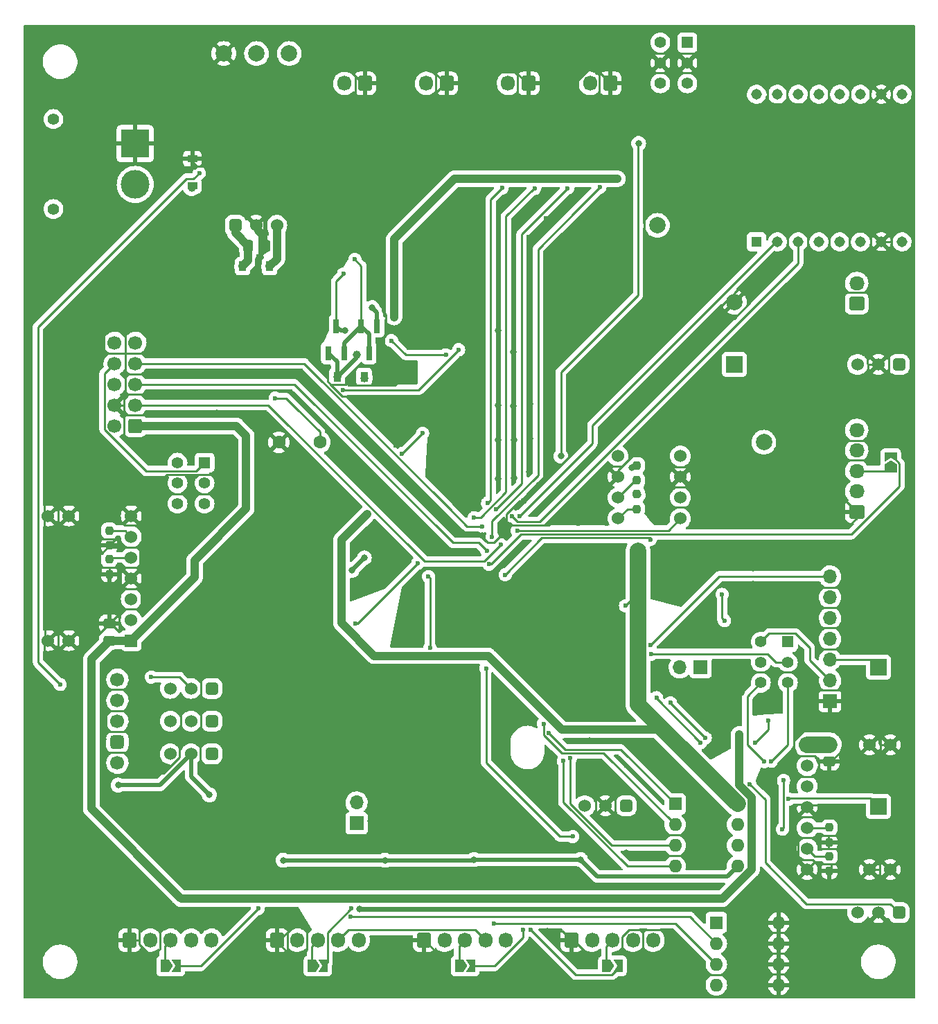
<source format=gbr>
%TF.GenerationSoftware,KiCad,Pcbnew,(6.0.11)*%
%TF.CreationDate,2023-09-12T01:08:27+09:00*%
%TF.ProjectId,Main,4d61696e-2e6b-4696-9361-645f70636258,rev?*%
%TF.SameCoordinates,Original*%
%TF.FileFunction,Copper,L2,Bot*%
%TF.FilePolarity,Positive*%
%FSLAX46Y46*%
G04 Gerber Fmt 4.6, Leading zero omitted, Abs format (unit mm)*
G04 Created by KiCad (PCBNEW (6.0.11)) date 2023-09-12 01:08:27*
%MOMM*%
%LPD*%
G01*
G04 APERTURE LIST*
G04 Aperture macros list*
%AMRoundRect*
0 Rectangle with rounded corners*
0 $1 Rounding radius*
0 $2 $3 $4 $5 $6 $7 $8 $9 X,Y pos of 4 corners*
0 Add a 4 corners polygon primitive as box body*
4,1,4,$2,$3,$4,$5,$6,$7,$8,$9,$2,$3,0*
0 Add four circle primitives for the rounded corners*
1,1,$1+$1,$2,$3*
1,1,$1+$1,$4,$5*
1,1,$1+$1,$6,$7*
1,1,$1+$1,$8,$9*
0 Add four rect primitives between the rounded corners*
20,1,$1+$1,$2,$3,$4,$5,0*
20,1,$1+$1,$4,$5,$6,$7,0*
20,1,$1+$1,$6,$7,$8,$9,0*
20,1,$1+$1,$8,$9,$2,$3,0*%
%AMFreePoly0*
4,1,6,1.000000,0.000000,0.500000,-0.750000,-0.500000,-0.750000,-0.500000,0.750000,0.500000,0.750000,1.000000,0.000000,1.000000,0.000000,$1*%
%AMFreePoly1*
4,1,6,0.500000,-0.750000,-0.650000,-0.750000,-0.150000,0.000000,-0.650000,0.750000,0.500000,0.750000,0.500000,-0.750000,0.500000,-0.750000,$1*%
G04 Aperture macros list end*
%TA.AperFunction,ComponentPad*%
%ADD10RoundRect,0.381000X-0.381000X0.381000X-0.381000X-0.381000X0.381000X-0.381000X0.381000X0.381000X0*%
%TD*%
%TA.AperFunction,ComponentPad*%
%ADD11C,1.524000*%
%TD*%
%TA.AperFunction,ComponentPad*%
%ADD12RoundRect,0.250000X0.600000X0.675000X-0.600000X0.675000X-0.600000X-0.675000X0.600000X-0.675000X0*%
%TD*%
%TA.AperFunction,ComponentPad*%
%ADD13O,1.700000X1.850000*%
%TD*%
%TA.AperFunction,ComponentPad*%
%ADD14C,2.000000*%
%TD*%
%TA.AperFunction,ComponentPad*%
%ADD15R,1.700000X1.700000*%
%TD*%
%TA.AperFunction,ComponentPad*%
%ADD16O,1.700000X1.700000*%
%TD*%
%TA.AperFunction,ComponentPad*%
%ADD17R,1.600000X1.600000*%
%TD*%
%TA.AperFunction,ComponentPad*%
%ADD18O,1.600000X1.600000*%
%TD*%
%TA.AperFunction,ComponentPad*%
%ADD19RoundRect,0.250000X-0.600000X-0.675000X0.600000X-0.675000X0.600000X0.675000X-0.600000X0.675000X0*%
%TD*%
%TA.AperFunction,ComponentPad*%
%ADD20R,1.400000X1.400000*%
%TD*%
%TA.AperFunction,ComponentPad*%
%ADD21C,1.400000*%
%TD*%
%TA.AperFunction,ComponentPad*%
%ADD22RoundRect,0.250000X0.675000X-0.600000X0.675000X0.600000X-0.675000X0.600000X-0.675000X-0.600000X0*%
%TD*%
%TA.AperFunction,ComponentPad*%
%ADD23O,1.850000X1.700000*%
%TD*%
%TA.AperFunction,ComponentPad*%
%ADD24R,1.524000X1.524000*%
%TD*%
%TA.AperFunction,ComponentPad*%
%ADD25RoundRect,0.250000X0.600000X0.600000X-0.600000X0.600000X-0.600000X-0.600000X0.600000X-0.600000X0*%
%TD*%
%TA.AperFunction,ComponentPad*%
%ADD26C,1.700000*%
%TD*%
%TA.AperFunction,ComponentPad*%
%ADD27RoundRect,0.381000X0.381000X-0.381000X0.381000X0.381000X-0.381000X0.381000X-0.381000X-0.381000X0*%
%TD*%
%TA.AperFunction,ComponentPad*%
%ADD28R,3.500000X3.500000*%
%TD*%
%TA.AperFunction,ComponentPad*%
%ADD29C,3.500000*%
%TD*%
%TA.AperFunction,ComponentPad*%
%ADD30RoundRect,0.425000X0.425000X0.425000X-0.425000X0.425000X-0.425000X-0.425000X0.425000X-0.425000X0*%
%TD*%
%TA.AperFunction,ComponentPad*%
%ADD31R,2.000000X2.000000*%
%TD*%
%TA.AperFunction,ComponentPad*%
%ADD32R,1.308000X1.308000*%
%TD*%
%TA.AperFunction,ComponentPad*%
%ADD33C,1.308000*%
%TD*%
%TA.AperFunction,ComponentPad*%
%ADD34C,1.600000*%
%TD*%
%TA.AperFunction,SMDPad,CuDef*%
%ADD35RoundRect,0.237500X0.237500X-0.250000X0.237500X0.250000X-0.237500X0.250000X-0.237500X-0.250000X0*%
%TD*%
%TA.AperFunction,SMDPad,CuDef*%
%ADD36FreePoly0,90.000000*%
%TD*%
%TA.AperFunction,SMDPad,CuDef*%
%ADD37FreePoly1,90.000000*%
%TD*%
%TA.AperFunction,SMDPad,CuDef*%
%ADD38R,0.900000X1.200000*%
%TD*%
%TA.AperFunction,SMDPad,CuDef*%
%ADD39FreePoly0,0.000000*%
%TD*%
%TA.AperFunction,SMDPad,CuDef*%
%ADD40FreePoly1,0.000000*%
%TD*%
%TA.AperFunction,SMDPad,CuDef*%
%ADD41R,2.000000X2.000000*%
%TD*%
%TA.AperFunction,SMDPad,CuDef*%
%ADD42RoundRect,0.237500X-0.237500X0.250000X-0.237500X-0.250000X0.237500X-0.250000X0.237500X0.250000X0*%
%TD*%
%TA.AperFunction,SMDPad,CuDef*%
%ADD43RoundRect,0.250000X0.475000X-0.337500X0.475000X0.337500X-0.475000X0.337500X-0.475000X-0.337500X0*%
%TD*%
%TA.AperFunction,SMDPad,CuDef*%
%ADD44RoundRect,0.250000X-0.337500X-0.475000X0.337500X-0.475000X0.337500X0.475000X-0.337500X0.475000X0*%
%TD*%
%TA.AperFunction,SMDPad,CuDef*%
%ADD45RoundRect,0.250000X-0.475000X0.337500X-0.475000X-0.337500X0.475000X-0.337500X0.475000X0.337500X0*%
%TD*%
%TA.AperFunction,SMDPad,CuDef*%
%ADD46R,1.200000X0.900000*%
%TD*%
%TA.AperFunction,SMDPad,CuDef*%
%ADD47R,0.800000X1.800000*%
%TD*%
%TA.AperFunction,ViaPad*%
%ADD48C,0.800000*%
%TD*%
%TA.AperFunction,ViaPad*%
%ADD49C,0.600000*%
%TD*%
%TA.AperFunction,ViaPad*%
%ADD50C,1.000000*%
%TD*%
%TA.AperFunction,ViaPad*%
%ADD51C,2.000000*%
%TD*%
%TA.AperFunction,Conductor*%
%ADD52C,0.250000*%
%TD*%
%TA.AperFunction,Conductor*%
%ADD53C,0.500000*%
%TD*%
%TA.AperFunction,Conductor*%
%ADD54C,2.000000*%
%TD*%
%TA.AperFunction,Conductor*%
%ADD55C,1.000000*%
%TD*%
G04 APERTURE END LIST*
D10*
%TO.P,SW5,1,A*%
%TO.N,PRG*%
X173130000Y-145670000D03*
D11*
%TO.P,SW5,2,B*%
%TO.N,GND*%
X170590000Y-145670000D03*
%TO.P,SW5,3,C*%
%TO.N,unconnected-(SW5-Pad3)*%
X168050000Y-145670000D03*
%TD*%
D12*
%TO.P,J14,1,Pin_1*%
%TO.N,GND*%
X161190000Y-57390001D03*
D13*
%TO.P,J14,2,Pin_2*%
%TO.N,Display3_H*%
X158690000Y-57390001D03*
%TD*%
D14*
%TO.P,TP4,1,1*%
%TO.N,+3.3V*%
X189940000Y-101240000D03*
%TD*%
%TO.P,TP2,1,1*%
%TO.N,VCC*%
X131940000Y-53740000D03*
%TD*%
%TO.P,TP5,1,1*%
%TO.N,GND*%
X123940000Y-53740000D03*
%TD*%
D15*
%TO.P,JP3,1,A*%
%TO.N,RS485_MD_A*%
X140170000Y-147805000D03*
D16*
%TO.P,JP3,2,B*%
%TO.N,Net-(JP3-Pad2)*%
X140170000Y-145265000D03*
%TD*%
D14*
%TO.P,TP1,1,1*%
%TO.N,VDD*%
X127940000Y-53740000D03*
%TD*%
D17*
%TO.P,SW13,1*%
%TO.N,MD1*%
X184140000Y-159940000D03*
D18*
%TO.P,SW13,2*%
%TO.N,MD2*%
X184140000Y-162480000D03*
%TO.P,SW13,3*%
%TO.N,MD3*%
X184140000Y-165020000D03*
%TO.P,SW13,4*%
%TO.N,MD4*%
X184140000Y-167560000D03*
%TO.P,SW13,5*%
%TO.N,GND*%
X191760000Y-167560000D03*
%TO.P,SW13,6*%
X191760000Y-165020000D03*
%TO.P,SW13,7*%
X191760000Y-162480000D03*
%TO.P,SW13,8*%
X191760000Y-159940000D03*
%TD*%
D17*
%TO.P,SW6,1*%
%TO.N,Twe_SW1*%
X179100000Y-145440000D03*
D18*
%TO.P,SW6,2*%
%TO.N,Twe_SW2*%
X179100000Y-147980000D03*
%TO.P,SW6,3*%
%TO.N,Twe_SW3*%
X179100000Y-150520000D03*
%TO.P,SW6,4*%
%TO.N,Twe_SW4*%
X179100000Y-153060000D03*
%TO.P,SW6,5*%
%TO.N,+3.3V*%
X186720000Y-153060000D03*
%TO.P,SW6,6*%
X186720000Y-150520000D03*
%TO.P,SW6,7*%
X186720000Y-147980000D03*
%TO.P,SW6,8*%
X186720000Y-145440000D03*
%TD*%
D19*
%TO.P,J7,1,Pin_1*%
%TO.N,GND*%
X130440000Y-162090000D03*
D13*
%TO.P,J7,2,Pin_2*%
%TO.N,MD2_Pw*%
X132940000Y-162090000D03*
%TO.P,J7,3,Pin_3*%
%TO.N,Net-(J7-Pad3)*%
X135440000Y-162090000D03*
%TO.P,J7,4,Pin_4*%
%TO.N,RS485_MD_A*%
X137940000Y-162090000D03*
%TO.P,J7,5,Pin_5*%
%TO.N,RS485_MD_B*%
X140440000Y-162090000D03*
%TD*%
D20*
%TO.P,SW14,1,A*%
%TO.N,Net-(Q15-Pad1)*%
X180590000Y-52392501D03*
D21*
%TO.P,SW14,2,B*%
%TO.N,GND*%
X180590000Y-54892501D03*
%TO.P,SW14,3,C*%
%TO.N,unconnected-(SW14-Pad3)*%
X180590000Y-57392501D03*
%TO.P,SW14,4,A*%
%TO.N,Net-(Q16-Pad1)*%
X177290000Y-52392501D03*
%TO.P,SW14,5,B*%
%TO.N,GND*%
X177290000Y-54892501D03*
%TO.P,SW14,6,C*%
%TO.N,unconnected-(SW14-Pad6)*%
X177290000Y-57392501D03*
%TD*%
D22*
%TO.P,J10,1,Pin_1*%
%TO.N,GND*%
X201290000Y-109740000D03*
D23*
%TO.P,J10,2,Pin_2*%
%TO.N,unconnected-(J10-Pad2)*%
X201290000Y-107240000D03*
%TO.P,J10,3,Pin_3*%
%TO.N,Net-(J10-Pad3)*%
X201290000Y-104740000D03*
%TO.P,J10,4,Pin_4*%
%TO.N,RS485_UI_A*%
X201290000Y-102240000D03*
%TO.P,J10,5,Pin_5*%
%TO.N,RS485_UI_B*%
X201290000Y-99740000D03*
%TD*%
D10*
%TO.P,SW10,1,A*%
%TO.N,Slide_Switch1*%
X122480000Y-135330000D03*
D11*
%TO.P,SW10,2,B*%
%TO.N,+3.3V*%
X119940000Y-135330000D03*
%TO.P,SW10,3,C*%
%TO.N,unconnected-(SW10-Pad3)*%
X117400000Y-135330000D03*
%TD*%
D10*
%TO.P,SW15,1,A*%
%TO.N,Net-(Q25-Pad3)*%
X206480000Y-91740000D03*
D11*
%TO.P,SW15,2,B*%
%TO.N,GND*%
X203940000Y-91740000D03*
%TO.P,SW15,3,C*%
%TO.N,unconnected-(SW15-Pad3)*%
X201400000Y-91740000D03*
%TD*%
D22*
%TO.P,J12,1,Pin_1*%
%TO.N,SPK1*%
X201290000Y-84290000D03*
D23*
%TO.P,J12,2,Pin_2*%
%TO.N,SPK2*%
X201290000Y-81790000D03*
%TD*%
D15*
%TO.P,JP1,1,A*%
%TO.N,RS485_UI_A*%
X182215000Y-128740000D03*
D16*
%TO.P,JP1,2,B*%
%TO.N,Net-(JP1-Pad2)*%
X179675000Y-128740000D03*
%TD*%
D11*
%TO.P,J1,A1,GND*%
%TO.N,GND*%
X195250000Y-145835000D03*
X195250000Y-153455000D03*
D24*
%TO.P,J1,A4,VBUS*%
%TO.N,/Twe_VBUS*%
X195250000Y-138215000D03*
D11*
%TO.P,J1,A5,CC1*%
%TO.N,Net-(J1-PadA5)*%
X195250000Y-148375000D03*
%TO.P,J1,A6,D+*%
%TO.N,Net-(J1-PadA6)*%
X195250000Y-143295000D03*
%TO.P,J1,A7,D-*%
%TO.N,Net-(J1-PadA7)*%
X195250000Y-140755000D03*
%TO.P,J1,B5,CC2*%
%TO.N,Net-(J1-PadB5)*%
X195250000Y-150915000D03*
%TO.P,J1,S1,SHIELD*%
%TO.N,GND*%
X202870000Y-153455000D03*
X202870000Y-138215000D03*
X205410000Y-153455000D03*
X205410000Y-138215000D03*
%TD*%
D25*
%TO.P,J5,1,Pin_1*%
%TO.N,VBUS*%
X113137500Y-99240000D03*
D26*
%TO.P,J5,2,Pin_2*%
%TO.N,+3.3V*%
X110597500Y-99240000D03*
%TO.P,J5,3,Pin_3*%
%TO.N,TCK*%
X113137500Y-96700000D03*
%TO.P,J5,4,Pin_4*%
%TO.N,GND*%
X110597500Y-96700000D03*
%TO.P,J5,5,Pin_5*%
%TO.N,TMS*%
X113137500Y-94160000D03*
%TO.P,J5,6,Pin_6*%
%TO.N,NRST*%
X110597500Y-94160000D03*
%TO.P,J5,7,Pin_7*%
%TO.N,SWO*%
X113137500Y-91620000D03*
%TO.P,J5,8,Pin_8*%
%TO.N,STLinkTX*%
X110597500Y-91620000D03*
%TO.P,J5,9,Pin_9*%
%TO.N,STLinkRX*%
X113137500Y-89080000D03*
%TO.P,J5,10,Pin_10*%
%TO.N,unconnected-(J5-Pad10)*%
X110597500Y-89080000D03*
%TD*%
D27*
%TO.P,U3,1,VI*%
%TO.N,VCC*%
X125350000Y-74740000D03*
D11*
%TO.P,U3,2,GND*%
%TO.N,GND*%
X127890000Y-74740000D03*
%TO.P,U3,3,VO*%
%TO.N,/VSYS*%
X130430000Y-74740000D03*
%TD*%
D12*
%TO.P,J11,1,Pin_1*%
%TO.N,GND*%
X141190000Y-57390000D03*
D13*
%TO.P,J11,2,Pin_2*%
%TO.N,Display1_H*%
X138690000Y-57390000D03*
%TD*%
D11*
%TO.P,U7,2,GND*%
%TO.N,GND*%
X172130000Y-105470000D03*
X179750000Y-105470000D03*
%TO.P,U7,3,VDD*%
%TO.N,+3.3V*%
X172130000Y-102930000D03*
%TO.P,U7,11,~{RESET}*%
%TO.N,gyro_reset*%
X179750000Y-110550000D03*
%TO.P,U7,14,INT*%
%TO.N,unconnected-(U7-Pad14)*%
X179750000Y-108010000D03*
%TO.P,U7,19,COM1*%
%TO.N,I2C1_SCL*%
X172130000Y-110550000D03*
%TO.P,U7,20,COM0*%
%TO.N,I2C1_SDA*%
X172130000Y-108010000D03*
%TO.P,U7,28,VDDIO*%
%TO.N,unconnected-(U7-Pad28)*%
X179750000Y-102930000D03*
%TD*%
D20*
%TO.P,SW2,1,A*%
%TO.N,TweR3TX*%
X192880000Y-125632500D03*
D21*
%TO.P,SW2,2,B*%
%TO.N,TweWriteTX_TweRX0*%
X192880000Y-128132500D03*
%TO.P,SW2,3,C*%
%TO.N,TweUSBTX*%
X192880000Y-130632500D03*
%TO.P,SW2,4,A*%
%TO.N,TweR3RX*%
X189580000Y-125632500D03*
%TO.P,SW2,5,B*%
%TO.N,TweWriteRX_TweTX0*%
X189580000Y-128132500D03*
%TO.P,SW2,6,C*%
%TO.N,TweUSBRX*%
X189580000Y-130632500D03*
%TD*%
D19*
%TO.P,J6,1,Pin_1*%
%TO.N,GND*%
X112440000Y-162090000D03*
D13*
%TO.P,J6,2,Pin_2*%
%TO.N,MD1_Pw*%
X114940000Y-162090000D03*
%TO.P,J6,3,Pin_3*%
%TO.N,Net-(J6-Pad3)*%
X117440000Y-162090000D03*
%TO.P,J6,4,Pin_4*%
%TO.N,RS485_MD_A*%
X119940000Y-162090000D03*
%TO.P,J6,5,Pin_5*%
%TO.N,RS485_MD_B*%
X122440000Y-162090000D03*
%TD*%
D20*
%TO.P,SW16,1,A*%
%TO.N,STLinkTX*%
X121590000Y-103740000D03*
D21*
%TO.P,SW16,2,B*%
%TO.N,MainRX2_F446WriteTX*%
X121590000Y-106240000D03*
%TO.P,SW16,3,C*%
%TO.N,F446USBTX*%
X121590000Y-108740000D03*
%TO.P,SW16,4,A*%
%TO.N,STLinkRX*%
X118290000Y-103740000D03*
%TO.P,SW16,5,B*%
%TO.N,MainTX2_F446WriteRX*%
X118290000Y-106240000D03*
%TO.P,SW16,6,C*%
%TO.N,F446USBRX*%
X118290000Y-108740000D03*
%TD*%
D14*
%TO.P,TP3,1,1*%
%TO.N,+5V*%
X176940000Y-74740000D03*
%TD*%
D21*
%TO.P,J3,*%
%TO.N,*%
X103115000Y-72740000D03*
X103115000Y-61740000D03*
D28*
%TO.P,J3,1,Pin_1*%
%TO.N,GND*%
X113115000Y-64740000D03*
D29*
%TO.P,J3,2,Pin_2*%
%TO.N,+12V*%
X113115000Y-69740000D03*
%TD*%
D12*
%TO.P,J13,1,Pin_1*%
%TO.N,GND*%
X151190000Y-57390000D03*
D13*
%TO.P,J13,2,Pin_2*%
%TO.N,Display2_H*%
X148690000Y-57390000D03*
%TD*%
D19*
%TO.P,J8,1,Pin_1*%
%TO.N,GND*%
X148440000Y-162090000D03*
D13*
%TO.P,J8,2,Pin_2*%
%TO.N,MD3_Pw*%
X150940000Y-162090000D03*
%TO.P,J8,3,Pin_3*%
%TO.N,Net-(J8-Pad3)*%
X153440000Y-162090000D03*
%TO.P,J8,4,Pin_4*%
%TO.N,RS485_MD_A*%
X155940000Y-162090000D03*
%TO.P,J8,5,Pin_5*%
%TO.N,RS485_MD_B*%
X158440000Y-162090000D03*
%TD*%
D30*
%TO.P,SW1,1,A*%
%TO.N,\u4E3B\u96FB\u6E90\u30B9\u30A4\u30C3\u30C1*%
X110940000Y-137870000D03*
D26*
%TO.P,SW1,2,B*%
%TO.N,/S-S*%
X110940000Y-135330000D03*
%TO.P,SW1,3,C*%
%TO.N,unconnected-(SW1-Pad3)*%
X110940000Y-132790000D03*
%TO.P,SW1,4*%
%TO.N,N/C*%
X110940000Y-140410000D03*
%TO.P,SW1,5*%
X110940000Y-130250000D03*
%TD*%
D31*
%TO.P,LS1,1,1*%
%TO.N,Net-(LS1-Pad1)*%
X186340000Y-91740000D03*
D14*
%TO.P,LS1,2,2*%
%TO.N,GND*%
X186340000Y-84140000D03*
%TD*%
D10*
%TO.P,SW11,1,A*%
%TO.N,Slide_Switch2*%
X122480000Y-139330000D03*
D11*
%TO.P,SW11,2,B*%
%TO.N,+3.3V*%
X119940000Y-139330000D03*
%TO.P,SW11,3,C*%
%TO.N,unconnected-(SW11-Pad3)*%
X117400000Y-139330000D03*
%TD*%
D32*
%TO.P,U9,1,VCC*%
%TO.N,DFPlayer_Pw*%
X189050000Y-76757000D03*
D33*
%TO.P,U9,2,RX*%
%TO.N,MainTX5_DFPlayerRX*%
X191590000Y-76757000D03*
%TO.P,U9,3,TX*%
%TO.N,MainRX5_DFPlayerTX*%
X194130000Y-76757000D03*
%TO.P,U9,4,DAC_R*%
%TO.N,unconnected-(U9-Pad4)*%
X196670000Y-76757000D03*
%TO.P,U9,5,DAC_L*%
%TO.N,unconnected-(U9-Pad5)*%
X199210000Y-76757000D03*
%TO.P,U9,6,SPK1*%
%TO.N,SPK1*%
X201750000Y-76757000D03*
%TO.P,U9,7,GND*%
%TO.N,GND*%
X204290000Y-76757000D03*
%TO.P,U9,8,SPK2*%
%TO.N,SPK2*%
X206830000Y-76757000D03*
%TO.P,U9,9,IO1*%
%TO.N,unconnected-(U9-Pad9)*%
X206830000Y-58723000D03*
%TO.P,U9,10,GND*%
%TO.N,GND*%
X204290000Y-58723000D03*
%TO.P,U9,11,IO2*%
%TO.N,unconnected-(U9-Pad11)*%
X201750000Y-58723000D03*
%TO.P,U9,12,ADKEY1*%
%TO.N,unconnected-(U9-Pad12)*%
X199210000Y-58723000D03*
%TO.P,U9,13,ADKEY2*%
%TO.N,unconnected-(U9-Pad13)*%
X196670000Y-58723000D03*
%TO.P,U9,14,USB+*%
%TO.N,unconnected-(U9-Pad14)*%
X194130000Y-58723000D03*
%TO.P,U9,15,USB-*%
%TO.N,unconnected-(U9-Pad15)*%
X191590000Y-58723000D03*
%TO.P,U9,16,BUSY*%
%TO.N,unconnected-(U9-Pad16)*%
X189050000Y-58723000D03*
%TD*%
D34*
%TO.P,C19,1*%
%TO.N,GND*%
X130680000Y-101240000D03*
%TO.P,C19,2*%
%TO.N,Net-(C19-Pad2)*%
X135680000Y-101240000D03*
%TD*%
D10*
%TO.P,SW7,1,A*%
%TO.N,BOOT0*%
X122480000Y-131330000D03*
D11*
%TO.P,SW7,2,B*%
%TO.N,+3.3V*%
X119940000Y-131330000D03*
%TO.P,SW7,3,C*%
%TO.N,unconnected-(SW7-Pad3)*%
X117400000Y-131330000D03*
%TD*%
D19*
%TO.P,J9,1,Pin_1*%
%TO.N,GND*%
X166440000Y-162090000D03*
D13*
%TO.P,J9,2,Pin_2*%
%TO.N,MD4_Pw*%
X168940000Y-162090000D03*
%TO.P,J9,3,Pin_3*%
%TO.N,Net-(J9-Pad3)*%
X171440000Y-162090000D03*
%TO.P,J9,4,Pin_4*%
%TO.N,RS485_MD_A*%
X173940000Y-162090000D03*
%TO.P,J9,5,Pin_5*%
%TO.N,RS485_MD_B*%
X176440000Y-162090000D03*
%TD*%
D10*
%TO.P,SW3,1,A*%
%TO.N,Net-(Q4-Pad3)*%
X206480000Y-158740000D03*
D11*
%TO.P,SW3,2,B*%
%TO.N,GND*%
X203940000Y-158740000D03*
%TO.P,SW3,3,C*%
%TO.N,unconnected-(SW3-Pad3)*%
X201400000Y-158740000D03*
%TD*%
%TO.P,J4,A1,GND*%
%TO.N,GND*%
X112630000Y-110240000D03*
X112630000Y-117860000D03*
D24*
%TO.P,J4,A4,VBUS*%
%TO.N,VBUS*%
X112630000Y-125480000D03*
D11*
%TO.P,J4,A5,CC1*%
%TO.N,Net-(J4-PadA5)*%
X112630000Y-115320000D03*
%TO.P,J4,A6,D+*%
%TO.N,Net-(J4-PadA6)*%
X112630000Y-120400000D03*
%TO.P,J4,A7,D-*%
%TO.N,Net-(J4-PadA7)*%
X112630000Y-122940000D03*
%TO.P,J4,B5,CC2*%
%TO.N,Net-(J4-PadB5)*%
X112630000Y-112780000D03*
%TO.P,J4,S1,SHIELD*%
%TO.N,GND*%
X105010000Y-125480000D03*
X105010000Y-110240000D03*
X102470000Y-125480000D03*
X102470000Y-110240000D03*
%TD*%
D12*
%TO.P,J15,1,Pin_1*%
%TO.N,GND*%
X171190000Y-57390001D03*
D13*
%TO.P,J15,2,Pin_2*%
%TO.N,Display4_H*%
X168690000Y-57390001D03*
%TD*%
D15*
%TO.P,J2,1,Pin_1*%
%TO.N,GND*%
X198040000Y-132890000D03*
D16*
%TO.P,J2,2,Pin_2*%
%TO.N,TweR3RX*%
X198040000Y-130350000D03*
%TO.P,J2,3,Pin_3*%
%TO.N,PRG*%
X198040000Y-127810000D03*
%TO.P,J2,4,Pin_4*%
%TO.N,TweR3TX*%
X198040000Y-125270000D03*
%TO.P,J2,5,Pin_5*%
%TO.N,RST*%
X198040000Y-122730000D03*
%TO.P,J2,6,Pin_6*%
%TO.N,unconnected-(J2-Pad6)*%
X198040000Y-120190000D03*
%TO.P,J2,7,Pin_7*%
%TO.N,SET*%
X198040000Y-117650000D03*
%TD*%
D35*
%TO.P,R2,1*%
%TO.N,GND*%
X197940000Y-150152500D03*
%TO.P,R2,2*%
%TO.N,Net-(J1-PadA5)*%
X197940000Y-148327500D03*
%TD*%
D36*
%TO.P,JP2,1,A*%
%TO.N,Net-(J10-Pad3)*%
X205440000Y-104465000D03*
D37*
%TO.P,JP2,2,B*%
%TO.N,UI_GPIO*%
X205440000Y-103015000D03*
%TD*%
D38*
%TO.P,D7,1,K*%
%TO.N,+5V*%
X137790000Y-93240000D03*
%TO.P,D7,2,A*%
%TO.N,+3.3V*%
X141090000Y-93240000D03*
%TD*%
D39*
%TO.P,JP6,1,A*%
%TO.N,Net-(J8-Pad3)*%
X152715000Y-165240000D03*
D40*
%TO.P,JP6,2,B*%
%TO.N,MD3_GPIO*%
X154165000Y-165240000D03*
%TD*%
D35*
%TO.P,R5,1*%
%TO.N,GND*%
X109940000Y-113867500D03*
%TO.P,R5,2*%
%TO.N,Net-(J4-PadB5)*%
X109940000Y-112042500D03*
%TD*%
D41*
%TO.P,H1,1,1*%
%TO.N,Net-(H1-Pad1)*%
X203940000Y-145740000D03*
%TD*%
D42*
%TO.P,R44,1*%
%TO.N,+3.3V*%
X174440000Y-104082224D03*
%TO.P,R44,2*%
%TO.N,I2C1_SDA*%
X174440000Y-105907224D03*
%TD*%
D35*
%TO.P,R1,1*%
%TO.N,GND*%
X197962500Y-153652500D03*
%TO.P,R1,2*%
%TO.N,Net-(J1-PadB5)*%
X197962500Y-151827500D03*
%TD*%
D43*
%TO.P,C1,1*%
%TO.N,GND*%
X197940000Y-140277500D03*
%TO.P,C1,2*%
%TO.N,/Twe_VBUS*%
X197940000Y-138202500D03*
%TD*%
D44*
%TO.P,C11,1*%
%TO.N,VCC*%
X126902500Y-77240000D03*
%TO.P,C11,2*%
%TO.N,GND*%
X128977500Y-77240000D03*
%TD*%
D45*
%TO.P,C5,1*%
%TO.N,GND*%
X109940000Y-123417500D03*
%TO.P,C5,2*%
%TO.N,VBUS*%
X109940000Y-125492500D03*
%TD*%
D39*
%TO.P,JP4,1,A*%
%TO.N,Net-(J6-Pad3)*%
X116715000Y-165240000D03*
D40*
%TO.P,JP4,2,B*%
%TO.N,MD1_GPIO*%
X118165000Y-165240000D03*
%TD*%
D41*
%TO.P,H2,1,1*%
%TO.N,PRG*%
X203940000Y-128740000D03*
%TD*%
D38*
%TO.P,D5,1,K*%
%TO.N,VCC*%
X126240000Y-79740000D03*
%TO.P,D5,2,A*%
%TO.N,/VSYS*%
X129540000Y-79740000D03*
%TD*%
D46*
%TO.P,D2,1,K*%
%TO.N,/S-S*%
X120090000Y-69890000D03*
%TO.P,D2,2,A*%
%TO.N,GND*%
X120090000Y-66590000D03*
%TD*%
D42*
%TO.P,R45,1*%
%TO.N,+3.3V*%
X174440000Y-107582224D03*
%TO.P,R45,2*%
%TO.N,I2C1_SCL*%
X174440000Y-109407224D03*
%TD*%
D39*
%TO.P,JP7,1,A*%
%TO.N,Net-(J9-Pad3)*%
X170715000Y-165240000D03*
D40*
%TO.P,JP7,2,B*%
%TO.N,MD4_GPIO*%
X172165000Y-165240000D03*
%TD*%
D35*
%TO.P,R7,1*%
%TO.N,GND*%
X109940000Y-117367500D03*
%TO.P,R7,2*%
%TO.N,Net-(J4-PadA5)*%
X109940000Y-115542500D03*
%TD*%
D47*
%TO.P,Q7,1,B*%
%TO.N,Net-(Q10-Pad1)*%
X140740000Y-87040000D03*
%TO.P,Q7,2,E*%
%TO.N,/VSYS*%
X142640000Y-87040000D03*
%TO.P,Q7,3,C*%
%TO.N,Net-(Q10-Pad1)*%
X141690000Y-90340000D03*
%TD*%
%TO.P,Q10,1,B*%
%TO.N,Net-(Q10-Pad1)*%
X138640000Y-90340000D03*
%TO.P,Q10,2,E*%
%TO.N,+5V*%
X136740000Y-90340000D03*
%TO.P,Q10,3,C*%
%TO.N,Net-(Q10-Pad3)*%
X137690000Y-87040000D03*
%TD*%
D39*
%TO.P,JP5,1,A*%
%TO.N,Net-(J7-Pad3)*%
X134715000Y-165240000D03*
D40*
%TO.P,JP5,2,B*%
%TO.N,MD2_GPIO*%
X136165000Y-165240000D03*
%TD*%
D48*
%TO.N,GND*%
X170860000Y-148190000D03*
X166260000Y-125430000D03*
X124870000Y-141510000D03*
X181890000Y-167420000D03*
X141980000Y-136300000D03*
X157770000Y-136630000D03*
X151000000Y-164820000D03*
X143260000Y-79540000D03*
X133030000Y-150450000D03*
X151880000Y-119810000D03*
X121520000Y-133310000D03*
X126080000Y-123040000D03*
X207470000Y-89640000D03*
X136530000Y-55810000D03*
X183940000Y-91600000D03*
X179660000Y-95960000D03*
X162880000Y-59850000D03*
X185350000Y-138210000D03*
X177750000Y-142090000D03*
X196080000Y-118660000D03*
X182270000Y-111180000D03*
X116120000Y-119960000D03*
X150910000Y-114460000D03*
D49*
X177150000Y-138450000D03*
D48*
X120030000Y-97770000D03*
X163710000Y-100320000D03*
X144700000Y-129110000D03*
X125780000Y-127210000D03*
X127600000Y-95340000D03*
X185460000Y-116260000D03*
X109400000Y-132080000D03*
X153510000Y-128980000D03*
D49*
X159360000Y-77610000D03*
D48*
X134130000Y-119920000D03*
X119770000Y-155290000D03*
X154680000Y-114600000D03*
X207320000Y-74020000D03*
D49*
X178830000Y-160960000D03*
D48*
X171150000Y-131260000D03*
X157880000Y-60660000D03*
X203050000Y-85930000D03*
X176850000Y-114470000D03*
X162490000Y-106490000D03*
X188610000Y-118590000D03*
X130290000Y-132890000D03*
X128170000Y-110050000D03*
X126700000Y-134750000D03*
X167310000Y-133670000D03*
X191270000Y-129390000D03*
X147980000Y-80590000D03*
X197210000Y-142390000D03*
X108090000Y-94130000D03*
X165510000Y-166950000D03*
D49*
X169960000Y-133910000D03*
D48*
X131240000Y-80770000D03*
D49*
X163660000Y-111270000D03*
D48*
X185240000Y-113870000D03*
X126000000Y-158580000D03*
X130080000Y-92920000D03*
X129660000Y-158790000D03*
X159360000Y-96790000D03*
X168860000Y-106430000D03*
D49*
X165440000Y-117290000D03*
D48*
X129950000Y-53800000D03*
X109810000Y-150440000D03*
X182935000Y-124355000D03*
X164740000Y-150900000D03*
X184650000Y-147250000D03*
D49*
X161170000Y-76140000D03*
X192830000Y-75810000D03*
X146502120Y-115191037D03*
D48*
X109500000Y-142130000D03*
D49*
X190480000Y-75760000D03*
D48*
X100180000Y-168400000D03*
X104990000Y-108230000D03*
X114260000Y-119070000D03*
X191200000Y-142920000D03*
X118330000Y-137290000D03*
X123080000Y-95340000D03*
X162670000Y-115070000D03*
X128910000Y-145670000D03*
X155140000Y-93550000D03*
X115810000Y-89090000D03*
X187310000Y-128270000D03*
X113740000Y-102160000D03*
X113790000Y-154580000D03*
X125030000Y-100840000D03*
X201430000Y-79620000D03*
X173300000Y-155530000D03*
X125960000Y-112610000D03*
X119950000Y-129320000D03*
X179810000Y-113690000D03*
X182770000Y-115050000D03*
X200350000Y-126620000D03*
X109240000Y-135580000D03*
X117020000Y-97770000D03*
X170330000Y-100640000D03*
X178820000Y-140760000D03*
X164030000Y-142500000D03*
X140630000Y-164140000D03*
X142490000Y-162010000D03*
X186430000Y-161530000D03*
X111100000Y-168670000D03*
X99990000Y-110600000D03*
X139300000Y-109530000D03*
X159320000Y-90200000D03*
X118790000Y-142520000D03*
X176350000Y-59260000D03*
X122760000Y-122340000D03*
X186590000Y-89160000D03*
X192640000Y-78480000D03*
X139990000Y-60840000D03*
X152580000Y-125860000D03*
X112000000Y-141870000D03*
X159520000Y-70680000D03*
X153020000Y-87200000D03*
D49*
X193370000Y-139880000D03*
D48*
X197350000Y-135980000D03*
X172500000Y-114100000D03*
X114920000Y-92890000D03*
D49*
X179290000Y-118230000D03*
D48*
X155490000Y-67500000D03*
X111320000Y-73020000D03*
X195320000Y-74020000D03*
X187190000Y-131900000D03*
X159160000Y-148180000D03*
X146660000Y-91690000D03*
X120050000Y-159850000D03*
X157500000Y-100980000D03*
X123640000Y-164800000D03*
X152090000Y-117710000D03*
X177890000Y-151750000D03*
X119520000Y-120760000D03*
X192490000Y-111300000D03*
D49*
X156640000Y-158330000D03*
D48*
X175320000Y-51020000D03*
X159130000Y-128140000D03*
X186600000Y-79280000D03*
X135540000Y-111700000D03*
X167480000Y-127540000D03*
X189890000Y-154100000D03*
X122860000Y-110150000D03*
X108170000Y-123460000D03*
X105030000Y-97830000D03*
X118240000Y-133320000D03*
X155360000Y-122800000D03*
X155080000Y-99540000D03*
X163230000Y-108650000D03*
X167180000Y-100360000D03*
D49*
X173150000Y-140790000D03*
D48*
X134280000Y-154450000D03*
X183230000Y-125920000D03*
X177100000Y-110790000D03*
X115400000Y-144600000D03*
X116780000Y-100850000D03*
X207430000Y-149780000D03*
X196320000Y-51020000D03*
X136720000Y-117390000D03*
X124850000Y-155140000D03*
X140090000Y-119340000D03*
D49*
X170760000Y-111250000D03*
D48*
X184400000Y-125000000D03*
X146650000Y-96130000D03*
X161340000Y-96580000D03*
X207350000Y-131910000D03*
X207530000Y-78920000D03*
X109440000Y-128610000D03*
X114840000Y-95410000D03*
X106240000Y-79030000D03*
X162670000Y-153490000D03*
D49*
X189140000Y-134050000D03*
X110780000Y-126750000D03*
D48*
X149290000Y-94890000D03*
X162140000Y-109730000D03*
X183970000Y-155470000D03*
X154120000Y-133090000D03*
X142630000Y-117270000D03*
X195500000Y-156270000D03*
X154820000Y-116930000D03*
X109200000Y-137520000D03*
X177130000Y-98440000D03*
X143630000Y-149120000D03*
X129000000Y-150720000D03*
X174210000Y-101410000D03*
X119870000Y-150990000D03*
X157470000Y-105710000D03*
D49*
X190980000Y-144430000D03*
D48*
X106260000Y-132390000D03*
X181450000Y-73440000D03*
X194270000Y-126810000D03*
X160400000Y-63120000D03*
X151860000Y-107060000D03*
X115140000Y-164160000D03*
X194480000Y-133490000D03*
X153410000Y-104980000D03*
X182200000Y-158710000D03*
X138480000Y-75170000D03*
X181920000Y-130610000D03*
X146220000Y-145800000D03*
D49*
X143830000Y-112420000D03*
D48*
X159840000Y-74720000D03*
X183320000Y-70020000D03*
X182470000Y-99960000D03*
X207540000Y-123030000D03*
X173250000Y-82030000D03*
X167560000Y-144030000D03*
D49*
X155710000Y-105720000D03*
D48*
X207690000Y-156840000D03*
X196190000Y-131300000D03*
X126690000Y-84460000D03*
X157240000Y-130640000D03*
X130460000Y-59110000D03*
X182100000Y-77780000D03*
D49*
X146570000Y-89670000D03*
D48*
X126280000Y-132810000D03*
X120590000Y-62490000D03*
X175000000Y-145490000D03*
X155550000Y-112650000D03*
X155390000Y-89650000D03*
X196360000Y-123940000D03*
X150260000Y-125430000D03*
X108550000Y-110390000D03*
X106070000Y-146720000D03*
X136000000Y-86220000D03*
X111990000Y-148020000D03*
X167300000Y-114570000D03*
X181730000Y-118610000D03*
X138000000Y-155510000D03*
X189650000Y-142860000D03*
X149610000Y-99240000D03*
X172950000Y-74020000D03*
X152640000Y-108980000D03*
X155130000Y-150860000D03*
D49*
X191200000Y-133950000D03*
D48*
X169850000Y-60630000D03*
D49*
X144110000Y-158300000D03*
D48*
X130080000Y-134700000D03*
X138370000Y-78690000D03*
X117980000Y-83940000D03*
D49*
X157480000Y-92010000D03*
X192450000Y-140210000D03*
D48*
X144570000Y-136860000D03*
X184320000Y-128560000D03*
X184370000Y-152700000D03*
X184320000Y-62020000D03*
X105320000Y-90500000D03*
X174830000Y-86380000D03*
X145200000Y-108530000D03*
X165970000Y-109200000D03*
X153340000Y-91760000D03*
D49*
X141685000Y-81605000D03*
D48*
X143090000Y-143390000D03*
X122940000Y-92820000D03*
X179100000Y-100600000D03*
X196320000Y-62020000D03*
X127800000Y-119990000D03*
X120060000Y-124910000D03*
X129750000Y-154330000D03*
X134770000Y-127070000D03*
X199040000Y-143560000D03*
X116350000Y-105850000D03*
X99920000Y-98090000D03*
X180890000Y-147600000D03*
X168620000Y-137740000D03*
X163850000Y-81570000D03*
X124240000Y-106650000D03*
X140780000Y-155420000D03*
X115860000Y-128750000D03*
D49*
X159530000Y-158330000D03*
D48*
X196670000Y-126530000D03*
X177900000Y-125930000D03*
X115350000Y-141680000D03*
X167060000Y-85060000D03*
X129900000Y-66110000D03*
X148010000Y-61200000D03*
X191320000Y-131750000D03*
X173100000Y-151390000D03*
X105980000Y-128530000D03*
D49*
X144920000Y-101680000D03*
D48*
X147540000Y-135620000D03*
D49*
X123830000Y-72480000D03*
D48*
X168440000Y-165130000D03*
X123680000Y-129680000D03*
D49*
X171500000Y-137810000D03*
D48*
X157430000Y-124810000D03*
X161820000Y-130840000D03*
X177830000Y-131360000D03*
X159770000Y-164120000D03*
X169460000Y-129190000D03*
X165610000Y-147630000D03*
X170670000Y-109230000D03*
X203230000Y-103320000D03*
D49*
X167290000Y-111250000D03*
D48*
X147290000Y-123630000D03*
X110690000Y-145510000D03*
D49*
X202100000Y-128940000D03*
D48*
X167090000Y-104880000D03*
X116630000Y-109900000D03*
X121490000Y-74260000D03*
X122890000Y-159050000D03*
X143250000Y-66000000D03*
X162540000Y-128300000D03*
X180680000Y-151720000D03*
X180610000Y-143690000D03*
X184150000Y-137010000D03*
X119450000Y-72490000D03*
X197340000Y-114750000D03*
D49*
X159400000Y-80790000D03*
D48*
X207780000Y-160700000D03*
X156500000Y-64170000D03*
D49*
X161340000Y-89930000D03*
D48*
X149500000Y-147490000D03*
X168250000Y-150890000D03*
X132240000Y-90510000D03*
X201800000Y-145970000D03*
X151020000Y-110500000D03*
X122860000Y-168660000D03*
X129150000Y-148180000D03*
X166170000Y-58080000D03*
X187150000Y-73230000D03*
X180130000Y-120430000D03*
X193690000Y-161560000D03*
D49*
X176280000Y-158300000D03*
D48*
X183310000Y-139330000D03*
X193870000Y-168520000D03*
X163790000Y-92270000D03*
X131900000Y-113490000D03*
D49*
X161430000Y-83200000D03*
D48*
X199420000Y-158800000D03*
D49*
X162420000Y-158350000D03*
D48*
X172480000Y-93750000D03*
X105040000Y-123470000D03*
X161360000Y-120410000D03*
X155490000Y-125790000D03*
X121320000Y-51020000D03*
X102450000Y-131360000D03*
X166320000Y-51020000D03*
X108450000Y-101160000D03*
X160630000Y-113700000D03*
X143290000Y-83060000D03*
X133030000Y-164890000D03*
X100320000Y-86020000D03*
X163690000Y-104910000D03*
X200600000Y-135870000D03*
X137560000Y-101340000D03*
X195160000Y-83700000D03*
X188080000Y-105230000D03*
X152000000Y-121450000D03*
X119210000Y-90310000D03*
X122390000Y-116440000D03*
D49*
X176590000Y-117210000D03*
D48*
X144670000Y-167650000D03*
X114890000Y-125420000D03*
X147470000Y-107160000D03*
X138020000Y-164940000D03*
X160590000Y-108400000D03*
X152740000Y-148230000D03*
X100060000Y-135660000D03*
X146680000Y-93700000D03*
X160610000Y-142500000D03*
X171390000Y-152970000D03*
X128430000Y-104930000D03*
X138490000Y-65840000D03*
X139820000Y-114610000D03*
X158630000Y-154480000D03*
X145400000Y-125660000D03*
X177100000Y-104630000D03*
X195690000Y-100070000D03*
X150820000Y-82650000D03*
X153150000Y-154360000D03*
X150490000Y-128990000D03*
X183800000Y-86910000D03*
X166780000Y-93070000D03*
X153650000Y-137690000D03*
X171420000Y-123730000D03*
X172640000Y-131210000D03*
X152960000Y-112360000D03*
X141890000Y-147540000D03*
X163500000Y-70680000D03*
D49*
X161580000Y-162270000D03*
D48*
X207460000Y-114820000D03*
X125550000Y-97770000D03*
X126260000Y-59350000D03*
X141880000Y-101340000D03*
X114340000Y-130980000D03*
X201650000Y-113100000D03*
X141710000Y-129060000D03*
X207600000Y-93720000D03*
X172640000Y-129460000D03*
X107580000Y-160380000D03*
X188090000Y-124480000D03*
D49*
X112540000Y-128530000D03*
D48*
X159400000Y-100990000D03*
X201100000Y-161240000D03*
X148670000Y-65960000D03*
X149400000Y-105290000D03*
X115630000Y-151500000D03*
X100130000Y-123530000D03*
X173290000Y-167200000D03*
D49*
X155330000Y-78450000D03*
D48*
X132320000Y-51020000D03*
X115940000Y-79920000D03*
X142320000Y-51020000D03*
D49*
X159360000Y-85360000D03*
D48*
X172300000Y-126860000D03*
X114010000Y-127060000D03*
X142180000Y-106610000D03*
X136530000Y-148370000D03*
X144570000Y-147200000D03*
X157900000Y-72440000D03*
X164350000Y-63060000D03*
X128810000Y-141220000D03*
X173180000Y-79580000D03*
X148680000Y-111910000D03*
X114870000Y-134380000D03*
X177070000Y-128370000D03*
X174790000Y-95860000D03*
X180030000Y-76120000D03*
D49*
X155720000Y-104660000D03*
D48*
X173950000Y-63420000D03*
X161280000Y-104870000D03*
X168760000Y-123750000D03*
X124250000Y-103750000D03*
X136120000Y-134650000D03*
D49*
X166560000Y-158320000D03*
D48*
X144140000Y-153780000D03*
D49*
X149590000Y-116740000D03*
D48*
X147810000Y-125600000D03*
X100320000Y-51020000D03*
X150850000Y-150410000D03*
X131360000Y-123920000D03*
X153780000Y-80690000D03*
X154560000Y-61240000D03*
X168190000Y-96170000D03*
X159160000Y-115050000D03*
X164100000Y-118930000D03*
X108610000Y-119010000D03*
X189870000Y-113790000D03*
X152640000Y-123960000D03*
X133230000Y-141310000D03*
X135550000Y-72000000D03*
X139380000Y-103970000D03*
X178820000Y-155550000D03*
X128600000Y-167460000D03*
D49*
X140950000Y-112400000D03*
X138530000Y-98740000D03*
X200330000Y-128980000D03*
D48*
X126350000Y-162160000D03*
D49*
X160440000Y-117290000D03*
D48*
X187320000Y-110900000D03*
X132070000Y-129840000D03*
X169970000Y-89640000D03*
X186460000Y-168560000D03*
X122980000Y-90020000D03*
X159120000Y-150850000D03*
X141530000Y-150970000D03*
X161370000Y-100770000D03*
X123730000Y-76720000D03*
X207320000Y-51020000D03*
X117580000Y-125500000D03*
X105040000Y-112260000D03*
D49*
X172810000Y-133910000D03*
D48*
X132050000Y-102540000D03*
X176550000Y-119540000D03*
X100320000Y-62020000D03*
X178160000Y-163480000D03*
D49*
X163310000Y-73900000D03*
D48*
X207470000Y-141210000D03*
X147700000Y-128820000D03*
D49*
X157490000Y-78250000D03*
X169290000Y-117310000D03*
D48*
X164600000Y-155440000D03*
X157920000Y-121640000D03*
X207780000Y-168790000D03*
X111900000Y-78870000D03*
X165400000Y-106460000D03*
X185320000Y-51020000D03*
X194660000Y-129390000D03*
X150450000Y-143110000D03*
X136170000Y-141530000D03*
X111320000Y-51020000D03*
X157440000Y-87620000D03*
X170230000Y-79590000D03*
X168450000Y-63180000D03*
X136720000Y-121760000D03*
X207320000Y-62020000D03*
X109310000Y-87010000D03*
D49*
X191280000Y-151980000D03*
D48*
X195560000Y-91620000D03*
X178820000Y-87490000D03*
D49*
X172420000Y-117320000D03*
D48*
X120120000Y-95470000D03*
X161310000Y-135050000D03*
D49*
X148280000Y-158270000D03*
D48*
X135400000Y-151040000D03*
X164690000Y-129590000D03*
X159430000Y-105590000D03*
X146870000Y-98210000D03*
X119610000Y-100890000D03*
X117400000Y-66680000D03*
X167600000Y-141440000D03*
X207570000Y-107900000D03*
D49*
X161280000Y-78800000D03*
D48*
X119910000Y-103370000D03*
X106180000Y-140240000D03*
X116460000Y-103450000D03*
X156180000Y-166900000D03*
X119750000Y-166340000D03*
X171230000Y-70710000D03*
X119960000Y-146000000D03*
X188620000Y-116630000D03*
X157060000Y-56230000D03*
X127970000Y-80450000D03*
D49*
X156470000Y-70300000D03*
D48*
X119630000Y-92900000D03*
X175530000Y-147550000D03*
X176010000Y-79430000D03*
X130250000Y-116820000D03*
X144880000Y-58550000D03*
X165290000Y-72720000D03*
X111800000Y-108270000D03*
X116450000Y-116370000D03*
X144490000Y-104040000D03*
X154670000Y-85480000D03*
X154320000Y-51020000D03*
X136300000Y-114600000D03*
D49*
X149600000Y-89720000D03*
D48*
X123130000Y-97700000D03*
X169730000Y-140420000D03*
X131900000Y-108380000D03*
X199650000Y-118630000D03*
X114290000Y-113820000D03*
X161210000Y-125210000D03*
X162940000Y-149350000D03*
X114800000Y-97730000D03*
X111800000Y-103950000D03*
X154960000Y-144440000D03*
X174750000Y-91360000D03*
X121520000Y-141250000D03*
X140540000Y-158310000D03*
X185270000Y-135740000D03*
X100180000Y-147070000D03*
X150360000Y-139280000D03*
X135870000Y-106360000D03*
X163470000Y-161030000D03*
X157440000Y-96750000D03*
X119730000Y-148690000D03*
D49*
X182420000Y-164650000D03*
X145855000Y-110365000D03*
D48*
X178060000Y-70590000D03*
X181530000Y-89130000D03*
X100320000Y-73020000D03*
X100020000Y-156860000D03*
X200920000Y-168520000D03*
X167770000Y-155470000D03*
X177060000Y-93590000D03*
X182020000Y-133670000D03*
X180490000Y-123460000D03*
X177780000Y-83760000D03*
X153540000Y-66440000D03*
X183390000Y-145070000D03*
X199240000Y-104400000D03*
X167240000Y-70720000D03*
X103090000Y-87420000D03*
X182430000Y-135550000D03*
X147530000Y-113140000D03*
X148630000Y-154720000D03*
X172600000Y-119070000D03*
X187120000Y-125900000D03*
X165780000Y-134860000D03*
D50*
%TO.N,/S-S*%
X120010000Y-70140000D03*
D49*
%TO.N,Net-(C4-Pad2)*%
X120940000Y-68352000D03*
X103940000Y-130840000D03*
D50*
%TO.N,VBUS*%
X173740000Y-157040000D03*
X154340000Y-157040000D03*
D49*
X145740000Y-102640000D03*
D50*
X186940000Y-139040000D03*
X136540000Y-157040000D03*
X156240000Y-157040000D03*
X126690000Y-100459130D03*
X126690000Y-101640000D03*
D49*
X148240000Y-100140000D03*
D50*
X120440000Y-157040000D03*
X138340000Y-157040000D03*
X186940000Y-136940000D03*
D48*
X120360000Y-115680000D03*
D50*
X118540000Y-156840000D03*
X171940000Y-157040000D03*
D48*
%TO.N,/VSYS*%
X142078000Y-84790000D03*
D49*
%TO.N,RST*%
X156000000Y-128880000D03*
X166590000Y-149420000D03*
%TO.N,Net-(C19-Pad2)*%
X130230000Y-95852000D03*
D50*
%TO.N,+5V*%
X144740000Y-85940000D03*
D49*
X144440000Y-88840000D03*
D50*
X137790000Y-93240000D03*
X140160000Y-90540000D03*
X172040000Y-69040000D03*
D49*
X151115500Y-90564500D03*
D48*
%TO.N,+3.3V*%
X154530000Y-152250000D03*
D50*
X141120000Y-93390000D03*
D49*
X184840000Y-119840000D03*
X173040000Y-121240000D03*
D48*
X131189998Y-152330000D03*
X122190000Y-144330000D03*
X173822344Y-104387656D03*
X174570000Y-107690000D03*
D49*
X177430000Y-136150000D03*
D48*
X143650000Y-152330000D03*
D49*
X115090000Y-129940000D03*
D48*
X111040000Y-143140000D03*
X165130000Y-102930000D03*
X174640000Y-64720000D03*
D50*
X140690000Y-110790000D03*
X138429411Y-123429411D03*
D49*
X146240000Y-127340000D03*
D48*
X167540000Y-152240000D03*
D51*
X174569999Y-116610001D03*
X174569999Y-114510001D03*
D49*
X185140000Y-123040000D03*
D50*
X150140000Y-127340000D03*
X141490000Y-109990000D03*
X165290000Y-136390000D03*
D48*
%TO.N,NRST*%
X139595000Y-116895000D03*
X141120000Y-115370000D03*
D49*
%TO.N,Net-(H1-Pad1)*%
X192984500Y-144860000D03*
%TO.N,SET*%
X176069499Y-126050000D03*
%TO.N,TCK*%
X157770000Y-113760000D03*
%TO.N,TMS*%
X156090000Y-114550000D03*
%TO.N,SWO*%
X155540000Y-111510000D03*
%TO.N,UI_GPIO*%
X156340000Y-116140000D03*
%TO.N,MD1_GPIO*%
X128140000Y-158240000D03*
%TO.N,MD2_GPIO*%
X139540000Y-158240000D03*
%TO.N,MD3_GPIO*%
X160540000Y-160840000D03*
%TO.N,MD4_GPIO*%
X161440000Y-160840000D03*
%TO.N,Net-(Q4-Pad3)*%
X188236754Y-143023246D03*
X188880000Y-137978000D03*
X190480000Y-135280000D03*
%TO.N,Net-(Q10-Pad1)*%
X139968393Y-78903535D03*
%TO.N,IndicatorLED*%
X152640000Y-89940000D03*
X138540000Y-94840000D03*
D48*
%TO.N,Net-(Q10-Pad3)*%
X138750000Y-87570000D03*
D49*
X138580000Y-80680000D03*
%TO.N,Buzzer*%
X158340000Y-117440000D03*
X176069499Y-113114500D03*
%TO.N,MD2*%
X139423179Y-159239999D03*
%TO.N,MD3*%
X156940000Y-160040000D03*
%TO.N,Display1_L*%
X156185537Y-108672439D03*
X157950000Y-70180000D03*
%TO.N,Display2_L*%
X161940000Y-70230000D03*
X154537034Y-110458706D03*
%TO.N,Display3_L*%
X165970000Y-70200000D03*
X157239999Y-109440001D03*
%TO.N,Display4_L*%
X169910000Y-70080000D03*
X156741947Y-112813939D03*
%TO.N,Net-(R3-Pad2)*%
X192200000Y-148530000D03*
X192360000Y-142570000D03*
%TO.N,Twe_SW1*%
X163640000Y-136740000D03*
%TO.N,Twe_SW2*%
X163015500Y-135640000D03*
%TO.N,Twe_SW3*%
X166286988Y-139861727D03*
%TO.N,Twe_SW4*%
X165440000Y-140140000D03*
%TO.N,BOOT0*%
X139998411Y-123398411D03*
X147640000Y-116040000D03*
%TO.N,Twe_LED1*%
X176840000Y-132465500D03*
X182216255Y-137946922D03*
%TO.N,Twe_LED2*%
X178540000Y-133090000D03*
X182781589Y-137381589D03*
%TO.N,TweWriteTX_TweRX0*%
X176140000Y-127140000D03*
%TO.N,TweUSBTX*%
X190836589Y-140233411D03*
%TO.N,TweUSBRX*%
X189980000Y-140260000D03*
%TO.N,gyro_reset*%
X159801334Y-112040000D03*
%TO.N,MainRX3_MDTX*%
X148958100Y-117663655D03*
X149140000Y-126340500D03*
%TO.N,MainTX5_DFPlayerRX*%
X160098411Y-110281589D03*
%TO.N,MainRX5_DFPlayerTX*%
X159140000Y-110240000D03*
%TD*%
D52*
%TO.N,GND*%
X174570000Y-164240000D02*
X175160000Y-163650000D01*
X113610000Y-162120000D02*
X113610000Y-162630000D01*
X146140000Y-95620000D02*
X146650000Y-96130000D01*
X190710000Y-166280000D02*
X190680000Y-166250000D01*
X199760000Y-119710000D02*
X199760000Y-120920000D01*
X170590000Y-145230000D02*
X170590000Y-145670000D01*
X203090000Y-85890000D02*
X203050000Y-85930000D01*
X200380000Y-75600000D02*
X200380000Y-78380000D01*
X196360000Y-123940000D02*
X199240000Y-123940000D01*
X193610000Y-139050000D02*
X193610000Y-137710000D01*
X186340000Y-83000000D02*
X186340000Y-84140000D01*
X120930000Y-130110000D02*
X121130000Y-130310000D01*
X188300000Y-83860000D02*
X186890000Y-82450000D01*
X120370000Y-67800000D02*
X120070000Y-67800000D01*
X199160000Y-152780000D02*
X199160000Y-151050000D01*
X137015000Y-94198884D02*
X138436116Y-95620000D01*
X202960000Y-101030000D02*
X203090000Y-100900000D01*
X196320000Y-121680000D02*
X196320000Y-123900000D01*
X185800000Y-86120000D02*
X186310000Y-86120000D01*
X139845000Y-56355000D02*
X139300000Y-55810000D01*
X178710000Y-160840000D02*
X175120000Y-160840000D01*
X196640000Y-140470000D02*
X196640000Y-141820000D01*
X188300000Y-84130000D02*
X188300000Y-83860000D01*
X113240000Y-102160000D02*
X113740000Y-102160000D01*
X192770000Y-57270000D02*
X190660000Y-57270000D01*
X204050000Y-153510000D02*
X204140000Y-153420000D01*
D53*
X128010000Y-78850000D02*
X128010000Y-80900000D01*
D52*
X109750000Y-139190000D02*
X109610000Y-139330000D01*
X170860000Y-147580000D02*
X171790000Y-146650000D01*
X120370000Y-67500000D02*
X121390000Y-67500000D01*
X180770000Y-106720000D02*
X178500000Y-106720000D01*
X176380000Y-147550000D02*
X178060000Y-149230000D01*
X103700000Y-108780000D02*
X102150000Y-108780000D01*
X196435000Y-119015000D02*
X199065000Y-119015000D01*
X120400000Y-105360000D02*
X120390000Y-105350000D01*
X116115000Y-163165000D02*
X116115000Y-159675000D01*
X166710000Y-102450000D02*
X166710000Y-100830000D01*
X111190000Y-122260000D02*
X111097500Y-122260000D01*
X112850000Y-133410000D02*
X112150000Y-134110000D01*
X108810000Y-113030000D02*
X108810000Y-114690000D01*
X111890000Y-95240000D02*
X111890000Y-92800000D01*
X192910000Y-59940000D02*
X192770000Y-59800000D01*
X195320000Y-74020000D02*
X195320000Y-83540000D01*
X204140000Y-153420000D02*
X204140000Y-151250000D01*
X204105000Y-136905000D02*
X204180000Y-136980000D01*
X177100000Y-110790000D02*
X177100000Y-110750000D01*
X120440000Y-105500000D02*
X120400000Y-105460000D01*
X194260000Y-142100000D02*
X193370000Y-141210000D01*
X169680001Y-56140001D02*
X169520001Y-56140001D01*
X139300000Y-55810000D02*
X136530000Y-55810000D01*
X195940000Y-152310000D02*
X196165000Y-152535000D01*
X120090000Y-66960000D02*
X120650000Y-67520000D01*
X205540000Y-76610000D02*
X205540000Y-77860000D01*
X194420000Y-145490000D02*
X194010000Y-145490000D01*
X112630000Y-110240000D02*
X111700000Y-111170000D01*
X182090000Y-167420000D02*
X183200000Y-166310000D01*
D53*
X128977500Y-76527500D02*
X128440000Y-75990000D01*
D52*
X115780000Y-89090000D02*
X115810000Y-89090000D01*
X192520000Y-111330000D02*
X192490000Y-111300000D01*
X130440000Y-162090000D02*
X130440000Y-162300000D01*
X111740000Y-97890000D02*
X111740000Y-96610000D01*
X157270000Y-56020000D02*
X157060000Y-56230000D01*
X199215000Y-131525000D02*
X200330000Y-130410000D01*
X111570000Y-116540000D02*
X110060000Y-116540000D01*
X115800000Y-163500000D02*
X115800000Y-163480000D01*
X110060000Y-116540000D02*
X108830000Y-116540000D01*
X203230000Y-101040000D02*
X203230000Y-103320000D01*
X128977500Y-73612500D02*
X129090000Y-73500000D01*
X198160000Y-153455000D02*
X197962500Y-153652500D01*
X116350000Y-106650000D02*
X117230000Y-107530000D01*
X159865000Y-56265000D02*
X159865000Y-59405000D01*
X116350000Y-105850000D02*
X116985000Y-105215000D01*
X190400000Y-163990000D02*
X190660000Y-163730000D01*
X151000000Y-164520000D02*
X151000000Y-164820000D01*
X196640000Y-141820000D02*
X197210000Y-142390000D01*
X102080000Y-125090000D02*
X102470000Y-125480000D01*
X168690000Y-144030000D02*
X169400000Y-144740000D01*
X204195000Y-138215000D02*
X204180000Y-138230000D01*
X112150000Y-134110000D02*
X109540000Y-134110000D01*
X111740000Y-97890000D02*
X114640000Y-97890000D01*
X193370000Y-139880000D02*
X193370000Y-139290000D01*
X119710000Y-159510000D02*
X120050000Y-159850000D01*
X103670000Y-123740000D02*
X102120000Y-123740000D01*
X196870000Y-150910000D02*
X196850000Y-150930000D01*
X194270000Y-142090000D02*
X194260000Y-142100000D01*
X175160000Y-160880000D02*
X175120000Y-160840000D01*
X177100000Y-110750000D02*
X178640000Y-109210000D01*
X203135000Y-103415000D02*
X203230000Y-103320000D01*
X111700000Y-111170000D02*
X111610000Y-111170000D01*
X194163000Y-149717000D02*
X194163000Y-151973000D01*
X185160000Y-166310000D02*
X186460000Y-167610000D01*
X111610000Y-111170000D02*
X111860000Y-111420000D01*
X121110000Y-133720000D02*
X121520000Y-133310000D01*
X108830000Y-116540000D02*
X108820000Y-116550000D01*
X199065000Y-119015000D02*
X199760000Y-119710000D01*
X132460000Y-158790000D02*
X130970000Y-158790000D01*
X194163000Y-151973000D02*
X194500000Y-152310000D01*
X205470000Y-60250000D02*
X203140000Y-60250000D01*
X119540000Y-105410000D02*
X119540000Y-105350000D01*
X169520001Y-56140001D02*
X168860000Y-55480000D01*
X119540000Y-105350000D02*
X119675000Y-105215000D01*
X149885000Y-56265000D02*
X149885000Y-58515000D01*
X105040000Y-112260000D02*
X104510000Y-112260000D01*
X199090000Y-149270000D02*
X199220000Y-149400000D01*
X199160000Y-151050000D02*
X199020000Y-150910000D01*
X121520000Y-141250000D02*
X121520000Y-140910000D01*
X176370000Y-56130000D02*
X176370000Y-55812501D01*
X103690000Y-126970000D02*
X103690000Y-123760000D01*
X200530000Y-75450000D02*
X200380000Y-75600000D01*
X193140000Y-163850000D02*
X193140000Y-166280000D01*
X138436116Y-95620000D02*
X146140000Y-95620000D01*
X111710000Y-121630000D02*
X113840000Y-121630000D01*
X199020000Y-150910000D02*
X197800000Y-150910000D01*
X168860000Y-106200000D02*
X168860000Y-106430000D01*
X196800000Y-150880000D02*
X196800000Y-149270000D01*
D53*
X128977500Y-77882500D02*
X128977500Y-77240000D01*
D52*
X108930000Y-114810000D02*
X108997500Y-114810000D01*
X198160000Y-152760000D02*
X198160000Y-153455000D01*
X179910000Y-105470000D02*
X179750000Y-105470000D01*
X200200000Y-57610000D02*
X200200000Y-57990000D01*
X121110000Y-136310000D02*
X121110000Y-133720000D01*
X124030000Y-106650000D02*
X124240000Y-106650000D01*
X173453299Y-160840000D02*
X172660000Y-161633299D01*
X190380000Y-59900000D02*
X190420000Y-59940000D01*
X120090000Y-66590000D02*
X120090000Y-66960000D01*
X115350000Y-141680000D02*
X116587251Y-141680000D01*
X192830000Y-75810000D02*
X192830000Y-78290000D01*
X159024770Y-111415000D02*
X158169885Y-112269885D01*
X196165000Y-152535000D02*
X196390000Y-152760000D01*
X194765000Y-145835000D02*
X194420000Y-145490000D01*
X202610000Y-91660000D02*
X202690000Y-91740000D01*
X156190000Y-113480000D02*
X155550000Y-112840000D01*
X113410000Y-114080000D02*
X111490000Y-114080000D01*
X130970000Y-158790000D02*
X129660000Y-158790000D01*
X199250000Y-121430000D02*
X196570000Y-121430000D01*
X141190000Y-57390000D02*
X140880000Y-57390000D01*
X109540000Y-134110000D02*
X109540000Y-136350000D01*
X139200000Y-94290000D02*
X138970000Y-94060000D01*
X109940000Y-113867500D02*
X109940000Y-113850000D01*
X180160000Y-149230000D02*
X180890000Y-148500000D01*
X202690000Y-91740000D02*
X202680000Y-91750000D01*
X159745000Y-56145000D02*
X159620000Y-56020000D01*
X121390000Y-67500000D02*
X121390000Y-66850000D01*
X195990000Y-82870000D02*
X199970000Y-82870000D01*
X110750000Y-113040000D02*
X110740000Y-113030000D01*
X197940000Y-150152500D02*
X196552500Y-150152500D01*
X197030000Y-145590000D02*
X195495000Y-145590000D01*
X195320000Y-83540000D02*
X195160000Y-83700000D01*
X118680000Y-137180000D02*
X118790000Y-137290000D01*
X190660000Y-57270000D02*
X190380000Y-57550000D01*
X111860000Y-111420000D02*
X113410000Y-111420000D01*
X136630000Y-93780000D02*
X136630000Y-93280000D01*
X199970000Y-82870000D02*
X200065000Y-82965000D01*
D53*
X128440000Y-75990000D02*
X128440000Y-78420000D01*
D52*
X138970000Y-94060000D02*
X138865000Y-94165000D01*
X204000000Y-138050000D02*
X204000000Y-136800000D01*
X133860000Y-90510000D02*
X132240000Y-90510000D01*
X111330000Y-116780000D02*
X111570000Y-116540000D01*
X169400000Y-144740000D02*
X169400000Y-146840000D01*
X196650000Y-101030000D02*
X202960000Y-101030000D01*
X121050000Y-138070000D02*
X121190000Y-137930000D01*
X143740000Y-87570000D02*
X145430000Y-87570000D01*
X110740000Y-113030000D02*
X108810000Y-113030000D01*
X169865000Y-56325000D02*
X169865000Y-60615000D01*
X172660000Y-161633299D02*
X172660000Y-163610000D01*
X186030000Y-83830000D02*
X185500000Y-83830000D01*
X196475000Y-139935000D02*
X196817500Y-140277500D01*
X175120000Y-160840000D02*
X173453299Y-160840000D01*
X113610000Y-162630000D02*
X115140000Y-164160000D01*
X194010000Y-145490000D02*
X193600000Y-145900000D01*
X200480000Y-58270000D02*
X200480000Y-59580000D01*
X122305000Y-105215000D02*
X122450000Y-105070000D01*
X113610000Y-162630000D02*
X113610000Y-160020000D01*
X133030000Y-164340000D02*
X134115000Y-163255000D01*
X103700000Y-111450000D02*
X103700000Y-108780000D01*
X198250000Y-78580000D02*
X197930000Y-78260000D01*
X192530000Y-161160000D02*
X190770000Y-161160000D01*
X194500000Y-152310000D02*
X195940000Y-152310000D01*
X190680000Y-166250000D02*
X188770000Y-166250000D01*
X200065000Y-82965000D02*
X202995000Y-82965000D01*
X110597500Y-96700000D02*
X110597500Y-96747500D01*
X168770000Y-55480000D02*
X166170000Y-58080000D01*
X188360000Y-129320000D02*
X194590000Y-129320000D01*
X202995000Y-82965000D02*
X203090000Y-82870000D01*
X171790000Y-146650000D02*
X171790000Y-144030000D01*
X196475000Y-140305000D02*
X196640000Y-140470000D01*
X116350000Y-105850000D02*
X116350000Y-106650000D01*
X200480000Y-59580000D02*
X200070000Y-59990000D01*
X144708963Y-115191037D02*
X142630000Y-117270000D01*
X204120000Y-151270000D02*
X204120000Y-154990000D01*
X109200000Y-138920000D02*
X109200000Y-137520000D01*
X110597500Y-96700000D02*
X111650000Y-96700000D01*
X109910000Y-116550000D02*
X110050000Y-116550000D01*
X205410000Y-138210000D02*
X205410000Y-138215000D01*
X164250000Y-104910000D02*
X166710000Y-102450000D01*
X150080000Y-163730000D02*
X150210000Y-163730000D01*
X176250000Y-53910000D02*
X176440000Y-53720000D01*
X121050000Y-140440000D02*
X121050000Y-138070000D01*
X190660000Y-163730000D02*
X193020000Y-163730000D01*
X194400000Y-147060000D02*
X196080000Y-147060000D01*
X193600000Y-146260000D02*
X194400000Y-147060000D01*
X123360000Y-107530000D02*
X124240000Y-106650000D01*
X113840000Y-119370000D02*
X113620000Y-119150000D01*
X166670000Y-162090000D02*
X168440000Y-163860000D01*
X196552500Y-150152500D02*
X195980000Y-149580000D01*
X111772500Y-97922500D02*
X111772500Y-100547500D01*
X103960000Y-111710000D02*
X103700000Y-111450000D01*
X114290000Y-112300000D02*
X114290000Y-113820000D01*
X108830000Y-116540000D02*
X108830000Y-117310000D01*
X178270000Y-106490000D02*
X178270000Y-104250000D01*
X205540000Y-60180000D02*
X205470000Y-60250000D01*
X180650000Y-151750000D02*
X180680000Y-151720000D01*
X102030000Y-111780000D02*
X103890000Y-111780000D01*
X118240000Y-133320000D02*
X118680000Y-133760000D01*
X109810000Y-136620000D02*
X113050000Y-136620000D01*
X111097500Y-122260000D02*
X109940000Y-123417500D01*
X200260000Y-126530000D02*
X200350000Y-126620000D01*
X108830000Y-117310000D02*
X108887500Y-117367500D01*
X112440000Y-162090000D02*
X113580000Y-162090000D01*
X200070000Y-59990000D02*
X198010000Y-59990000D01*
X120390000Y-105350000D02*
X119540000Y-105350000D01*
X193020000Y-163730000D02*
X193140000Y-163850000D01*
X205410000Y-138215000D02*
X204195000Y-138215000D01*
X155550000Y-112840000D02*
X155550000Y-112650000D01*
X199140000Y-152760000D02*
X199160000Y-152780000D01*
X116115000Y-159675000D02*
X116280000Y-159510000D01*
X181130000Y-104250000D02*
X179910000Y-105470000D01*
X196090000Y-142090000D02*
X194270000Y-142090000D01*
X113620000Y-119150000D02*
X111640000Y-119150000D01*
X109940000Y-113850000D02*
X110750000Y-113040000D01*
X103890000Y-111780000D02*
X103960000Y-111710000D01*
X109940000Y-123417500D02*
X110167500Y-123417500D01*
X195410000Y-59940000D02*
X192910000Y-59940000D01*
X146660000Y-91690000D02*
X146660000Y-92450000D01*
X196800000Y-149270000D02*
X197840000Y-149270000D01*
X196390000Y-142390000D02*
X196090000Y-142090000D01*
X158480000Y-110016116D02*
X158480000Y-111959770D01*
X196475000Y-139935000D02*
X196475000Y-140305000D01*
X204000000Y-136800000D02*
X204105000Y-136905000D01*
X131690000Y-161140000D02*
X131690000Y-163320000D01*
X195340000Y-135980000D02*
X197350000Y-135980000D01*
X199240000Y-123940000D02*
X200350000Y-125050000D01*
X150210000Y-163730000D02*
X151000000Y-164520000D01*
X195240000Y-57350000D02*
X195240000Y-57950000D01*
X184630000Y-84950000D02*
X185800000Y-86120000D01*
X200480000Y-57330000D02*
X200200000Y-57610000D01*
X205540000Y-77860000D02*
X205450000Y-77950000D01*
X204140000Y-151250000D02*
X204120000Y-151270000D01*
X192770000Y-59800000D02*
X192770000Y-57270000D01*
X102050000Y-127040000D02*
X103620000Y-127040000D01*
X195430000Y-58140000D02*
X195430000Y-59920000D01*
X178270000Y-104250000D02*
X181130000Y-104250000D01*
X177890000Y-151750000D02*
X180650000Y-151750000D01*
X168440000Y-163860000D02*
X168440000Y-165130000D01*
X146502120Y-115191037D02*
X144708963Y-115191037D01*
X195310000Y-57280000D02*
X195240000Y-57350000D01*
X119205000Y-105215000D02*
X120785000Y-105215000D01*
X190420000Y-59940000D02*
X192910000Y-59940000D01*
X160590000Y-108400000D02*
X160096116Y-108400000D01*
X119675000Y-105215000D02*
X120785000Y-105215000D01*
X113720000Y-116420000D02*
X113720000Y-114390000D01*
X113050000Y-138320000D02*
X112180000Y-139190000D01*
X156959770Y-113480000D02*
X156190000Y-113480000D01*
X111630000Y-87010000D02*
X109310000Y-87010000D01*
X195250000Y-153450000D02*
X196165000Y-152535000D01*
X111890000Y-95400000D02*
X114830000Y-95400000D01*
X143290000Y-83060000D02*
X143290000Y-85200000D01*
X171190000Y-57390001D02*
X170009999Y-56210000D01*
X114530000Y-90340000D02*
X115780000Y-89090000D01*
X149885000Y-58515000D02*
X149740000Y-58660000D01*
X204105000Y-136905000D02*
X205410000Y-138210000D01*
X204290000Y-76757000D02*
X205393000Y-76757000D01*
X195240000Y-57950000D02*
X195430000Y-58140000D01*
X196570000Y-121430000D02*
X196320000Y-121680000D01*
X201290000Y-110560000D02*
X200520000Y-111330000D01*
X197930000Y-75090000D02*
X196860000Y-74020000D01*
X149740000Y-58660000D02*
X149740000Y-59470000D01*
D53*
X128977500Y-77240000D02*
X128977500Y-76527500D01*
D52*
X171790000Y-144030000D02*
X170590000Y-145230000D01*
X111980000Y-92890000D02*
X111890000Y-92800000D01*
X151010000Y-57390000D02*
X149885000Y-58515000D01*
X121390000Y-66850000D02*
X121120000Y-66580000D01*
X198160000Y-152760000D02*
X199140000Y-152760000D01*
X172615000Y-104195000D02*
X170865000Y-104195000D01*
X204180000Y-136980000D02*
X204180000Y-138230000D01*
X133030000Y-164890000D02*
X133030000Y-164340000D01*
X132640000Y-160190000D02*
X131240000Y-158790000D01*
X111140000Y-124390000D02*
X111190000Y-124340000D01*
X178830000Y-160960000D02*
X178710000Y-160840000D01*
X119950000Y-129320000D02*
X120740000Y-130110000D01*
X138865000Y-94165000D02*
X137015000Y-94165000D01*
X110597500Y-96747500D02*
X111740000Y-97890000D01*
X197840000Y-149270000D02*
X197840000Y-150870000D01*
X204180000Y-139710000D02*
X205410000Y-138480000D01*
X203020000Y-77840000D02*
X203020000Y-75450000D01*
X205393000Y-76757000D02*
X205540000Y-76610000D01*
X119205000Y-105315000D02*
X119420000Y-105530000D01*
X170865000Y-104195000D02*
X168860000Y-106200000D01*
X140880000Y-57390000D02*
X139845000Y-56355000D01*
X109980000Y-131370000D02*
X110035000Y-131425000D01*
X113610000Y-160020000D02*
X114120000Y-159510000D01*
X195690000Y-100070000D02*
X196650000Y-101030000D01*
X109310000Y-90080000D02*
X109570000Y-90340000D01*
X199220000Y-150090000D02*
X199157500Y-150152500D01*
X139845000Y-56355000D02*
X139990000Y-56500000D01*
X198010000Y-59990000D02*
X197890000Y-59870000D01*
X202680000Y-91750000D02*
X202680000Y-93070000D01*
X193140000Y-166280000D02*
X190710000Y-166280000D01*
X195495000Y-145590000D02*
X195250000Y-145835000D01*
X196080000Y-118660000D02*
X196435000Y-119015000D01*
X196415000Y-131525000D02*
X199215000Y-131525000D01*
X194590000Y-129320000D02*
X194660000Y-129390000D01*
X109940000Y-116580000D02*
X109910000Y-116550000D01*
X159620000Y-56020000D02*
X157270000Y-56020000D01*
X163470000Y-161030000D02*
X165380000Y-161030000D01*
X102050000Y-125900000D02*
X102050000Y-127040000D01*
X180890000Y-148500000D02*
X180890000Y-147600000D01*
X108997500Y-114810000D02*
X109940000Y-113867500D01*
X109540000Y-136350000D02*
X109810000Y-136620000D01*
X196390000Y-152760000D02*
X198160000Y-152760000D01*
X163660000Y-111270000D02*
X163515000Y-111415000D01*
X131690000Y-163320000D02*
X133030000Y-164660000D01*
X120650000Y-67520000D02*
X120370000Y-67800000D01*
X166440000Y-162090000D02*
X166670000Y-162090000D01*
X196190000Y-131300000D02*
X196415000Y-131525000D01*
X151190000Y-57390000D02*
X151010000Y-57390000D01*
X145550000Y-87450000D02*
X146570000Y-88470000D01*
X178060000Y-149230000D02*
X180160000Y-149230000D01*
X194260000Y-139590000D02*
X196130000Y-139590000D01*
X203140000Y-60250000D02*
X202940000Y-60050000D01*
X177232501Y-54892501D02*
X176250000Y-53910000D01*
X197840000Y-149270000D02*
X199090000Y-149270000D01*
D53*
X128210000Y-78650000D02*
X128010000Y-78850000D01*
D52*
X118790000Y-137290000D02*
X118330000Y-137290000D01*
X197890000Y-59870000D02*
X197890000Y-57280000D01*
X120400000Y-105460000D02*
X120400000Y-105360000D01*
X118680000Y-133760000D02*
X118680000Y-137180000D01*
X202710000Y-93100000D02*
X205190000Y-93100000D01*
X111640000Y-119150000D02*
X111330000Y-118840000D01*
X133030000Y-164660000D02*
X133030000Y-164890000D01*
X189980000Y-163570000D02*
X190400000Y-163990000D01*
X199240000Y-104400000D02*
X199250000Y-104400000D01*
X111480000Y-114090000D02*
X110162500Y-114090000D01*
X148440000Y-162090000D02*
X150080000Y-163730000D01*
X199250000Y-104400000D02*
X200235000Y-103415000D01*
X113410000Y-111420000D02*
X114290000Y-112300000D01*
X111570000Y-116540000D02*
X113600000Y-116540000D01*
X129090000Y-73500000D02*
X129090000Y-73540000D01*
D53*
X128977500Y-73612500D02*
X128977500Y-77240000D01*
D52*
X149740000Y-59470000D02*
X148010000Y-61200000D01*
X120750000Y-137490000D02*
X120550000Y-137290000D01*
X111190000Y-124340000D02*
X111190000Y-122260000D01*
D53*
X128010000Y-80900000D02*
X127970000Y-80860000D01*
D52*
X139990000Y-56500000D02*
X139990000Y-60840000D01*
X200380000Y-78380000D02*
X200580000Y-78580000D01*
X186310000Y-86120000D02*
X188300000Y-84130000D01*
X177290000Y-54892501D02*
X177232501Y-54892501D01*
X178500000Y-106720000D02*
X178270000Y-106490000D01*
X190770000Y-161160000D02*
X189980000Y-161950000D01*
X121130000Y-130310000D02*
X121130000Y-132920000D01*
X102470000Y-125480000D02*
X102050000Y-125900000D01*
X199157500Y-150152500D02*
X197940000Y-150152500D01*
X200200000Y-57990000D02*
X200480000Y-58270000D01*
X205540000Y-57680000D02*
X205540000Y-60180000D01*
X203020000Y-75450000D02*
X200530000Y-75450000D01*
X115140000Y-164160000D02*
X115800000Y-163500000D01*
D53*
X128210000Y-78650000D02*
X128977500Y-77882500D01*
D52*
X116587251Y-141680000D02*
X118487000Y-139780251D01*
X193370000Y-139880000D02*
X193970000Y-139880000D01*
X168860000Y-55480000D02*
X168770000Y-55480000D01*
X198152500Y-140277500D02*
X200600000Y-137830000D01*
D53*
X127890000Y-74740000D02*
X127890000Y-75440000D01*
D52*
X196080000Y-147060000D02*
X197030000Y-146110000D01*
X158480000Y-111959770D02*
X158169885Y-112269885D01*
X111890000Y-95400000D02*
X111890000Y-95240000D01*
X118487000Y-137447000D02*
X118330000Y-137290000D01*
X181910000Y-53650000D02*
X181970000Y-53710000D01*
X167560000Y-144030000D02*
X168690000Y-144030000D01*
X169750000Y-56210000D02*
X169865000Y-56325000D01*
X113050000Y-136620000D02*
X113050000Y-138320000D01*
X190380000Y-57550000D02*
X190380000Y-59900000D01*
X196670000Y-126530000D02*
X200260000Y-126530000D01*
X113600000Y-116540000D02*
X113720000Y-116420000D01*
X204180000Y-138230000D02*
X204180000Y-139710000D01*
X205450000Y-77950000D02*
X203130000Y-77950000D01*
X203130000Y-77950000D02*
X203020000Y-77840000D01*
X137015000Y-94165000D02*
X136630000Y-93780000D01*
X195980000Y-149580000D02*
X194300000Y-149580000D01*
X195430000Y-59920000D02*
X195410000Y-59940000D01*
X196130000Y-139590000D02*
X196475000Y-139935000D01*
X189980000Y-161950000D02*
X189980000Y-163570000D01*
X169865000Y-60615000D02*
X169850000Y-60630000D01*
D53*
X127890000Y-75440000D02*
X128440000Y-75990000D01*
D52*
X176440000Y-53720000D02*
X181840000Y-53720000D01*
X111890000Y-92800000D02*
X111890000Y-87270000D01*
X116280000Y-159510000D02*
X119710000Y-159510000D01*
D53*
X128440000Y-78420000D02*
X128210000Y-78650000D01*
D52*
X160990001Y-57390001D02*
X159745000Y-56145000D01*
X197930000Y-78260000D02*
X197930000Y-75090000D01*
X203940000Y-91740000D02*
X202690000Y-91740000D01*
X113580000Y-162090000D02*
X113610000Y-162120000D01*
X113840000Y-121630000D02*
X113840000Y-119370000D01*
X196860000Y-74020000D02*
X195320000Y-74020000D01*
X112850000Y-131600000D02*
X112850000Y-133410000D01*
X205190000Y-93100000D02*
X205190000Y-90350000D01*
X172660000Y-163610000D02*
X173290000Y-164240000D01*
X185500000Y-83830000D02*
X184630000Y-84700000D01*
X102030000Y-108900000D02*
X102030000Y-111780000D01*
X110035000Y-131425000D02*
X112675000Y-131425000D01*
X119420000Y-105530000D02*
X119540000Y-105410000D01*
X120750000Y-137490000D02*
X120750000Y-136670000D01*
X195160000Y-83700000D02*
X195990000Y-82870000D01*
X181110000Y-107060000D02*
X180770000Y-106720000D01*
X178640000Y-109210000D02*
X181110000Y-109210000D01*
X146570000Y-88470000D02*
X146570000Y-89670000D01*
X203090000Y-100900000D02*
X203230000Y-101040000D01*
X161190000Y-57390001D02*
X160990001Y-57390001D01*
X200520000Y-111330000D02*
X192520000Y-111330000D01*
X108820000Y-116550000D02*
X109910000Y-116550000D01*
X200600000Y-137830000D02*
X200600000Y-135870000D01*
X201290000Y-109740000D02*
X201290000Y-110560000D01*
X205140000Y-90300000D02*
X202650000Y-90300000D01*
X193970000Y-139880000D02*
X194260000Y-139590000D01*
X172130000Y-104680000D02*
X172615000Y-104195000D01*
X109310000Y-87010000D02*
X109310000Y-90080000D01*
X108170000Y-123460000D02*
X108170000Y-124470000D01*
X202680000Y-93070000D02*
X202710000Y-93100000D01*
X112675000Y-131425000D02*
X112850000Y-131600000D01*
X196850000Y-150930000D02*
X196800000Y-150880000D01*
X170009999Y-56210000D02*
X169750000Y-56210000D01*
X193600000Y-145900000D02*
X193600000Y-146260000D01*
X159865000Y-59405000D02*
X158610000Y-60660000D01*
X166710000Y-100830000D02*
X167180000Y-100360000D01*
X108607500Y-124750000D02*
X109940000Y-123417500D01*
X202870000Y-153455000D02*
X203995000Y-153455000D01*
X193370000Y-139290000D02*
X193610000Y-139050000D01*
X181930000Y-56130000D02*
X176370000Y-56130000D01*
X130440000Y-162090000D02*
X130740000Y-162090000D01*
X202940000Y-60050000D02*
X202940000Y-57330000D01*
X109980000Y-131500000D02*
X109980000Y-131370000D01*
X120750000Y-136670000D02*
X121110000Y-136310000D01*
X204180000Y-138230000D02*
X204000000Y-138050000D01*
X110597500Y-96692500D02*
X111890000Y-95400000D01*
X111490000Y-114080000D02*
X111480000Y-114090000D01*
X110167500Y-123417500D02*
X111140000Y-124390000D01*
X102120000Y-123740000D02*
X102080000Y-123780000D01*
X192930000Y-161560000D02*
X192530000Y-161160000D01*
X196320000Y-123900000D02*
X196360000Y-123940000D01*
X114120000Y-159510000D02*
X116280000Y-159510000D01*
X129090000Y-73540000D02*
X127890000Y-74740000D01*
X175340000Y-73250000D02*
X178000000Y-70590000D01*
X192830000Y-78290000D02*
X192640000Y-78480000D01*
X188770000Y-166250000D02*
X186460000Y-168560000D01*
X163690000Y-104910000D02*
X164250000Y-104910000D01*
X136630000Y-93280000D02*
X133860000Y-90510000D01*
X197030000Y-146110000D02*
X197030000Y-145590000D01*
X175340000Y-75640000D02*
X175340000Y-73250000D01*
X121520000Y-140910000D02*
X121050000Y-140440000D01*
X187310000Y-128270000D02*
X188360000Y-129320000D01*
X176010000Y-79430000D02*
X176010000Y-76310000D01*
X143740000Y-85650000D02*
X143740000Y-87570000D01*
X193370000Y-141210000D02*
X193370000Y-139880000D01*
X159745000Y-56145000D02*
X159865000Y-56265000D01*
X118487000Y-139780251D02*
X118487000Y-137447000D01*
X175160000Y-163650000D02*
X175160000Y-160880000D01*
X131240000Y-158790000D02*
X130970000Y-158790000D01*
X114830000Y-95400000D02*
X114840000Y-95410000D01*
X120785000Y-105215000D02*
X122305000Y-105215000D01*
X197800000Y-150910000D02*
X196870000Y-150910000D01*
X117230000Y-107530000D02*
X123360000Y-107530000D01*
X196817500Y-140277500D02*
X197940000Y-140277500D01*
X176010000Y-76310000D02*
X175340000Y-75640000D01*
X181890000Y-167420000D02*
X182090000Y-167420000D01*
X197890000Y-57280000D02*
X195310000Y-57280000D01*
X169750000Y-56210000D02*
X169680001Y-56140001D01*
X137015000Y-94165000D02*
X137015000Y-94198884D01*
X108887500Y-117367500D02*
X109940000Y-117367500D01*
X205410000Y-138480000D02*
X205410000Y-138215000D01*
X151010000Y-57390000D02*
X149885000Y-56265000D01*
X110597500Y-96700000D02*
X110597500Y-96692500D01*
X120100000Y-66580000D02*
X120090000Y-66590000D01*
X178000000Y-70590000D02*
X178060000Y-70590000D01*
X202650000Y-90300000D02*
X202610000Y-90340000D01*
X193690000Y-161560000D02*
X192930000Y-161560000D01*
X115800000Y-163480000D02*
X116115000Y-163165000D01*
X197940000Y-140277500D02*
X198152500Y-140277500D01*
D53*
X127970000Y-80860000D02*
X127970000Y-80450000D01*
D52*
X181970000Y-53710000D02*
X181970000Y-56090000D01*
X102150000Y-108780000D02*
X102030000Y-108900000D01*
X130440000Y-162300000D02*
X133030000Y-164890000D01*
X111740000Y-95390000D02*
X111890000Y-95240000D01*
X170860000Y-148190000D02*
X170860000Y-147580000D01*
X143290000Y-85200000D02*
X143740000Y-85650000D01*
X111650000Y-96700000D02*
X111740000Y-96610000D01*
X205190000Y-90350000D02*
X205140000Y-90300000D01*
X200330000Y-130410000D02*
X200330000Y-128980000D01*
X163515000Y-111415000D02*
X159024770Y-111415000D01*
X144820000Y-94290000D02*
X139200000Y-94290000D01*
X199220000Y-149400000D02*
X199220000Y-150090000D01*
X203090000Y-82870000D02*
X203090000Y-85890000D01*
X172130000Y-105470000D02*
X172130000Y-104680000D01*
X183200000Y-166310000D02*
X185160000Y-166310000D01*
X109610000Y-139330000D02*
X109200000Y-138920000D01*
X116985000Y-105215000D02*
X119205000Y-105215000D01*
X197840000Y-150870000D02*
X197800000Y-150910000D01*
X173290000Y-164240000D02*
X174570000Y-164240000D01*
X201290000Y-109740000D02*
X199240000Y-107690000D01*
X194300000Y-149580000D02*
X194163000Y-149717000D01*
X111330000Y-118840000D02*
X111330000Y-116780000D01*
X174210000Y-102600000D02*
X174210000Y-101410000D01*
X114920000Y-92890000D02*
X111980000Y-92890000D01*
X181110000Y-109210000D02*
X181110000Y-107060000D01*
X158610000Y-60660000D02*
X157880000Y-60660000D01*
X204497000Y-58723000D02*
X205540000Y-57680000D01*
X195250000Y-153455000D02*
X195250000Y-153450000D01*
X158169885Y-112269885D02*
X156959770Y-113480000D01*
X160096116Y-108400000D02*
X158480000Y-110016116D01*
X110162500Y-114090000D02*
X109940000Y-113867500D01*
X112180000Y-139190000D02*
X109750000Y-139190000D01*
X120550000Y-137290000D02*
X118790000Y-137290000D01*
X146660000Y-92450000D02*
X144820000Y-94290000D01*
X111190000Y-122260000D02*
X111190000Y-122150000D01*
X121120000Y-66580000D02*
X120100000Y-66580000D01*
X109940000Y-117367500D02*
X109940000Y-116580000D01*
X121190000Y-137930000D02*
X120750000Y-137490000D01*
X111740000Y-96610000D02*
X111740000Y-95390000D01*
X122450000Y-105070000D02*
X124030000Y-106650000D01*
X120070000Y-67800000D02*
X120370000Y-67500000D01*
X111700000Y-100620000D02*
X113240000Y-102160000D01*
X121130000Y-132920000D02*
X121520000Y-133310000D01*
X200235000Y-103415000D02*
X203135000Y-103415000D01*
X104510000Y-112260000D02*
X103960000Y-111710000D01*
X170750000Y-148190000D02*
X170860000Y-148190000D01*
X195250000Y-145835000D02*
X194765000Y-145835000D01*
X111890000Y-87270000D02*
X111630000Y-87010000D01*
X130740000Y-162090000D02*
X131690000Y-161140000D01*
X111740000Y-97890000D02*
X111772500Y-97922500D01*
X200350000Y-125050000D02*
X200350000Y-126620000D01*
X172615000Y-104195000D02*
X174210000Y-102600000D01*
X131690000Y-161140000D02*
X132640000Y-160190000D01*
X114640000Y-97890000D02*
X114800000Y-97730000D01*
X169400000Y-146840000D02*
X170750000Y-148190000D01*
X186890000Y-82450000D02*
X186340000Y-83000000D01*
X103690000Y-123760000D02*
X103670000Y-123740000D01*
X193610000Y-137710000D02*
X195340000Y-135980000D01*
X134115000Y-163255000D02*
X134115000Y-160445000D01*
X111772500Y-100547500D02*
X111700000Y-100620000D01*
X111190000Y-122150000D02*
X111710000Y-121630000D01*
X186340000Y-84140000D02*
X186030000Y-83830000D01*
X200580000Y-78580000D02*
X198250000Y-78580000D01*
X204290000Y-58723000D02*
X204497000Y-58723000D01*
X197210000Y-142390000D02*
X196390000Y-142390000D01*
X199240000Y-107690000D02*
X199240000Y-104400000D01*
X176370000Y-55812501D02*
X177290000Y-54892501D01*
X108810000Y-114690000D02*
X108930000Y-114810000D01*
X203995000Y-153455000D02*
X204050000Y-153510000D01*
X205410000Y-153700000D02*
X205410000Y-153455000D01*
X186460000Y-167610000D02*
X186460000Y-168560000D01*
X119205000Y-105215000D02*
X119205000Y-105315000D01*
X145430000Y-87570000D02*
X145550000Y-87450000D01*
X110050000Y-116550000D02*
X110060000Y-116540000D01*
X202940000Y-57330000D02*
X200480000Y-57330000D01*
X181840000Y-53720000D02*
X181910000Y-53650000D01*
X175530000Y-147550000D02*
X176380000Y-147550000D01*
X108170000Y-124470000D02*
X108450000Y-124750000D01*
X202610000Y-90340000D02*
X202610000Y-91660000D01*
X109570000Y-90340000D02*
X114530000Y-90340000D01*
X181970000Y-56090000D02*
X181930000Y-56130000D01*
X120740000Y-130110000D02*
X120930000Y-130110000D01*
X109400000Y-132080000D02*
X109980000Y-131500000D01*
X184630000Y-84700000D02*
X184630000Y-84950000D01*
X108450000Y-124750000D02*
X108607500Y-124750000D01*
X173290000Y-164240000D02*
X173290000Y-167200000D01*
X102080000Y-123780000D02*
X102080000Y-125090000D01*
X120500000Y-105500000D02*
X120440000Y-105500000D01*
X134115000Y-160445000D02*
X132460000Y-158790000D01*
X120785000Y-105215000D02*
X120500000Y-105500000D01*
X165380000Y-161030000D02*
X166440000Y-162090000D01*
X199760000Y-120920000D02*
X199250000Y-121430000D01*
X204120000Y-154990000D02*
X205410000Y-153700000D01*
X113720000Y-114390000D02*
X113410000Y-114080000D01*
X103620000Y-127040000D02*
X103690000Y-126970000D01*
D54*
%TO.N,/Twe_VBUS*%
X197940000Y-138202500D02*
X195262500Y-138202500D01*
D52*
%TO.N,Net-(C4-Pad2)*%
X101240000Y-87140000D02*
X101240000Y-128140000D01*
X101240000Y-128140000D02*
X103940000Y-130840000D01*
X120940000Y-68352000D02*
X120252000Y-69040000D01*
X120252000Y-69040000D02*
X119340000Y-69040000D01*
X119340000Y-69040000D02*
X101240000Y-87140000D01*
D55*
%TO.N,VBUS*%
X118740000Y-157040000D02*
X120440000Y-157040000D01*
X136340000Y-157040000D02*
X138340000Y-157040000D01*
X156240000Y-157040000D02*
X171940000Y-157040000D01*
X109940000Y-125492500D02*
X109940000Y-125540000D01*
X109940000Y-125540000D02*
X107740000Y-127740000D01*
X107740000Y-146040000D02*
X118540000Y-156840000D01*
X126690000Y-109350000D02*
X126690000Y-101640000D01*
X138340000Y-157040000D02*
X154340000Y-157040000D01*
X184861321Y-157040000D02*
X188440000Y-153461321D01*
X154340000Y-157040000D02*
X156240000Y-157040000D01*
X120360000Y-117750000D02*
X120360000Y-115680000D01*
X172240000Y-157040000D02*
X173740000Y-157040000D01*
X188440000Y-144640000D02*
X186940000Y-143140000D01*
D52*
X145740000Y-102640000D02*
X148240000Y-100140000D01*
D55*
X125470870Y-99240000D02*
X126690000Y-100459130D01*
X186940000Y-139040000D02*
X186940000Y-136940000D01*
X173740000Y-157040000D02*
X184861321Y-157040000D01*
X109940000Y-125492500D02*
X112617500Y-125492500D01*
X171940000Y-157040000D02*
X172240000Y-157040000D01*
X113137500Y-99240000D02*
X125470870Y-99240000D01*
X188440000Y-153461321D02*
X188440000Y-144640000D01*
X118540000Y-156840000D02*
X118740000Y-157040000D01*
X112617500Y-125492500D02*
X112630000Y-125480000D01*
X126690000Y-100459130D02*
X126690000Y-101640000D01*
X120440000Y-157040000D02*
X136340000Y-157040000D01*
X107740000Y-127740000D02*
X107740000Y-146040000D01*
X186940000Y-143140000D02*
X186940000Y-139040000D01*
X120360000Y-115680000D02*
X126690000Y-109350000D01*
X112630000Y-125480000D02*
X120360000Y-117750000D01*
%TO.N,VCC*%
X125350000Y-74740000D02*
X125350000Y-75687500D01*
X126902500Y-77240000D02*
X126902500Y-79077500D01*
X125350000Y-75687500D02*
X126902500Y-77240000D01*
X126902500Y-79077500D02*
X126240000Y-79740000D01*
D53*
%TO.N,/VSYS*%
X142640000Y-87040000D02*
X142640000Y-85352000D01*
X142640000Y-85352000D02*
X142078000Y-84790000D01*
D55*
X130430000Y-78850000D02*
X129540000Y-79740000D01*
X130430000Y-74740000D02*
X130430000Y-78850000D01*
D52*
%TO.N,RST*%
X156000000Y-140400000D02*
X165020000Y-149420000D01*
X165020000Y-149420000D02*
X166590000Y-149420000D01*
X156000000Y-128880000D02*
X156000000Y-140400000D01*
%TO.N,Net-(C19-Pad2)*%
X130230000Y-95852000D02*
X131552000Y-95852000D01*
X135680000Y-101240000D02*
X135680000Y-99980000D01*
X132740000Y-97040000D02*
X131552000Y-95852000D01*
X135680000Y-99980000D02*
X132740000Y-97040000D01*
D55*
%TO.N,+5V*%
X172040000Y-69040000D02*
X152140000Y-69040000D01*
D53*
X140160000Y-90870000D02*
X137790000Y-93240000D01*
D55*
X144740000Y-76440000D02*
X144740000Y-85940000D01*
D53*
X140160000Y-90540000D02*
X140160000Y-90870000D01*
D55*
X152140000Y-69040000D02*
X144740000Y-76440000D01*
D52*
X144440000Y-88840000D02*
X146164500Y-90564500D01*
D53*
X137790000Y-91390000D02*
X136740000Y-90340000D01*
X137790000Y-93240000D02*
X137790000Y-91390000D01*
D52*
X146164500Y-90564500D02*
X151115500Y-90564500D01*
D55*
%TO.N,+3.3V*%
X138340000Y-113140000D02*
X140690000Y-110790000D01*
D53*
X185470000Y-154310000D02*
X186720000Y-153060000D01*
D55*
X177670000Y-136390000D02*
X178480000Y-137200000D01*
D53*
X119940000Y-139330000D02*
X119940000Y-142080000D01*
D52*
X173040000Y-121240000D02*
X174569999Y-119710001D01*
D55*
X165290000Y-136390000D02*
X177670000Y-136390000D01*
D54*
X186720000Y-145440000D02*
X179480000Y-138200000D01*
D53*
X154450000Y-152330000D02*
X143650000Y-152330000D01*
D54*
X179480000Y-138200000D02*
X178480000Y-137200000D01*
D52*
X165130000Y-92670000D02*
X165130000Y-102930000D01*
D55*
X165290000Y-136390000D02*
X156240000Y-127340000D01*
D53*
X119940000Y-142080000D02*
X122190000Y-144330000D01*
X167530000Y-152250000D02*
X167540000Y-152240000D01*
D55*
X140690000Y-110790000D02*
X141490000Y-109990000D01*
D53*
X143650000Y-152330000D02*
X131189998Y-152330000D01*
D54*
X174569999Y-119710001D02*
X174569999Y-116610001D01*
D52*
X184840000Y-122740000D02*
X185140000Y-123040000D01*
X173822344Y-104387656D02*
X174134568Y-104387656D01*
X184840000Y-119840000D02*
X184840000Y-122740000D01*
D55*
X156240000Y-127340000D02*
X150140000Y-127340000D01*
D54*
X177430000Y-136150000D02*
X174570000Y-133290000D01*
D53*
X167540000Y-152240000D02*
X169610000Y-154310000D01*
D52*
X174640000Y-64720000D02*
X174570000Y-64790000D01*
X174570000Y-83230000D02*
X165130000Y-92670000D01*
D55*
X150140000Y-127340000D02*
X146240000Y-127340000D01*
D52*
X174570000Y-64790000D02*
X174570000Y-83230000D01*
X118550000Y-129940000D02*
X119940000Y-131330000D01*
D53*
X154530000Y-152250000D02*
X154450000Y-152330000D01*
D54*
X174569999Y-114510001D02*
X174569999Y-116610001D01*
D55*
X142340000Y-127340000D02*
X138340000Y-123340000D01*
X146240000Y-127340000D02*
X142340000Y-127340000D01*
D53*
X154530000Y-152250000D02*
X167530000Y-152250000D01*
X169610000Y-154310000D02*
X185470000Y-154310000D01*
D55*
X138340000Y-123340000D02*
X138340000Y-113140000D01*
D52*
X174134568Y-104387656D02*
X174440000Y-104082224D01*
D53*
X111040000Y-143140000D02*
X116130000Y-143140000D01*
D54*
X178480000Y-137200000D02*
X177430000Y-136150000D01*
D53*
X116130000Y-143140000D02*
X119940000Y-139330000D01*
D54*
X174570000Y-133290000D02*
X174569999Y-119710001D01*
D52*
X115090000Y-129940000D02*
X118550000Y-129940000D01*
D53*
%TO.N,NRST*%
X141120000Y-115370000D02*
X139595000Y-116895000D01*
D52*
%TO.N,Net-(H1-Pad1)*%
X192984500Y-144860000D02*
X193096500Y-144748000D01*
X202948000Y-144748000D02*
X203940000Y-145740000D01*
X193096500Y-144748000D02*
X202948000Y-144748000D01*
%TO.N,PRG*%
X203010000Y-127810000D02*
X203940000Y-128740000D01*
X198040000Y-127810000D02*
X203010000Y-127810000D01*
%TO.N,Net-(J1-PadA5)*%
X197940000Y-148327500D02*
X197892500Y-148375000D01*
X197892500Y-148375000D02*
X195250000Y-148375000D01*
%TO.N,Net-(J1-PadB5)*%
X197962500Y-151827500D02*
X196162500Y-151827500D01*
X196162500Y-151827500D02*
X195250000Y-150915000D01*
%TO.N,TweR3RX*%
X190605000Y-124607500D02*
X193807500Y-124607500D01*
X189580000Y-125632500D02*
X190605000Y-124607500D01*
X195540000Y-127850000D02*
X198040000Y-130350000D01*
X195540000Y-126340000D02*
X195540000Y-127850000D01*
X193807500Y-124607500D02*
X195540000Y-126340000D01*
%TO.N,SET*%
X184489499Y-117630000D02*
X198020000Y-117630000D01*
X198020000Y-117630000D02*
X198040000Y-117650000D01*
X176069499Y-126050000D02*
X184489499Y-117630000D01*
%TO.N,Net-(J4-PadA5)*%
X110162500Y-115320000D02*
X109940000Y-115542500D01*
X112630000Y-115320000D02*
X110162500Y-115320000D01*
%TO.N,Net-(J4-PadB5)*%
X111892500Y-112042500D02*
X112630000Y-112780000D01*
X109940000Y-112042500D02*
X111892500Y-112042500D01*
%TO.N,TCK*%
X157770000Y-113760000D02*
X155740000Y-115790000D01*
X129400000Y-96700000D02*
X113137500Y-96700000D01*
X148490000Y-115790000D02*
X129400000Y-96700000D01*
X155740000Y-115790000D02*
X148490000Y-115790000D01*
%TO.N,TMS*%
X156090000Y-114540000D02*
X155070000Y-113520000D01*
X132570000Y-94160000D02*
X113137500Y-94160000D01*
X156090000Y-114550000D02*
X156090000Y-114540000D01*
X151930000Y-113520000D02*
X132570000Y-94160000D01*
X155070000Y-113520000D02*
X151930000Y-113520000D01*
%TO.N,SWO*%
X151470000Y-109290000D02*
X153690000Y-111510000D01*
X153690000Y-111510000D02*
X155540000Y-111510000D01*
X113137500Y-91620000D02*
X133800000Y-91620000D01*
X133800000Y-91620000D02*
X151470000Y-109290000D01*
%TO.N,STLinkTX*%
X109370000Y-99674201D02*
X109370000Y-92847500D01*
X121590000Y-103740000D02*
X120565000Y-104765000D01*
X120565000Y-104765000D02*
X114460799Y-104765000D01*
X109370000Y-92847500D02*
X110597500Y-91620000D01*
X114460799Y-104765000D02*
X109370000Y-99674201D01*
%TO.N,Net-(J6-Pad3)*%
X116715000Y-165240000D02*
X116715000Y-162815000D01*
X116715000Y-162815000D02*
X117440000Y-162090000D01*
%TO.N,RS485_MD_A*%
X154690000Y-160840000D02*
X155940000Y-162090000D01*
X137940000Y-162090000D02*
X139190000Y-160840000D01*
X139190000Y-160840000D02*
X154690000Y-160840000D01*
%TO.N,Net-(J7-Pad3)*%
X134715000Y-165240000D02*
X134715000Y-162815000D01*
X134715000Y-162815000D02*
X135440000Y-162090000D01*
%TO.N,Net-(J8-Pad3)*%
X152715000Y-162815000D02*
X153440000Y-162090000D01*
X152715000Y-165240000D02*
X152715000Y-162815000D01*
%TO.N,Net-(J9-Pad3)*%
X170715000Y-162815000D02*
X171440000Y-162090000D01*
X170715000Y-165240000D02*
X170715000Y-162815000D01*
%TO.N,Net-(J10-Pad3)*%
X205165000Y-104740000D02*
X205440000Y-104465000D01*
X201290000Y-104740000D02*
X205165000Y-104740000D01*
%TO.N,UI_GPIO*%
X206515000Y-103830380D02*
X206515000Y-106603173D01*
X156585218Y-116140000D02*
X156340000Y-116140000D01*
X206515000Y-106603173D02*
X200628173Y-112490000D01*
X200628173Y-112490000D02*
X160235218Y-112490000D01*
X160235218Y-112490000D02*
X156585218Y-116140000D01*
X205440000Y-103015000D02*
X205699620Y-103015000D01*
X205699620Y-103015000D02*
X206515000Y-103830380D01*
%TO.N,MD1_GPIO*%
X118165000Y-165240000D02*
X121140000Y-165240000D01*
X121140000Y-165240000D02*
X128140000Y-158240000D01*
%TO.N,MD2_GPIO*%
X136640000Y-161940000D02*
X136640000Y-161140000D01*
X136165000Y-165240000D02*
X136640000Y-164765000D01*
X136640000Y-161140000D02*
X139540000Y-158240000D01*
X136640000Y-164765000D02*
X136640000Y-161940000D01*
%TO.N,MD3_GPIO*%
X160540000Y-161726701D02*
X160540000Y-160840000D01*
X157026701Y-165240000D02*
X160540000Y-161726701D01*
X154165000Y-165240000D02*
X157026701Y-165240000D01*
%TO.N,MD4_GPIO*%
X166915000Y-166315000D02*
X161440000Y-160840000D01*
X171349620Y-166315000D02*
X166915000Y-166315000D01*
X172165000Y-165499620D02*
X171349620Y-166315000D01*
X172165000Y-165240000D02*
X172165000Y-165499620D01*
%TO.N,Net-(Q4-Pad3)*%
X188236754Y-143023246D02*
X190120000Y-144906492D01*
X205393000Y-157653000D02*
X206480000Y-158740000D01*
X190480000Y-135280000D02*
X190480000Y-136378000D01*
X190120000Y-152640000D02*
X195133000Y-157653000D01*
X190120000Y-144906492D02*
X190120000Y-152640000D01*
X190480000Y-136378000D02*
X188880000Y-137978000D01*
X195133000Y-157653000D02*
X205393000Y-157653000D01*
D53*
%TO.N,Net-(Q10-Pad1)*%
X138640000Y-90340000D02*
X138640000Y-89140000D01*
D52*
X140740000Y-79675142D02*
X140740000Y-87040000D01*
D53*
X141690000Y-90340000D02*
X141690000Y-87990000D01*
X138640000Y-89140000D02*
X140740000Y-87040000D01*
D52*
X139968393Y-78903535D02*
X140740000Y-79675142D01*
D53*
X141690000Y-87990000D02*
X140740000Y-87040000D01*
D52*
%TO.N,IndicatorLED*%
X138540000Y-94840000D02*
X147740000Y-94840000D01*
X147740000Y-94840000D02*
X152640000Y-89940000D01*
%TO.N,Net-(Q10-Pad3)*%
X138580000Y-80680000D02*
X137690000Y-81570000D01*
D53*
X138220000Y-87570000D02*
X137690000Y-87040000D01*
X138750000Y-87570000D02*
X138220000Y-87570000D01*
D52*
X137690000Y-81570000D02*
X137690000Y-87040000D01*
%TO.N,Buzzer*%
X162840000Y-112940000D02*
X158340000Y-117440000D01*
X176069499Y-113114500D02*
X176069499Y-112940000D01*
X176069499Y-112940000D02*
X162840000Y-112940000D01*
%TO.N,MD2*%
X180900000Y-159240000D02*
X139423179Y-159239999D01*
X184140000Y-162480000D02*
X180900000Y-159240000D01*
%TO.N,MD3*%
X179160000Y-160040000D02*
X156940000Y-160040000D01*
X184140000Y-165020000D02*
X179160000Y-160040000D01*
%TO.N,Display1_L*%
X156540000Y-108317976D02*
X156185537Y-108672439D01*
X157950000Y-70180000D02*
X156540000Y-71590000D01*
X156540000Y-71590000D02*
X156540000Y-108317976D01*
%TO.N,Display2_L*%
X158440000Y-73640000D02*
X161850000Y-70230000D01*
X155321294Y-110458706D02*
X158440000Y-107340000D01*
X154537034Y-110458706D02*
X155321294Y-110458706D01*
X161850000Y-70230000D02*
X161940000Y-70230000D01*
X158440000Y-107340000D02*
X158440000Y-73640000D01*
%TO.N,Display3_L*%
X165970000Y-70200000D02*
X160340000Y-75830000D01*
X160340000Y-75830000D02*
X160340000Y-106340000D01*
X160340000Y-106340000D02*
X157239999Y-109440001D01*
%TO.N,Display4_L*%
X156740000Y-110840000D02*
X162340000Y-105240000D01*
X162340000Y-77650000D02*
X167045000Y-72945000D01*
X156741947Y-112813939D02*
X156740000Y-112811992D01*
X156740000Y-112811992D02*
X156740000Y-110840000D01*
X162340000Y-105240000D02*
X162340000Y-77650000D01*
X169910000Y-70080000D02*
X167045000Y-72945000D01*
%TO.N,Net-(R3-Pad2)*%
X192360000Y-148370000D02*
X192360000Y-142570000D01*
X192200000Y-148530000D02*
X192360000Y-148370000D01*
%TO.N,Twe_SW1*%
X172446727Y-138786727D02*
X179100000Y-145440000D01*
X163640000Y-136740000D02*
X165686727Y-138786727D01*
X165686727Y-138786727D02*
X172446727Y-138786727D01*
%TO.N,Twe_SW2*%
X165252843Y-139236727D02*
X170356727Y-139236727D01*
X170356727Y-139236727D02*
X179100000Y-147980000D01*
X163015500Y-135640000D02*
X163015500Y-136999384D01*
X163015500Y-136999384D02*
X165252843Y-139236727D01*
%TO.N,Twe_SW3*%
X166286988Y-139861727D02*
X166286988Y-145444239D01*
X171362749Y-150520000D02*
X179100000Y-150520000D01*
X166286988Y-145444239D02*
X171362749Y-150520000D01*
%TO.N,Twe_SW4*%
X165440000Y-145233647D02*
X173266353Y-153060000D01*
X173266353Y-153060000D02*
X179100000Y-153060000D01*
X165440000Y-140140000D02*
X165440000Y-145233647D01*
%TO.N,BOOT0*%
X140281589Y-123398411D02*
X139998411Y-123398411D01*
X147640000Y-116040000D02*
X140281589Y-123398411D01*
%TO.N,Twe_LED1*%
X176840000Y-132570667D02*
X176840000Y-132465500D01*
X182216255Y-137946922D02*
X176840000Y-132570667D01*
%TO.N,Twe_LED2*%
X178540000Y-133140000D02*
X182781589Y-137381589D01*
X178540000Y-133090000D02*
X178540000Y-133140000D01*
%TO.N,I2C1_SDA*%
X174232776Y-105907224D02*
X172130000Y-108010000D01*
X174440000Y-105907224D02*
X174232776Y-105907224D01*
%TO.N,I2C1_SCL*%
X174440000Y-109407224D02*
X173272776Y-109407224D01*
X173272776Y-109407224D02*
X172130000Y-110550000D01*
%TO.N,TweWriteTX_TweRX0*%
X190418604Y-127107500D02*
X176172500Y-127107500D01*
X191443604Y-128132500D02*
X190418604Y-127107500D01*
X192880000Y-128132500D02*
X191443604Y-128132500D01*
X176172500Y-127107500D02*
X176140000Y-127140000D01*
%TO.N,TweUSBTX*%
X192880000Y-138190000D02*
X190836589Y-140233411D01*
X192880000Y-130632500D02*
X192880000Y-138190000D01*
%TO.N,TweUSBRX*%
X187930000Y-132282500D02*
X187930000Y-138210000D01*
X189580000Y-130632500D02*
X187930000Y-132282500D01*
X187930000Y-138210000D02*
X189980000Y-140260000D01*
%TO.N,gyro_reset*%
X178260000Y-112040000D02*
X179750000Y-110550000D01*
X159801334Y-112040000D02*
X178260000Y-112040000D01*
%TO.N,MainRX3_MDTX*%
X149140000Y-117845555D02*
X148958100Y-117663655D01*
X149140000Y-126340500D02*
X149140000Y-117845555D01*
%TO.N,MainTX5_DFPlayerRX*%
X168990000Y-101390000D02*
X160098411Y-110281589D01*
X168990000Y-99160000D02*
X168990000Y-101390000D01*
X191590000Y-76757000D02*
X191393000Y-76757000D01*
X191393000Y-76757000D02*
X168990000Y-99160000D01*
%TO.N,MainRX5_DFPlayerTX*%
X194130000Y-79350000D02*
X162515500Y-110964500D01*
X194130000Y-76757000D02*
X194130000Y-79350000D01*
X162515500Y-110964500D02*
X159864500Y-110964500D01*
X159864500Y-110964500D02*
X159140000Y-110240000D01*
%TD*%
%TA.AperFunction,Conductor*%
%TO.N,GND*%
G36*
X208373621Y-50268502D02*
G01*
X208420114Y-50322158D01*
X208431500Y-50374500D01*
X208431500Y-169105500D01*
X208411498Y-169173621D01*
X208357842Y-169220114D01*
X208305500Y-169231500D01*
X99574500Y-169231500D01*
X99506379Y-169211498D01*
X99459886Y-169157842D01*
X99448500Y-169105500D01*
X99448500Y-164872703D01*
X101830743Y-164872703D01*
X101868268Y-165157734D01*
X101944129Y-165435036D01*
X101945813Y-165438984D01*
X102049256Y-165681500D01*
X102056923Y-165699476D01*
X102101264Y-165773564D01*
X102160326Y-165872249D01*
X102204561Y-165946161D01*
X102384313Y-166170528D01*
X102486756Y-166267743D01*
X102581107Y-166357278D01*
X102592851Y-166368423D01*
X102826317Y-166536186D01*
X102830112Y-166538195D01*
X102830113Y-166538196D01*
X102851869Y-166549715D01*
X103080392Y-166670712D01*
X103193558Y-166712125D01*
X103287206Y-166746395D01*
X103350373Y-166769511D01*
X103631264Y-166830755D01*
X103659841Y-166833004D01*
X103854282Y-166848307D01*
X103854291Y-166848307D01*
X103856739Y-166848500D01*
X104012271Y-166848500D01*
X104014407Y-166848354D01*
X104014418Y-166848354D01*
X104222548Y-166834165D01*
X104222554Y-166834164D01*
X104226825Y-166833873D01*
X104231020Y-166833004D01*
X104231022Y-166833004D01*
X104421263Y-166793607D01*
X104508342Y-166775574D01*
X104779343Y-166679607D01*
X105015536Y-166557699D01*
X105031005Y-166549715D01*
X105031006Y-166549715D01*
X105034812Y-166547750D01*
X105038313Y-166545289D01*
X105038317Y-166545287D01*
X105170434Y-166452433D01*
X105270023Y-166382441D01*
X105480622Y-166186740D01*
X105662713Y-165964268D01*
X105812927Y-165719142D01*
X105833887Y-165671395D01*
X105926757Y-165459830D01*
X105928483Y-165455898D01*
X106007244Y-165179406D01*
X106047751Y-164894784D01*
X106047788Y-164887860D01*
X106049235Y-164611583D01*
X106049235Y-164611576D01*
X106049257Y-164607297D01*
X106045146Y-164576067D01*
X106032190Y-164477660D01*
X106011732Y-164322266D01*
X106001602Y-164285235D01*
X105967658Y-164161159D01*
X105935871Y-164044964D01*
X105906845Y-163976913D01*
X105824763Y-163784476D01*
X105824761Y-163784472D01*
X105823077Y-163780524D01*
X105725523Y-163617523D01*
X105677643Y-163537521D01*
X105677640Y-163537517D01*
X105675439Y-163533839D01*
X105495687Y-163309472D01*
X105300895Y-163124621D01*
X105290258Y-163114527D01*
X105290255Y-163114525D01*
X105287149Y-163111577D01*
X105053683Y-162943814D01*
X105041277Y-162937245D01*
X104997763Y-162914206D01*
X104804909Y-162812095D01*
X111082001Y-162812095D01*
X111082338Y-162818614D01*
X111092257Y-162914206D01*
X111095149Y-162927600D01*
X111146588Y-163081784D01*
X111152761Y-163094962D01*
X111238063Y-163232807D01*
X111247099Y-163244208D01*
X111361829Y-163358739D01*
X111373240Y-163367751D01*
X111511243Y-163452816D01*
X111524424Y-163458963D01*
X111678710Y-163510138D01*
X111692086Y-163513005D01*
X111786438Y-163522672D01*
X111792854Y-163523000D01*
X112167885Y-163523000D01*
X112183124Y-163518525D01*
X112184329Y-163517135D01*
X112186000Y-163509452D01*
X112186000Y-162362115D01*
X112181525Y-162346876D01*
X112180135Y-162345671D01*
X112172452Y-162344000D01*
X111100116Y-162344000D01*
X111084877Y-162348475D01*
X111083672Y-162349865D01*
X111082001Y-162357548D01*
X111082001Y-162812095D01*
X104804909Y-162812095D01*
X104799608Y-162809288D01*
X104641687Y-162751497D01*
X104533658Y-162711964D01*
X104533656Y-162711963D01*
X104529627Y-162710489D01*
X104248736Y-162649245D01*
X104217685Y-162646801D01*
X104025718Y-162631693D01*
X104025709Y-162631693D01*
X104023261Y-162631500D01*
X103867729Y-162631500D01*
X103865593Y-162631646D01*
X103865582Y-162631646D01*
X103657452Y-162645835D01*
X103657446Y-162645836D01*
X103653175Y-162646127D01*
X103648980Y-162646996D01*
X103648978Y-162646996D01*
X103512417Y-162675276D01*
X103371658Y-162704426D01*
X103100657Y-162800393D01*
X102845188Y-162932250D01*
X102841687Y-162934711D01*
X102841683Y-162934713D01*
X102832207Y-162941373D01*
X102609977Y-163097559D01*
X102549067Y-163154160D01*
X102428043Y-163266623D01*
X102399378Y-163293260D01*
X102217287Y-163515732D01*
X102067073Y-163760858D01*
X102065347Y-163764791D01*
X102065346Y-163764792D01*
X101971444Y-163978707D01*
X101951517Y-164024102D01*
X101950342Y-164028229D01*
X101950341Y-164028230D01*
X101941911Y-164057824D01*
X101872756Y-164300594D01*
X101857128Y-164410406D01*
X101833527Y-164576239D01*
X101832249Y-164585216D01*
X101832227Y-164589505D01*
X101832226Y-164589512D01*
X101830765Y-164868417D01*
X101830743Y-164872703D01*
X99448500Y-164872703D01*
X99448500Y-161817885D01*
X111082000Y-161817885D01*
X111086475Y-161833124D01*
X111087865Y-161834329D01*
X111095548Y-161836000D01*
X112167885Y-161836000D01*
X112183124Y-161831525D01*
X112184329Y-161830135D01*
X112186000Y-161822452D01*
X112186000Y-160675116D01*
X112181525Y-160659877D01*
X112180135Y-160658672D01*
X112172452Y-160657001D01*
X111792905Y-160657001D01*
X111786386Y-160657338D01*
X111690794Y-160667257D01*
X111677400Y-160670149D01*
X111523216Y-160721588D01*
X111510038Y-160727761D01*
X111372193Y-160813063D01*
X111360792Y-160822099D01*
X111246261Y-160936829D01*
X111237249Y-160948240D01*
X111152184Y-161086243D01*
X111146037Y-161099424D01*
X111094862Y-161253710D01*
X111091995Y-161267086D01*
X111082328Y-161361438D01*
X111082000Y-161367855D01*
X111082000Y-161817885D01*
X99448500Y-161817885D01*
X99448500Y-87119943D01*
X100601780Y-87119943D01*
X100602526Y-87127835D01*
X100605941Y-87163961D01*
X100606500Y-87175819D01*
X100606500Y-128061233D01*
X100605973Y-128072416D01*
X100604298Y-128079909D01*
X100604547Y-128087835D01*
X100604547Y-128087836D01*
X100606438Y-128147986D01*
X100606500Y-128151945D01*
X100606500Y-128179856D01*
X100606997Y-128183790D01*
X100606997Y-128183791D01*
X100607005Y-128183856D01*
X100607938Y-128195693D01*
X100609327Y-128239889D01*
X100613916Y-128255683D01*
X100614978Y-128259339D01*
X100618987Y-128278700D01*
X100621526Y-128298797D01*
X100624445Y-128306168D01*
X100624445Y-128306170D01*
X100637804Y-128339912D01*
X100641649Y-128351142D01*
X100651771Y-128385983D01*
X100653982Y-128393593D01*
X100658015Y-128400412D01*
X100658017Y-128400417D01*
X100664293Y-128411028D01*
X100672988Y-128428776D01*
X100680448Y-128447617D01*
X100685110Y-128454033D01*
X100685110Y-128454034D01*
X100706436Y-128483387D01*
X100712952Y-128493307D01*
X100727427Y-128517782D01*
X100735458Y-128531362D01*
X100749779Y-128545683D01*
X100762619Y-128560716D01*
X100774528Y-128577107D01*
X100780634Y-128582158D01*
X100808605Y-128605298D01*
X100817384Y-128613288D01*
X103104750Y-130900654D01*
X103138776Y-130962966D01*
X103141054Y-130977453D01*
X103144163Y-131009160D01*
X103201418Y-131181273D01*
X103205065Y-131187295D01*
X103205066Y-131187297D01*
X103291490Y-131330000D01*
X103295380Y-131336424D01*
X103421382Y-131466902D01*
X103446305Y-131483211D01*
X103560451Y-131557906D01*
X103573159Y-131566222D01*
X103579763Y-131568678D01*
X103579765Y-131568679D01*
X103736558Y-131626990D01*
X103736560Y-131626990D01*
X103743168Y-131629448D01*
X103819342Y-131639612D01*
X103915980Y-131652507D01*
X103915984Y-131652507D01*
X103922961Y-131653438D01*
X103929972Y-131652800D01*
X103929976Y-131652800D01*
X104074878Y-131639612D01*
X104103600Y-131636998D01*
X104110302Y-131634820D01*
X104110304Y-131634820D01*
X104269409Y-131583124D01*
X104269412Y-131583123D01*
X104276108Y-131580947D01*
X104391900Y-131511921D01*
X104425860Y-131491677D01*
X104425862Y-131491676D01*
X104431912Y-131488069D01*
X104563266Y-131362982D01*
X104663643Y-131211902D01*
X104705423Y-131101917D01*
X104725555Y-131048920D01*
X104725556Y-131048918D01*
X104728055Y-131042338D01*
X104729035Y-131035366D01*
X104752748Y-130866639D01*
X104752748Y-130866636D01*
X104753299Y-130862717D01*
X104753616Y-130840000D01*
X104733397Y-130659745D01*
X104731080Y-130653091D01*
X104676064Y-130495106D01*
X104676062Y-130495103D01*
X104673745Y-130488448D01*
X104637474Y-130430401D01*
X104581359Y-130340598D01*
X104577626Y-130334624D01*
X104564782Y-130321690D01*
X104454778Y-130210915D01*
X104454774Y-130210912D01*
X104449815Y-130205918D01*
X104438746Y-130198893D01*
X104390538Y-130168300D01*
X104296666Y-130108727D01*
X104125790Y-130047881D01*
X104076007Y-130041945D01*
X104010733Y-130014018D01*
X104001830Y-130005926D01*
X101910405Y-127914500D01*
X101876379Y-127852188D01*
X101873500Y-127825405D01*
X101873500Y-127736462D01*
X106726626Y-127736462D01*
X106728946Y-127761002D01*
X106730941Y-127782109D01*
X106731500Y-127793967D01*
X106731500Y-145978157D01*
X106730763Y-145991764D01*
X106726676Y-146029388D01*
X106727213Y-146035523D01*
X106731050Y-146079388D01*
X106731379Y-146084214D01*
X106731500Y-146086686D01*
X106731500Y-146089769D01*
X106731801Y-146092837D01*
X106735690Y-146132506D01*
X106735812Y-146133819D01*
X106737096Y-146148489D01*
X106743913Y-146226413D01*
X106745400Y-146231532D01*
X106745920Y-146236833D01*
X106772791Y-146325834D01*
X106773126Y-146326967D01*
X106787393Y-146376071D01*
X106799091Y-146416336D01*
X106801544Y-146421068D01*
X106803084Y-146426169D01*
X106805978Y-146431612D01*
X106846731Y-146508260D01*
X106847343Y-146509426D01*
X106854272Y-146522793D01*
X106890108Y-146591926D01*
X106893431Y-146596089D01*
X106895934Y-146600796D01*
X106954755Y-146672918D01*
X106955446Y-146673774D01*
X106986738Y-146712973D01*
X106989242Y-146715477D01*
X106989884Y-146716195D01*
X106993585Y-146720528D01*
X107020935Y-146754062D01*
X107025682Y-146757989D01*
X107025684Y-146757991D01*
X107056262Y-146783287D01*
X107065042Y-146791277D01*
X117780356Y-157506591D01*
X117790007Y-157517422D01*
X117811035Y-157543953D01*
X117815729Y-157547948D01*
X117852054Y-157578863D01*
X117859486Y-157585721D01*
X117983150Y-157709384D01*
X117992252Y-157719527D01*
X118015968Y-157749025D01*
X118020696Y-157752992D01*
X118054421Y-157781291D01*
X118058069Y-157784472D01*
X118059881Y-157786115D01*
X118062075Y-157788309D01*
X118095349Y-157815642D01*
X118096147Y-157816304D01*
X118167474Y-157876154D01*
X118172144Y-157878722D01*
X118176261Y-157882103D01*
X118258120Y-157925995D01*
X118259280Y-157926624D01*
X118335389Y-157968466D01*
X118335394Y-157968468D01*
X118340787Y-157971433D01*
X118345865Y-157973044D01*
X118350563Y-157975563D01*
X118439498Y-158002753D01*
X118440702Y-158003128D01*
X118529306Y-158031235D01*
X118534597Y-158031828D01*
X118539698Y-158033388D01*
X118632311Y-158042795D01*
X118633431Y-158042915D01*
X118683227Y-158048500D01*
X118686756Y-158048500D01*
X118687739Y-158048555D01*
X118693426Y-158049003D01*
X118713683Y-158051060D01*
X118730336Y-158052752D01*
X118730339Y-158052752D01*
X118736463Y-158053374D01*
X118782112Y-158049059D01*
X118793969Y-158048500D01*
X120372226Y-158048500D01*
X120387145Y-158049386D01*
X120418777Y-158053158D01*
X120424912Y-158052686D01*
X120424914Y-158052686D01*
X120474489Y-158048871D01*
X120484156Y-158048500D01*
X127131406Y-158048500D01*
X127199527Y-158068502D01*
X127246020Y-158122158D01*
X127256124Y-158192432D01*
X127226630Y-158257012D01*
X127220501Y-158263595D01*
X123915892Y-161568204D01*
X123853580Y-161602230D01*
X123782765Y-161597165D01*
X123725929Y-161554618D01*
X123711915Y-161530859D01*
X123698786Y-161501712D01*
X123631312Y-161351925D01*
X123502559Y-161160681D01*
X123483824Y-161141041D01*
X123364392Y-161015845D01*
X123343424Y-160993865D01*
X123158458Y-160856246D01*
X123153707Y-160853830D01*
X123153703Y-160853828D01*
X123031173Y-160791531D01*
X122952949Y-160751760D01*
X122947855Y-160750178D01*
X122947852Y-160750177D01*
X122737871Y-160684976D01*
X122732773Y-160683393D01*
X122680456Y-160676459D01*
X122509511Y-160653802D01*
X122509506Y-160653802D01*
X122504226Y-160653102D01*
X122498897Y-160653302D01*
X122498895Y-160653302D01*
X122400368Y-160657001D01*
X122273842Y-160661751D01*
X122268623Y-160662846D01*
X122249292Y-160666902D01*
X122048209Y-160709093D01*
X122043250Y-160711051D01*
X122043248Y-160711052D01*
X121838744Y-160791815D01*
X121838742Y-160791816D01*
X121833779Y-160793776D01*
X121829220Y-160796543D01*
X121829217Y-160796544D01*
X121707296Y-160870528D01*
X121636683Y-160913377D01*
X121632653Y-160916874D01*
X121518599Y-161015845D01*
X121462555Y-161064477D01*
X121444708Y-161086243D01*
X121319760Y-161238627D01*
X121319756Y-161238633D01*
X121316376Y-161242755D01*
X121298448Y-161274250D01*
X121247368Y-161323555D01*
X121177738Y-161337417D01*
X121111667Y-161311434D01*
X121084427Y-161282284D01*
X121035090Y-161209001D01*
X121002559Y-161160681D01*
X120983824Y-161141041D01*
X120864392Y-161015845D01*
X120843424Y-160993865D01*
X120658458Y-160856246D01*
X120653707Y-160853830D01*
X120653703Y-160853828D01*
X120531173Y-160791531D01*
X120452949Y-160751760D01*
X120447855Y-160750178D01*
X120447852Y-160750177D01*
X120237871Y-160684976D01*
X120232773Y-160683393D01*
X120180456Y-160676459D01*
X120009511Y-160653802D01*
X120009506Y-160653802D01*
X120004226Y-160653102D01*
X119998897Y-160653302D01*
X119998895Y-160653302D01*
X119900368Y-160657001D01*
X119773842Y-160661751D01*
X119768623Y-160662846D01*
X119749292Y-160666902D01*
X119548209Y-160709093D01*
X119543250Y-160711051D01*
X119543248Y-160711052D01*
X119338744Y-160791815D01*
X119338742Y-160791816D01*
X119333779Y-160793776D01*
X119329220Y-160796543D01*
X119329217Y-160796544D01*
X119207296Y-160870528D01*
X119136683Y-160913377D01*
X119132653Y-160916874D01*
X119018599Y-161015845D01*
X118962555Y-161064477D01*
X118944708Y-161086243D01*
X118819760Y-161238627D01*
X118819756Y-161238633D01*
X118816376Y-161242755D01*
X118798448Y-161274250D01*
X118747368Y-161323555D01*
X118677738Y-161337417D01*
X118611667Y-161311434D01*
X118584427Y-161282284D01*
X118535090Y-161209001D01*
X118502559Y-161160681D01*
X118483824Y-161141041D01*
X118364392Y-161015845D01*
X118343424Y-160993865D01*
X118158458Y-160856246D01*
X118153707Y-160853830D01*
X118153703Y-160853828D01*
X118031173Y-160791531D01*
X117952949Y-160751760D01*
X117947855Y-160750178D01*
X117947852Y-160750177D01*
X117737871Y-160684976D01*
X117732773Y-160683393D01*
X117680456Y-160676459D01*
X117509511Y-160653802D01*
X117509506Y-160653802D01*
X117504226Y-160653102D01*
X117498897Y-160653302D01*
X117498895Y-160653302D01*
X117400368Y-160657001D01*
X117273842Y-160661751D01*
X117268623Y-160662846D01*
X117249292Y-160666902D01*
X117048209Y-160709093D01*
X117043250Y-160711051D01*
X117043248Y-160711052D01*
X116838744Y-160791815D01*
X116838742Y-160791816D01*
X116833779Y-160793776D01*
X116829220Y-160796543D01*
X116829217Y-160796544D01*
X116707296Y-160870528D01*
X116636683Y-160913377D01*
X116632653Y-160916874D01*
X116518599Y-161015845D01*
X116462555Y-161064477D01*
X116444708Y-161086243D01*
X116319760Y-161238627D01*
X116319756Y-161238633D01*
X116316376Y-161242755D01*
X116298448Y-161274250D01*
X116247368Y-161323555D01*
X116177738Y-161337417D01*
X116111667Y-161311434D01*
X116084427Y-161282284D01*
X116035090Y-161209001D01*
X116002559Y-161160681D01*
X115983824Y-161141041D01*
X115864392Y-161015845D01*
X115843424Y-160993865D01*
X115658458Y-160856246D01*
X115653707Y-160853830D01*
X115653703Y-160853828D01*
X115531173Y-160791531D01*
X115452949Y-160751760D01*
X115447855Y-160750178D01*
X115447852Y-160750177D01*
X115237871Y-160684976D01*
X115232773Y-160683393D01*
X115180456Y-160676459D01*
X115009511Y-160653802D01*
X115009506Y-160653802D01*
X115004226Y-160653102D01*
X114998897Y-160653302D01*
X114998895Y-160653302D01*
X114900368Y-160657001D01*
X114773842Y-160661751D01*
X114768623Y-160662846D01*
X114749292Y-160666902D01*
X114548209Y-160709093D01*
X114543250Y-160711051D01*
X114543248Y-160711052D01*
X114338744Y-160791815D01*
X114338742Y-160791816D01*
X114333779Y-160793776D01*
X114329220Y-160796543D01*
X114329217Y-160796544D01*
X114207296Y-160870528D01*
X114136683Y-160913377D01*
X114132653Y-160916874D01*
X114018599Y-161015845D01*
X113962555Y-161064477D01*
X113959168Y-161068608D01*
X113932994Y-161100529D01*
X113874334Y-161140524D01*
X113803364Y-161142455D01*
X113742616Y-161105710D01*
X113728416Y-161086941D01*
X113641937Y-160947193D01*
X113632901Y-160935792D01*
X113518171Y-160821261D01*
X113506760Y-160812249D01*
X113368757Y-160727184D01*
X113355576Y-160721037D01*
X113201290Y-160669862D01*
X113187914Y-160666995D01*
X113093562Y-160657328D01*
X113087145Y-160657000D01*
X112712115Y-160657000D01*
X112696876Y-160661475D01*
X112695671Y-160662865D01*
X112694000Y-160670548D01*
X112694000Y-163504884D01*
X112698475Y-163520123D01*
X112699865Y-163521328D01*
X112707548Y-163522999D01*
X113087095Y-163522999D01*
X113093614Y-163522662D01*
X113189206Y-163512743D01*
X113202600Y-163509851D01*
X113356784Y-163458412D01*
X113369962Y-163452239D01*
X113507807Y-163366937D01*
X113519208Y-163357901D01*
X113633739Y-163243171D01*
X113642753Y-163231757D01*
X113728723Y-163092287D01*
X113781495Y-163044793D01*
X113851566Y-163033369D01*
X113916690Y-163061643D01*
X113927149Y-163071426D01*
X114036576Y-163186135D01*
X114221542Y-163323754D01*
X114226293Y-163326170D01*
X114226297Y-163326172D01*
X114273500Y-163350171D01*
X114427051Y-163428240D01*
X114432145Y-163429822D01*
X114432148Y-163429823D01*
X114605009Y-163483498D01*
X114647227Y-163496607D01*
X114652516Y-163497308D01*
X114870489Y-163526198D01*
X114870494Y-163526198D01*
X114875774Y-163526898D01*
X114881103Y-163526698D01*
X114881105Y-163526698D01*
X114990966Y-163522574D01*
X115106158Y-163518249D01*
X115111468Y-163517135D01*
X115279322Y-163481916D01*
X115331791Y-163470907D01*
X115336750Y-163468949D01*
X115336752Y-163468948D01*
X115541256Y-163388185D01*
X115541258Y-163388184D01*
X115546221Y-163386224D01*
X115598010Y-163354798D01*
X115738757Y-163269390D01*
X115738756Y-163269390D01*
X115743317Y-163266623D01*
X115783497Y-163231757D01*
X115872920Y-163154160D01*
X115937480Y-163124621D01*
X116007761Y-163134675D01*
X116061450Y-163181130D01*
X116081500Y-163249326D01*
X116081500Y-163906637D01*
X116061498Y-163974758D01*
X116008522Y-164020660D01*
X116001589Y-164022696D01*
X115994008Y-164027568D01*
X115886159Y-164096878D01*
X115886156Y-164096880D01*
X115878579Y-164101750D01*
X115872678Y-164108560D01*
X115788726Y-164205445D01*
X115788724Y-164205448D01*
X115782824Y-164212257D01*
X115722081Y-164345266D01*
X115701271Y-164490000D01*
X115701271Y-165990000D01*
X115706500Y-166063111D01*
X115727531Y-166134734D01*
X115743659Y-166189661D01*
X115747696Y-166203411D01*
X115772965Y-166242730D01*
X115821878Y-166318841D01*
X115821880Y-166318844D01*
X115826750Y-166326421D01*
X115833560Y-166332322D01*
X115930445Y-166416274D01*
X115930448Y-166416276D01*
X115937257Y-166422176D01*
X115945454Y-166425920D01*
X115945455Y-166425920D01*
X116003511Y-166452433D01*
X116070266Y-166482919D01*
X116215000Y-166503729D01*
X117215000Y-166503729D01*
X117216964Y-166503605D01*
X117216968Y-166503605D01*
X117273080Y-166500066D01*
X117273084Y-166500065D01*
X117279557Y-166499657D01*
X117325232Y-166487075D01*
X117376624Y-166483833D01*
X117515000Y-166503729D01*
X118665000Y-166503729D01*
X118696986Y-166501441D01*
X118731373Y-166498982D01*
X118731374Y-166498982D01*
X118738111Y-166498500D01*
X118817618Y-166475155D01*
X118869765Y-166459843D01*
X118869767Y-166459842D01*
X118878411Y-166457304D01*
X118917730Y-166432035D01*
X118993841Y-166383122D01*
X118993844Y-166383120D01*
X119001421Y-166378250D01*
X119018137Y-166358959D01*
X119091274Y-166274555D01*
X119091276Y-166274552D01*
X119097176Y-166267743D01*
X119157919Y-166134734D01*
X119169186Y-166056373D01*
X119178088Y-165994461D01*
X119178088Y-165994455D01*
X119178729Y-165990000D01*
X119178729Y-165989549D01*
X119203180Y-165923992D01*
X119260016Y-165881445D01*
X119304049Y-165873500D01*
X121061233Y-165873500D01*
X121072416Y-165874027D01*
X121079909Y-165875702D01*
X121087835Y-165875453D01*
X121087836Y-165875453D01*
X121147986Y-165873562D01*
X121151945Y-165873500D01*
X121179856Y-165873500D01*
X121183791Y-165873003D01*
X121183856Y-165872995D01*
X121195693Y-165872062D01*
X121227951Y-165871048D01*
X121231970Y-165870922D01*
X121239889Y-165870673D01*
X121259343Y-165865021D01*
X121278700Y-165861013D01*
X121290930Y-165859468D01*
X121290931Y-165859468D01*
X121298797Y-165858474D01*
X121306168Y-165855555D01*
X121306170Y-165855555D01*
X121339912Y-165842196D01*
X121351142Y-165838351D01*
X121385983Y-165828229D01*
X121385984Y-165828229D01*
X121393593Y-165826018D01*
X121400412Y-165821985D01*
X121400417Y-165821983D01*
X121411028Y-165815707D01*
X121428776Y-165807012D01*
X121447617Y-165799552D01*
X121483387Y-165773564D01*
X121493307Y-165767048D01*
X121524535Y-165748580D01*
X121524538Y-165748578D01*
X121531362Y-165744542D01*
X121545683Y-165730221D01*
X121560717Y-165717380D01*
X121577107Y-165705472D01*
X121605298Y-165671395D01*
X121613288Y-165662616D01*
X124463810Y-162812095D01*
X129082001Y-162812095D01*
X129082338Y-162818614D01*
X129092257Y-162914206D01*
X129095149Y-162927600D01*
X129146588Y-163081784D01*
X129152761Y-163094962D01*
X129238063Y-163232807D01*
X129247099Y-163244208D01*
X129361829Y-163358739D01*
X129373240Y-163367751D01*
X129511243Y-163452816D01*
X129524424Y-163458963D01*
X129678710Y-163510138D01*
X129692086Y-163513005D01*
X129786438Y-163522672D01*
X129792854Y-163523000D01*
X130167885Y-163523000D01*
X130183124Y-163518525D01*
X130184329Y-163517135D01*
X130186000Y-163509452D01*
X130186000Y-162362115D01*
X130181525Y-162346876D01*
X130180135Y-162345671D01*
X130172452Y-162344000D01*
X129100116Y-162344000D01*
X129084877Y-162348475D01*
X129083672Y-162349865D01*
X129082001Y-162357548D01*
X129082001Y-162812095D01*
X124463810Y-162812095D01*
X125458020Y-161817885D01*
X129082000Y-161817885D01*
X129086475Y-161833124D01*
X129087865Y-161834329D01*
X129095548Y-161836000D01*
X130167885Y-161836000D01*
X130183124Y-161831525D01*
X130184329Y-161830135D01*
X130186000Y-161822452D01*
X130186000Y-160675116D01*
X130181525Y-160659877D01*
X130180135Y-160658672D01*
X130172452Y-160657001D01*
X129792905Y-160657001D01*
X129786386Y-160657338D01*
X129690794Y-160667257D01*
X129677400Y-160670149D01*
X129523216Y-160721588D01*
X129510038Y-160727761D01*
X129372193Y-160813063D01*
X129360792Y-160822099D01*
X129246261Y-160936829D01*
X129237249Y-160948240D01*
X129152184Y-161086243D01*
X129146037Y-161099424D01*
X129094862Y-161253710D01*
X129091995Y-161267086D01*
X129082328Y-161361438D01*
X129082000Y-161367855D01*
X129082000Y-161817885D01*
X125458020Y-161817885D01*
X128200178Y-159075727D01*
X128262490Y-159041701D01*
X128277837Y-159039343D01*
X128303600Y-159036998D01*
X128310302Y-159034820D01*
X128310304Y-159034820D01*
X128469409Y-158983124D01*
X128469412Y-158983123D01*
X128476108Y-158980947D01*
X128609041Y-158901703D01*
X128625860Y-158891677D01*
X128625862Y-158891676D01*
X128631912Y-158888069D01*
X128763266Y-158762982D01*
X128863643Y-158611902D01*
X128928055Y-158442338D01*
X128929728Y-158430432D01*
X128952748Y-158266639D01*
X128952748Y-158266636D01*
X128953299Y-158262717D01*
X128953616Y-158240000D01*
X128947844Y-158188544D01*
X128960128Y-158118620D01*
X129008266Y-158066436D01*
X129073059Y-158048500D01*
X133014564Y-158048500D01*
X133082685Y-158068502D01*
X133123488Y-158111164D01*
X134661497Y-160756202D01*
X134678448Y-160825145D01*
X134655434Y-160892308D01*
X134635153Y-160914703D01*
X134467578Y-161060118D01*
X134462555Y-161064477D01*
X134444708Y-161086243D01*
X134319760Y-161238627D01*
X134319756Y-161238633D01*
X134316376Y-161242755D01*
X134298448Y-161274250D01*
X134247368Y-161323555D01*
X134177738Y-161337417D01*
X134111667Y-161311434D01*
X134084427Y-161282284D01*
X134035090Y-161209001D01*
X134002559Y-161160681D01*
X133983824Y-161141041D01*
X133864392Y-161015845D01*
X133843424Y-160993865D01*
X133658458Y-160856246D01*
X133653707Y-160853830D01*
X133653703Y-160853828D01*
X133531173Y-160791531D01*
X133452949Y-160751760D01*
X133447855Y-160750178D01*
X133447852Y-160750177D01*
X133237871Y-160684976D01*
X133232773Y-160683393D01*
X133180456Y-160676459D01*
X133009511Y-160653802D01*
X133009506Y-160653802D01*
X133004226Y-160653102D01*
X132998897Y-160653302D01*
X132998895Y-160653302D01*
X132900368Y-160657001D01*
X132773842Y-160661751D01*
X132768623Y-160662846D01*
X132749292Y-160666902D01*
X132548209Y-160709093D01*
X132543250Y-160711051D01*
X132543248Y-160711052D01*
X132338744Y-160791815D01*
X132338742Y-160791816D01*
X132333779Y-160793776D01*
X132329220Y-160796543D01*
X132329217Y-160796544D01*
X132207296Y-160870528D01*
X132136683Y-160913377D01*
X132132653Y-160916874D01*
X132018599Y-161015845D01*
X131962555Y-161064477D01*
X131959168Y-161068608D01*
X131932994Y-161100529D01*
X131874334Y-161140524D01*
X131803364Y-161142455D01*
X131742616Y-161105710D01*
X131728416Y-161086941D01*
X131641937Y-160947193D01*
X131632901Y-160935792D01*
X131518171Y-160821261D01*
X131506760Y-160812249D01*
X131368757Y-160727184D01*
X131355576Y-160721037D01*
X131201290Y-160669862D01*
X131187914Y-160666995D01*
X131093562Y-160657328D01*
X131087145Y-160657000D01*
X130712115Y-160657000D01*
X130696876Y-160661475D01*
X130695671Y-160662865D01*
X130694000Y-160670548D01*
X130694000Y-163504884D01*
X130698475Y-163520123D01*
X130699865Y-163521328D01*
X130707548Y-163522999D01*
X131087095Y-163522999D01*
X131093614Y-163522662D01*
X131189206Y-163512743D01*
X131202600Y-163509851D01*
X131356784Y-163458412D01*
X131369962Y-163452239D01*
X131507807Y-163366937D01*
X131519208Y-163357901D01*
X131633739Y-163243171D01*
X131642753Y-163231757D01*
X131728723Y-163092287D01*
X131781495Y-163044793D01*
X131851566Y-163033369D01*
X131916690Y-163061643D01*
X131927149Y-163071426D01*
X132036576Y-163186135D01*
X132221542Y-163323754D01*
X132226293Y-163326170D01*
X132226297Y-163326172D01*
X132273500Y-163350171D01*
X132427051Y-163428240D01*
X132432145Y-163429822D01*
X132432148Y-163429823D01*
X132605009Y-163483498D01*
X132647227Y-163496607D01*
X132652516Y-163497308D01*
X132870489Y-163526198D01*
X132870494Y-163526198D01*
X132875774Y-163526898D01*
X132881103Y-163526698D01*
X132881105Y-163526698D01*
X132990966Y-163522574D01*
X133106158Y-163518249D01*
X133111468Y-163517135D01*
X133279322Y-163481916D01*
X133331791Y-163470907D01*
X133336750Y-163468949D01*
X133336752Y-163468948D01*
X133541256Y-163388185D01*
X133541258Y-163388184D01*
X133546221Y-163386224D01*
X133598010Y-163354798D01*
X133738757Y-163269390D01*
X133738756Y-163269390D01*
X133743317Y-163266623D01*
X133783497Y-163231757D01*
X133872920Y-163154160D01*
X133937480Y-163124621D01*
X134007761Y-163134675D01*
X134061450Y-163181130D01*
X134081500Y-163249326D01*
X134081500Y-163906637D01*
X134061498Y-163974758D01*
X134008522Y-164020660D01*
X134001589Y-164022696D01*
X133994008Y-164027568D01*
X133886159Y-164096878D01*
X133886156Y-164096880D01*
X133878579Y-164101750D01*
X133872678Y-164108560D01*
X133788726Y-164205445D01*
X133788724Y-164205448D01*
X133782824Y-164212257D01*
X133722081Y-164345266D01*
X133701271Y-164490000D01*
X133701271Y-165990000D01*
X133706500Y-166063111D01*
X133727531Y-166134734D01*
X133743659Y-166189661D01*
X133747696Y-166203411D01*
X133772965Y-166242730D01*
X133821878Y-166318841D01*
X133821880Y-166318844D01*
X133826750Y-166326421D01*
X133833560Y-166332322D01*
X133930445Y-166416274D01*
X133930448Y-166416276D01*
X133937257Y-166422176D01*
X133945454Y-166425920D01*
X133945455Y-166425920D01*
X134003511Y-166452433D01*
X134070266Y-166482919D01*
X134215000Y-166503729D01*
X135215000Y-166503729D01*
X135216964Y-166503605D01*
X135216968Y-166503605D01*
X135273080Y-166500066D01*
X135273084Y-166500065D01*
X135279557Y-166499657D01*
X135325232Y-166487075D01*
X135376624Y-166483833D01*
X135515000Y-166503729D01*
X136665000Y-166503729D01*
X136696986Y-166501441D01*
X136731373Y-166498982D01*
X136731374Y-166498982D01*
X136738111Y-166498500D01*
X136817618Y-166475155D01*
X136869765Y-166459843D01*
X136869767Y-166459842D01*
X136878411Y-166457304D01*
X136917730Y-166432035D01*
X136993841Y-166383122D01*
X136993844Y-166383120D01*
X137001421Y-166378250D01*
X137018137Y-166358959D01*
X137091274Y-166274555D01*
X137091276Y-166274552D01*
X137097176Y-166267743D01*
X137157919Y-166134734D01*
X137178729Y-165990000D01*
X137178729Y-165140962D01*
X137192340Y-165091222D01*
X137189612Y-165090042D01*
X137189613Y-165090041D01*
X137207176Y-165049457D01*
X137212383Y-165038827D01*
X137233695Y-165000060D01*
X137235666Y-164992383D01*
X137235668Y-164992378D01*
X137238732Y-164980442D01*
X137245138Y-164961730D01*
X137250034Y-164950417D01*
X137253181Y-164943145D01*
X137260097Y-164899481D01*
X137262504Y-164887860D01*
X137271528Y-164852711D01*
X137271528Y-164852710D01*
X137273500Y-164845030D01*
X137273500Y-164824769D01*
X137275051Y-164805058D01*
X137276266Y-164797391D01*
X137278219Y-164785057D01*
X137274059Y-164741046D01*
X137273500Y-164729189D01*
X137273500Y-163551619D01*
X137293502Y-163483498D01*
X137347158Y-163437005D01*
X137417432Y-163426901D01*
X137436861Y-163431286D01*
X137647227Y-163496607D01*
X137652516Y-163497308D01*
X137870489Y-163526198D01*
X137870494Y-163526198D01*
X137875774Y-163526898D01*
X137881103Y-163526698D01*
X137881105Y-163526698D01*
X137990966Y-163522574D01*
X138106158Y-163518249D01*
X138111468Y-163517135D01*
X138279322Y-163481916D01*
X138331791Y-163470907D01*
X138336750Y-163468949D01*
X138336752Y-163468948D01*
X138541256Y-163388185D01*
X138541258Y-163388184D01*
X138546221Y-163386224D01*
X138598010Y-163354798D01*
X138738757Y-163269390D01*
X138738756Y-163269390D01*
X138743317Y-163266623D01*
X138783497Y-163231757D01*
X138913412Y-163119023D01*
X138913414Y-163119021D01*
X138917445Y-163115523D01*
X138984807Y-163033369D01*
X139060240Y-162941373D01*
X139060244Y-162941367D01*
X139063624Y-162937245D01*
X139081552Y-162905750D01*
X139132632Y-162856445D01*
X139202262Y-162842583D01*
X139268333Y-162868566D01*
X139295573Y-162897716D01*
X139377441Y-163019319D01*
X139381120Y-163023176D01*
X139381122Y-163023178D01*
X139437030Y-163081784D01*
X139536576Y-163186135D01*
X139721542Y-163323754D01*
X139726293Y-163326170D01*
X139726297Y-163326172D01*
X139773500Y-163350171D01*
X139927051Y-163428240D01*
X139932145Y-163429822D01*
X139932148Y-163429823D01*
X140105009Y-163483498D01*
X140147227Y-163496607D01*
X140152516Y-163497308D01*
X140370489Y-163526198D01*
X140370494Y-163526198D01*
X140375774Y-163526898D01*
X140381103Y-163526698D01*
X140381105Y-163526698D01*
X140490966Y-163522574D01*
X140606158Y-163518249D01*
X140611468Y-163517135D01*
X140779322Y-163481916D01*
X140831791Y-163470907D01*
X140836750Y-163468949D01*
X140836752Y-163468948D01*
X141041256Y-163388185D01*
X141041258Y-163388184D01*
X141046221Y-163386224D01*
X141098010Y-163354798D01*
X141238757Y-163269390D01*
X141238756Y-163269390D01*
X141243317Y-163266623D01*
X141283497Y-163231757D01*
X141413412Y-163119023D01*
X141413414Y-163119021D01*
X141417445Y-163115523D01*
X141484807Y-163033369D01*
X141560240Y-162941373D01*
X141560244Y-162941367D01*
X141563624Y-162937245D01*
X141566468Y-162932250D01*
X141634864Y-162812095D01*
X147082001Y-162812095D01*
X147082338Y-162818614D01*
X147092257Y-162914206D01*
X147095149Y-162927600D01*
X147146588Y-163081784D01*
X147152761Y-163094962D01*
X147238063Y-163232807D01*
X147247099Y-163244208D01*
X147361829Y-163358739D01*
X147373240Y-163367751D01*
X147511243Y-163452816D01*
X147524424Y-163458963D01*
X147678710Y-163510138D01*
X147692086Y-163513005D01*
X147786438Y-163522672D01*
X147792854Y-163523000D01*
X148167885Y-163523000D01*
X148183124Y-163518525D01*
X148184329Y-163517135D01*
X148186000Y-163509452D01*
X148186000Y-162362115D01*
X148181525Y-162346876D01*
X148180135Y-162345671D01*
X148172452Y-162344000D01*
X147100116Y-162344000D01*
X147084877Y-162348475D01*
X147083672Y-162349865D01*
X147082001Y-162357548D01*
X147082001Y-162812095D01*
X141634864Y-162812095D01*
X141675032Y-162741529D01*
X141677675Y-162736886D01*
X141756337Y-162520175D01*
X141787134Y-162349865D01*
X141796623Y-162297392D01*
X141796624Y-162297385D01*
X141797361Y-162293308D01*
X141798500Y-162269156D01*
X141798500Y-161957110D01*
X141787726Y-161830135D01*
X141784371Y-161790591D01*
X141784370Y-161790587D01*
X141783920Y-161785280D01*
X141782582Y-161780125D01*
X141782581Y-161780119D01*
X141743917Y-161631154D01*
X141746164Y-161560193D01*
X141786419Y-161501712D01*
X141851901Y-161474277D01*
X141865876Y-161473500D01*
X146956000Y-161473500D01*
X147024121Y-161493502D01*
X147070614Y-161547158D01*
X147082000Y-161599500D01*
X147082000Y-161817885D01*
X147086475Y-161833124D01*
X147087865Y-161834329D01*
X147095548Y-161836000D01*
X148568000Y-161836000D01*
X148636121Y-161856002D01*
X148682614Y-161909658D01*
X148694000Y-161962000D01*
X148694000Y-163504884D01*
X148698475Y-163520123D01*
X148699865Y-163521328D01*
X148707548Y-163522999D01*
X149087095Y-163522999D01*
X149093614Y-163522662D01*
X149189206Y-163512743D01*
X149202600Y-163509851D01*
X149356784Y-163458412D01*
X149369962Y-163452239D01*
X149507807Y-163366937D01*
X149519208Y-163357901D01*
X149633739Y-163243171D01*
X149642753Y-163231757D01*
X149728723Y-163092287D01*
X149781495Y-163044793D01*
X149851566Y-163033369D01*
X149916690Y-163061643D01*
X149927149Y-163071426D01*
X150036576Y-163186135D01*
X150221542Y-163323754D01*
X150226293Y-163326170D01*
X150226297Y-163326172D01*
X150273500Y-163350171D01*
X150427051Y-163428240D01*
X150432145Y-163429822D01*
X150432148Y-163429823D01*
X150605009Y-163483498D01*
X150647227Y-163496607D01*
X150652516Y-163497308D01*
X150870489Y-163526198D01*
X150870494Y-163526198D01*
X150875774Y-163526898D01*
X150881103Y-163526698D01*
X150881105Y-163526698D01*
X150990966Y-163522574D01*
X151106158Y-163518249D01*
X151111468Y-163517135D01*
X151279322Y-163481916D01*
X151331791Y-163470907D01*
X151336750Y-163468949D01*
X151336752Y-163468948D01*
X151541256Y-163388185D01*
X151541258Y-163388184D01*
X151546221Y-163386224D01*
X151598010Y-163354798D01*
X151738757Y-163269390D01*
X151738756Y-163269390D01*
X151743317Y-163266623D01*
X151783497Y-163231757D01*
X151872920Y-163154160D01*
X151937480Y-163124621D01*
X152007761Y-163134675D01*
X152061450Y-163181130D01*
X152081500Y-163249326D01*
X152081500Y-163906637D01*
X152061498Y-163974758D01*
X152008522Y-164020660D01*
X152001589Y-164022696D01*
X151994008Y-164027568D01*
X151886159Y-164096878D01*
X151886156Y-164096880D01*
X151878579Y-164101750D01*
X151872678Y-164108560D01*
X151788726Y-164205445D01*
X151788724Y-164205448D01*
X151782824Y-164212257D01*
X151722081Y-164345266D01*
X151701271Y-164490000D01*
X151701271Y-165990000D01*
X151706500Y-166063111D01*
X151727531Y-166134734D01*
X151743659Y-166189661D01*
X151747696Y-166203411D01*
X151772965Y-166242730D01*
X151821878Y-166318841D01*
X151821880Y-166318844D01*
X151826750Y-166326421D01*
X151833560Y-166332322D01*
X151930445Y-166416274D01*
X151930448Y-166416276D01*
X151937257Y-166422176D01*
X151945454Y-166425920D01*
X151945455Y-166425920D01*
X152003511Y-166452433D01*
X152070266Y-166482919D01*
X152215000Y-166503729D01*
X153215000Y-166503729D01*
X153216964Y-166503605D01*
X153216968Y-166503605D01*
X153273080Y-166500066D01*
X153273084Y-166500065D01*
X153279557Y-166499657D01*
X153325232Y-166487075D01*
X153376624Y-166483833D01*
X153515000Y-166503729D01*
X154665000Y-166503729D01*
X154696986Y-166501441D01*
X154731373Y-166498982D01*
X154731374Y-166498982D01*
X154738111Y-166498500D01*
X154817618Y-166475155D01*
X154869765Y-166459843D01*
X154869767Y-166459842D01*
X154878411Y-166457304D01*
X154917730Y-166432035D01*
X154993841Y-166383122D01*
X154993844Y-166383120D01*
X155001421Y-166378250D01*
X155018137Y-166358959D01*
X155091274Y-166274555D01*
X155091276Y-166274552D01*
X155097176Y-166267743D01*
X155157919Y-166134734D01*
X155169186Y-166056373D01*
X155178088Y-165994461D01*
X155178088Y-165994455D01*
X155178729Y-165990000D01*
X155178729Y-165989549D01*
X155203180Y-165923992D01*
X155260016Y-165881445D01*
X155304049Y-165873500D01*
X156947934Y-165873500D01*
X156959117Y-165874027D01*
X156966610Y-165875702D01*
X156974536Y-165875453D01*
X156974537Y-165875453D01*
X157034687Y-165873562D01*
X157038646Y-165873500D01*
X157066557Y-165873500D01*
X157070492Y-165873003D01*
X157070557Y-165872995D01*
X157082394Y-165872062D01*
X157114652Y-165871048D01*
X157118671Y-165870922D01*
X157126590Y-165870673D01*
X157146044Y-165865021D01*
X157165401Y-165861013D01*
X157177631Y-165859468D01*
X157177632Y-165859468D01*
X157185498Y-165858474D01*
X157192869Y-165855555D01*
X157192871Y-165855555D01*
X157226613Y-165842196D01*
X157237843Y-165838351D01*
X157272684Y-165828229D01*
X157272685Y-165828229D01*
X157280294Y-165826018D01*
X157287113Y-165821985D01*
X157287118Y-165821983D01*
X157297729Y-165815707D01*
X157315477Y-165807012D01*
X157334318Y-165799552D01*
X157370088Y-165773564D01*
X157380008Y-165767048D01*
X157411236Y-165748580D01*
X157411239Y-165748578D01*
X157418063Y-165744542D01*
X157432384Y-165730221D01*
X157447418Y-165717380D01*
X157463808Y-165705472D01*
X157491999Y-165671395D01*
X157499989Y-165662616D01*
X160932253Y-162230353D01*
X160940539Y-162222813D01*
X160947018Y-162218701D01*
X160956595Y-162208503D01*
X160993643Y-162169050D01*
X160996398Y-162166208D01*
X161016135Y-162146471D01*
X161018615Y-162143274D01*
X161026320Y-162134252D01*
X161051159Y-162107801D01*
X161056586Y-162102022D01*
X161060405Y-162095076D01*
X161060407Y-162095073D01*
X161066348Y-162084267D01*
X161077199Y-162067748D01*
X161077559Y-162067284D01*
X161089614Y-162051742D01*
X161092759Y-162044473D01*
X161092762Y-162044469D01*
X161107174Y-162011164D01*
X161112391Y-162000514D01*
X161133695Y-161961761D01*
X161138733Y-161942138D01*
X161145137Y-161923435D01*
X161150033Y-161912121D01*
X161150033Y-161912120D01*
X161153181Y-161904846D01*
X161154420Y-161897023D01*
X161154423Y-161897013D01*
X161160099Y-161861177D01*
X161162505Y-161849557D01*
X161171528Y-161814412D01*
X161171528Y-161814411D01*
X161173500Y-161806731D01*
X161173500Y-161786477D01*
X161175052Y-161766760D01*
X161176814Y-161755639D01*
X161207230Y-161691487D01*
X161267500Y-161653964D01*
X161338489Y-161654981D01*
X161390357Y-161686261D01*
X166411343Y-166707247D01*
X166418887Y-166715537D01*
X166423000Y-166722018D01*
X166428777Y-166727443D01*
X166472667Y-166768658D01*
X166475509Y-166771413D01*
X166495230Y-166791134D01*
X166498425Y-166793612D01*
X166507447Y-166801318D01*
X166539679Y-166831586D01*
X166546628Y-166835406D01*
X166557432Y-166841346D01*
X166573956Y-166852199D01*
X166589959Y-166864613D01*
X166630543Y-166882176D01*
X166641173Y-166887383D01*
X166679940Y-166908695D01*
X166687617Y-166910666D01*
X166687622Y-166910668D01*
X166699558Y-166913732D01*
X166718266Y-166920137D01*
X166736855Y-166928181D01*
X166744683Y-166929421D01*
X166744690Y-166929423D01*
X166780524Y-166935099D01*
X166792144Y-166937505D01*
X166823959Y-166945673D01*
X166834970Y-166948500D01*
X166855224Y-166948500D01*
X166874934Y-166950051D01*
X166894943Y-166953220D01*
X166902835Y-166952474D01*
X166921580Y-166950702D01*
X166938962Y-166949059D01*
X166950819Y-166948500D01*
X171270853Y-166948500D01*
X171282036Y-166949027D01*
X171289529Y-166950702D01*
X171297455Y-166950453D01*
X171297456Y-166950453D01*
X171357606Y-166948562D01*
X171361565Y-166948500D01*
X171389476Y-166948500D01*
X171393411Y-166948003D01*
X171393476Y-166947995D01*
X171405313Y-166947062D01*
X171437571Y-166946048D01*
X171441590Y-166945922D01*
X171449509Y-166945673D01*
X171468963Y-166940021D01*
X171488320Y-166936013D01*
X171500550Y-166934468D01*
X171500551Y-166934468D01*
X171508417Y-166933474D01*
X171515788Y-166930555D01*
X171515790Y-166930555D01*
X171549532Y-166917196D01*
X171560762Y-166913351D01*
X171595603Y-166903229D01*
X171595604Y-166903229D01*
X171603213Y-166901018D01*
X171610032Y-166896985D01*
X171610037Y-166896983D01*
X171620648Y-166890707D01*
X171638396Y-166882012D01*
X171657237Y-166874552D01*
X171677607Y-166859753D01*
X171693007Y-166848564D01*
X171702927Y-166842048D01*
X171734155Y-166823580D01*
X171734158Y-166823578D01*
X171740982Y-166819542D01*
X171755303Y-166805221D01*
X171770337Y-166792380D01*
X171772052Y-166791134D01*
X171786727Y-166780472D01*
X171814918Y-166746395D01*
X171822908Y-166737616D01*
X172019890Y-166540634D01*
X172082202Y-166506608D01*
X172108985Y-166503729D01*
X172665000Y-166503729D01*
X172696986Y-166501441D01*
X172731373Y-166498982D01*
X172731374Y-166498982D01*
X172738111Y-166498500D01*
X172817618Y-166475155D01*
X172869765Y-166459843D01*
X172869767Y-166459842D01*
X172878411Y-166457304D01*
X172917730Y-166432035D01*
X172993841Y-166383122D01*
X172993844Y-166383120D01*
X173001421Y-166378250D01*
X173018137Y-166358959D01*
X173091274Y-166274555D01*
X173091276Y-166274552D01*
X173097176Y-166267743D01*
X173157919Y-166134734D01*
X173178729Y-165990000D01*
X173178729Y-164490000D01*
X173173500Y-164416889D01*
X173139353Y-164300594D01*
X173134843Y-164285235D01*
X173134842Y-164285233D01*
X173132304Y-164276589D01*
X173090960Y-164212257D01*
X173058122Y-164161159D01*
X173058120Y-164161156D01*
X173053250Y-164153579D01*
X173046440Y-164147678D01*
X172949555Y-164063726D01*
X172949552Y-164063724D01*
X172942743Y-164057824D01*
X172914584Y-164044964D01*
X172817932Y-164000825D01*
X172817933Y-164000825D01*
X172809734Y-163997081D01*
X172665000Y-163976271D01*
X171515000Y-163976271D01*
X171484544Y-163978707D01*
X171415047Y-163964200D01*
X171364424Y-163914422D01*
X171348500Y-163853108D01*
X171348500Y-163649280D01*
X171368502Y-163581159D01*
X171422158Y-163534666D01*
X171469772Y-163523369D01*
X171606158Y-163518249D01*
X171611468Y-163517135D01*
X171779322Y-163481916D01*
X171831791Y-163470907D01*
X171836750Y-163468949D01*
X171836752Y-163468948D01*
X172041256Y-163388185D01*
X172041258Y-163388184D01*
X172046221Y-163386224D01*
X172098010Y-163354798D01*
X172238757Y-163269390D01*
X172238756Y-163269390D01*
X172243317Y-163266623D01*
X172283497Y-163231757D01*
X172413412Y-163119023D01*
X172413414Y-163119021D01*
X172417445Y-163115523D01*
X172484807Y-163033369D01*
X172560240Y-162941373D01*
X172560244Y-162941367D01*
X172563624Y-162937245D01*
X172581552Y-162905750D01*
X172632632Y-162856445D01*
X172702262Y-162842583D01*
X172768333Y-162868566D01*
X172795573Y-162897716D01*
X172877441Y-163019319D01*
X172881120Y-163023176D01*
X172881122Y-163023178D01*
X172937030Y-163081784D01*
X173036576Y-163186135D01*
X173221542Y-163323754D01*
X173226293Y-163326170D01*
X173226297Y-163326172D01*
X173273500Y-163350171D01*
X173427051Y-163428240D01*
X173432145Y-163429822D01*
X173432148Y-163429823D01*
X173605009Y-163483498D01*
X173647227Y-163496607D01*
X173652516Y-163497308D01*
X173870489Y-163526198D01*
X173870494Y-163526198D01*
X173875774Y-163526898D01*
X173881103Y-163526698D01*
X173881105Y-163526698D01*
X173990966Y-163522574D01*
X174106158Y-163518249D01*
X174111468Y-163517135D01*
X174279322Y-163481916D01*
X174331791Y-163470907D01*
X174336750Y-163468949D01*
X174336752Y-163468948D01*
X174541256Y-163388185D01*
X174541258Y-163388184D01*
X174546221Y-163386224D01*
X174598010Y-163354798D01*
X174738757Y-163269390D01*
X174738756Y-163269390D01*
X174743317Y-163266623D01*
X174783497Y-163231757D01*
X174913412Y-163119023D01*
X174913414Y-163119021D01*
X174917445Y-163115523D01*
X174984807Y-163033369D01*
X175060240Y-162941373D01*
X175060244Y-162941367D01*
X175063624Y-162937245D01*
X175081552Y-162905750D01*
X175132632Y-162856445D01*
X175202262Y-162842583D01*
X175268333Y-162868566D01*
X175295573Y-162897716D01*
X175377441Y-163019319D01*
X175381120Y-163023176D01*
X175381122Y-163023178D01*
X175437030Y-163081784D01*
X175536576Y-163186135D01*
X175721542Y-163323754D01*
X175726293Y-163326170D01*
X175726297Y-163326172D01*
X175773500Y-163350171D01*
X175927051Y-163428240D01*
X175932145Y-163429822D01*
X175932148Y-163429823D01*
X176105009Y-163483498D01*
X176147227Y-163496607D01*
X176152516Y-163497308D01*
X176370489Y-163526198D01*
X176370494Y-163526198D01*
X176375774Y-163526898D01*
X176381103Y-163526698D01*
X176381105Y-163526698D01*
X176490966Y-163522574D01*
X176606158Y-163518249D01*
X176611468Y-163517135D01*
X176779322Y-163481916D01*
X176831791Y-163470907D01*
X176836750Y-163468949D01*
X176836752Y-163468948D01*
X177041256Y-163388185D01*
X177041258Y-163388184D01*
X177046221Y-163386224D01*
X177098010Y-163354798D01*
X177238757Y-163269390D01*
X177238756Y-163269390D01*
X177243317Y-163266623D01*
X177283497Y-163231757D01*
X177413412Y-163119023D01*
X177413414Y-163119021D01*
X177417445Y-163115523D01*
X177484807Y-163033369D01*
X177560240Y-162941373D01*
X177560244Y-162941367D01*
X177563624Y-162937245D01*
X177566468Y-162932250D01*
X177675032Y-162741529D01*
X177677675Y-162736886D01*
X177756337Y-162520175D01*
X177787134Y-162349865D01*
X177796623Y-162297392D01*
X177796624Y-162297385D01*
X177797361Y-162293308D01*
X177798500Y-162269156D01*
X177798500Y-161957110D01*
X177787726Y-161830135D01*
X177784371Y-161790591D01*
X177784370Y-161790587D01*
X177783920Y-161785280D01*
X177782582Y-161780125D01*
X177782581Y-161780119D01*
X177727343Y-161567297D01*
X177727342Y-161567293D01*
X177726001Y-161562128D01*
X177711916Y-161530859D01*
X177633507Y-161356798D01*
X177631312Y-161351925D01*
X177502559Y-161160681D01*
X177483824Y-161141041D01*
X177364392Y-161015845D01*
X177343424Y-160993865D01*
X177218057Y-160900589D01*
X177175344Y-160843879D01*
X177170071Y-160773078D01*
X177203914Y-160710666D01*
X177266126Y-160676459D01*
X177293270Y-160673500D01*
X178845406Y-160673500D01*
X178913527Y-160693502D01*
X178934501Y-160710405D01*
X182830848Y-164606752D01*
X182864874Y-164669064D01*
X182863459Y-164728459D01*
X182847882Y-164786591D01*
X182847881Y-164786598D01*
X182846457Y-164791913D01*
X182826502Y-165020000D01*
X182846457Y-165248087D01*
X182847881Y-165253400D01*
X182847881Y-165253402D01*
X182857031Y-165287548D01*
X182905716Y-165469243D01*
X182908039Y-165474224D01*
X182908039Y-165474225D01*
X183000151Y-165671762D01*
X183000154Y-165671767D01*
X183002477Y-165676749D01*
X183049946Y-165744542D01*
X183130419Y-165859468D01*
X183133802Y-165864300D01*
X183295700Y-166026198D01*
X183300208Y-166029355D01*
X183300211Y-166029357D01*
X183338794Y-166056373D01*
X183483251Y-166157523D01*
X183488233Y-166159846D01*
X183488238Y-166159849D01*
X183522457Y-166175805D01*
X183575742Y-166222722D01*
X183595203Y-166290999D01*
X183574661Y-166358959D01*
X183522457Y-166404195D01*
X183488238Y-166420151D01*
X183488233Y-166420154D01*
X183483251Y-166422477D01*
X183402278Y-166479175D01*
X183300211Y-166550643D01*
X183300208Y-166550645D01*
X183295700Y-166553802D01*
X183133802Y-166715700D01*
X183130645Y-166720208D01*
X183130643Y-166720211D01*
X183091878Y-166775574D01*
X183002477Y-166903251D01*
X183000154Y-166908233D01*
X183000151Y-166908238D01*
X182980466Y-166950453D01*
X182905716Y-167110757D01*
X182904294Y-167116065D01*
X182904293Y-167116067D01*
X182856756Y-167293478D01*
X182846457Y-167331913D01*
X182826502Y-167560000D01*
X182846457Y-167788087D01*
X182847881Y-167793400D01*
X182847881Y-167793402D01*
X182857031Y-167827548D01*
X182905716Y-168009243D01*
X182908039Y-168014224D01*
X182908039Y-168014225D01*
X183000151Y-168211762D01*
X183000154Y-168211767D01*
X183002477Y-168216749D01*
X183133802Y-168404300D01*
X183295700Y-168566198D01*
X183300208Y-168569355D01*
X183300211Y-168569357D01*
X183378389Y-168624098D01*
X183483251Y-168697523D01*
X183488233Y-168699846D01*
X183488238Y-168699849D01*
X183684765Y-168791490D01*
X183690757Y-168794284D01*
X183696065Y-168795706D01*
X183696067Y-168795707D01*
X183906598Y-168852119D01*
X183906600Y-168852119D01*
X183911913Y-168853543D01*
X184140000Y-168873498D01*
X184368087Y-168853543D01*
X184373400Y-168852119D01*
X184373402Y-168852119D01*
X184583933Y-168795707D01*
X184583935Y-168795706D01*
X184589243Y-168794284D01*
X184595235Y-168791490D01*
X184791762Y-168699849D01*
X184791767Y-168699846D01*
X184796749Y-168697523D01*
X184901611Y-168624098D01*
X184979789Y-168569357D01*
X184979792Y-168569355D01*
X184984300Y-168566198D01*
X185146198Y-168404300D01*
X185277523Y-168216749D01*
X185279846Y-168211767D01*
X185279849Y-168211762D01*
X185371961Y-168014225D01*
X185371961Y-168014224D01*
X185374284Y-168009243D01*
X185422970Y-167827548D01*
X185423245Y-167826522D01*
X190477273Y-167826522D01*
X190524764Y-168003761D01*
X190528510Y-168014053D01*
X190620586Y-168211511D01*
X190626069Y-168221007D01*
X190751028Y-168399467D01*
X190758084Y-168407875D01*
X190912125Y-168561916D01*
X190920533Y-168568972D01*
X191098993Y-168693931D01*
X191108489Y-168699414D01*
X191305947Y-168791490D01*
X191316239Y-168795236D01*
X191488503Y-168841394D01*
X191502599Y-168841058D01*
X191506000Y-168833116D01*
X191506000Y-168827967D01*
X192014000Y-168827967D01*
X192017973Y-168841498D01*
X192026522Y-168842727D01*
X192203761Y-168795236D01*
X192214053Y-168791490D01*
X192411511Y-168699414D01*
X192421007Y-168693931D01*
X192599467Y-168568972D01*
X192607875Y-168561916D01*
X192761916Y-168407875D01*
X192768972Y-168399467D01*
X192893931Y-168221007D01*
X192899414Y-168211511D01*
X192991490Y-168014053D01*
X192995236Y-168003761D01*
X193041394Y-167831497D01*
X193041058Y-167817401D01*
X193033116Y-167814000D01*
X192032115Y-167814000D01*
X192016876Y-167818475D01*
X192015671Y-167819865D01*
X192014000Y-167827548D01*
X192014000Y-168827967D01*
X191506000Y-168827967D01*
X191506000Y-167832115D01*
X191501525Y-167816876D01*
X191500135Y-167815671D01*
X191492452Y-167814000D01*
X190492033Y-167814000D01*
X190478502Y-167817973D01*
X190477273Y-167826522D01*
X185423245Y-167826522D01*
X185432119Y-167793402D01*
X185432119Y-167793400D01*
X185433543Y-167788087D01*
X185453498Y-167560000D01*
X185433543Y-167331913D01*
X185423244Y-167293478D01*
X185375707Y-167116067D01*
X185375706Y-167116065D01*
X185374284Y-167110757D01*
X185299534Y-166950453D01*
X185279849Y-166908238D01*
X185279846Y-166908233D01*
X185277523Y-166903251D01*
X185188122Y-166775574D01*
X185149357Y-166720211D01*
X185149355Y-166720208D01*
X185146198Y-166715700D01*
X184984300Y-166553802D01*
X184979792Y-166550645D01*
X184979789Y-166550643D01*
X184877722Y-166479175D01*
X184796749Y-166422477D01*
X184791767Y-166420154D01*
X184791762Y-166420151D01*
X184757543Y-166404195D01*
X184704258Y-166357278D01*
X184684797Y-166289001D01*
X184705339Y-166221041D01*
X184757543Y-166175805D01*
X184791762Y-166159849D01*
X184791767Y-166159846D01*
X184796749Y-166157523D01*
X184941206Y-166056373D01*
X184979789Y-166029357D01*
X184979792Y-166029355D01*
X184984300Y-166026198D01*
X185146198Y-165864300D01*
X185149582Y-165859468D01*
X185230054Y-165744542D01*
X185277523Y-165676749D01*
X185279846Y-165671767D01*
X185279849Y-165671762D01*
X185371961Y-165474225D01*
X185371961Y-165474224D01*
X185374284Y-165469243D01*
X185422970Y-165287548D01*
X185423245Y-165286522D01*
X190477273Y-165286522D01*
X190524764Y-165463761D01*
X190528510Y-165474053D01*
X190620586Y-165671511D01*
X190626069Y-165681007D01*
X190751028Y-165859467D01*
X190758084Y-165867875D01*
X190912125Y-166021916D01*
X190920533Y-166028972D01*
X191098993Y-166153931D01*
X191108489Y-166159414D01*
X191143641Y-166175805D01*
X191196926Y-166222722D01*
X191216387Y-166290999D01*
X191195845Y-166358959D01*
X191143641Y-166404195D01*
X191108489Y-166420586D01*
X191098993Y-166426069D01*
X190920533Y-166551028D01*
X190912125Y-166558084D01*
X190758084Y-166712125D01*
X190751028Y-166720533D01*
X190626069Y-166898993D01*
X190620586Y-166908489D01*
X190528510Y-167105947D01*
X190524764Y-167116239D01*
X190478606Y-167288503D01*
X190478942Y-167302599D01*
X190486884Y-167306000D01*
X191487885Y-167306000D01*
X191503124Y-167301525D01*
X191504329Y-167300135D01*
X191506000Y-167292452D01*
X191506000Y-167287885D01*
X192014000Y-167287885D01*
X192018475Y-167303124D01*
X192019865Y-167304329D01*
X192027548Y-167306000D01*
X193027967Y-167306000D01*
X193041498Y-167302027D01*
X193042727Y-167293478D01*
X192995236Y-167116239D01*
X192991490Y-167105947D01*
X192899414Y-166908489D01*
X192893931Y-166898993D01*
X192768972Y-166720533D01*
X192761916Y-166712125D01*
X192607875Y-166558084D01*
X192599467Y-166551028D01*
X192421007Y-166426069D01*
X192411511Y-166420586D01*
X192376359Y-166404195D01*
X192323074Y-166357278D01*
X192303613Y-166289001D01*
X192324155Y-166221041D01*
X192376359Y-166175805D01*
X192411511Y-166159414D01*
X192421007Y-166153931D01*
X192599467Y-166028972D01*
X192607875Y-166021916D01*
X192761916Y-165867875D01*
X192768972Y-165859467D01*
X192893931Y-165681007D01*
X192899414Y-165671511D01*
X192991490Y-165474053D01*
X192995236Y-165463761D01*
X193041394Y-165291497D01*
X193041058Y-165277401D01*
X193033116Y-165274000D01*
X192032115Y-165274000D01*
X192016876Y-165278475D01*
X192015671Y-165279865D01*
X192014000Y-165287548D01*
X192014000Y-167287885D01*
X191506000Y-167287885D01*
X191506000Y-165292115D01*
X191501525Y-165276876D01*
X191500135Y-165275671D01*
X191492452Y-165274000D01*
X190492033Y-165274000D01*
X190478502Y-165277973D01*
X190477273Y-165286522D01*
X185423245Y-165286522D01*
X185432119Y-165253402D01*
X185432119Y-165253400D01*
X185433543Y-165248087D01*
X185453498Y-165020000D01*
X185440611Y-164872703D01*
X201830743Y-164872703D01*
X201868268Y-165157734D01*
X201944129Y-165435036D01*
X201945813Y-165438984D01*
X202049256Y-165681500D01*
X202056923Y-165699476D01*
X202101264Y-165773564D01*
X202160326Y-165872249D01*
X202204561Y-165946161D01*
X202384313Y-166170528D01*
X202486756Y-166267743D01*
X202581107Y-166357278D01*
X202592851Y-166368423D01*
X202826317Y-166536186D01*
X202830112Y-166538195D01*
X202830113Y-166538196D01*
X202851869Y-166549715D01*
X203080392Y-166670712D01*
X203193558Y-166712125D01*
X203287206Y-166746395D01*
X203350373Y-166769511D01*
X203631264Y-166830755D01*
X203659841Y-166833004D01*
X203854282Y-166848307D01*
X203854291Y-166848307D01*
X203856739Y-166848500D01*
X204012271Y-166848500D01*
X204014407Y-166848354D01*
X204014418Y-166848354D01*
X204222548Y-166834165D01*
X204222554Y-166834164D01*
X204226825Y-166833873D01*
X204231020Y-166833004D01*
X204231022Y-166833004D01*
X204421263Y-166793607D01*
X204508342Y-166775574D01*
X204779343Y-166679607D01*
X205015536Y-166557699D01*
X205031005Y-166549715D01*
X205031006Y-166549715D01*
X205034812Y-166547750D01*
X205038313Y-166545289D01*
X205038317Y-166545287D01*
X205170434Y-166452433D01*
X205270023Y-166382441D01*
X205480622Y-166186740D01*
X205662713Y-165964268D01*
X205812927Y-165719142D01*
X205833887Y-165671395D01*
X205926757Y-165459830D01*
X205928483Y-165455898D01*
X206007244Y-165179406D01*
X206047751Y-164894784D01*
X206047788Y-164887860D01*
X206049235Y-164611583D01*
X206049235Y-164611576D01*
X206049257Y-164607297D01*
X206045146Y-164576067D01*
X206032190Y-164477660D01*
X206011732Y-164322266D01*
X206001602Y-164285235D01*
X205967658Y-164161159D01*
X205935871Y-164044964D01*
X205906845Y-163976913D01*
X205824763Y-163784476D01*
X205824761Y-163784472D01*
X205823077Y-163780524D01*
X205725523Y-163617523D01*
X205677643Y-163537521D01*
X205677640Y-163537517D01*
X205675439Y-163533839D01*
X205495687Y-163309472D01*
X205300895Y-163124621D01*
X205290258Y-163114527D01*
X205290255Y-163114525D01*
X205287149Y-163111577D01*
X205053683Y-162943814D01*
X205041277Y-162937245D01*
X204997763Y-162914206D01*
X204799608Y-162809288D01*
X204641687Y-162751497D01*
X204533658Y-162711964D01*
X204533656Y-162711963D01*
X204529627Y-162710489D01*
X204248736Y-162649245D01*
X204217685Y-162646801D01*
X204025718Y-162631693D01*
X204025709Y-162631693D01*
X204023261Y-162631500D01*
X203867729Y-162631500D01*
X203865593Y-162631646D01*
X203865582Y-162631646D01*
X203657452Y-162645835D01*
X203657446Y-162645836D01*
X203653175Y-162646127D01*
X203648980Y-162646996D01*
X203648978Y-162646996D01*
X203512417Y-162675276D01*
X203371658Y-162704426D01*
X203100657Y-162800393D01*
X202845188Y-162932250D01*
X202841687Y-162934711D01*
X202841683Y-162934713D01*
X202832207Y-162941373D01*
X202609977Y-163097559D01*
X202549067Y-163154160D01*
X202428043Y-163266623D01*
X202399378Y-163293260D01*
X202217287Y-163515732D01*
X202067073Y-163760858D01*
X202065347Y-163764791D01*
X202065346Y-163764792D01*
X201971444Y-163978707D01*
X201951517Y-164024102D01*
X201950342Y-164028229D01*
X201950341Y-164028230D01*
X201941911Y-164057824D01*
X201872756Y-164300594D01*
X201857128Y-164410406D01*
X201833527Y-164576239D01*
X201832249Y-164585216D01*
X201832227Y-164589505D01*
X201832226Y-164589512D01*
X201830765Y-164868417D01*
X201830743Y-164872703D01*
X185440611Y-164872703D01*
X185433543Y-164791913D01*
X185423244Y-164753478D01*
X185375707Y-164576067D01*
X185375706Y-164576065D01*
X185374284Y-164570757D01*
X185336388Y-164489488D01*
X185279849Y-164368238D01*
X185279846Y-164368233D01*
X185277523Y-164363251D01*
X185146198Y-164175700D01*
X184984300Y-164013802D01*
X184979792Y-164010645D01*
X184979789Y-164010643D01*
X184901611Y-163955902D01*
X184796749Y-163882477D01*
X184791767Y-163880154D01*
X184791762Y-163880151D01*
X184757543Y-163864195D01*
X184704258Y-163817278D01*
X184684797Y-163749001D01*
X184705339Y-163681041D01*
X184757543Y-163635805D01*
X184791762Y-163619849D01*
X184791767Y-163619846D01*
X184796749Y-163617523D01*
X184927174Y-163526198D01*
X184979789Y-163489357D01*
X184979792Y-163489355D01*
X184984300Y-163486198D01*
X185146198Y-163324300D01*
X185158645Y-163306525D01*
X185210997Y-163231757D01*
X185277523Y-163136749D01*
X185279846Y-163131767D01*
X185279849Y-163131762D01*
X185371961Y-162934225D01*
X185371961Y-162934224D01*
X185374284Y-162929243D01*
X185380579Y-162905752D01*
X185423245Y-162746522D01*
X190477273Y-162746522D01*
X190524764Y-162923761D01*
X190528510Y-162934053D01*
X190620586Y-163131511D01*
X190626069Y-163141007D01*
X190751028Y-163319467D01*
X190758084Y-163327875D01*
X190912125Y-163481916D01*
X190920533Y-163488972D01*
X191098993Y-163613931D01*
X191108489Y-163619414D01*
X191143641Y-163635805D01*
X191196926Y-163682722D01*
X191216387Y-163750999D01*
X191195845Y-163818959D01*
X191143641Y-163864195D01*
X191108489Y-163880586D01*
X191098993Y-163886069D01*
X190920533Y-164011028D01*
X190912125Y-164018084D01*
X190758084Y-164172125D01*
X190751028Y-164180533D01*
X190626069Y-164358993D01*
X190620586Y-164368489D01*
X190528510Y-164565947D01*
X190524764Y-164576239D01*
X190478606Y-164748503D01*
X190478942Y-164762599D01*
X190486884Y-164766000D01*
X191487885Y-164766000D01*
X191503124Y-164761525D01*
X191504329Y-164760135D01*
X191506000Y-164752452D01*
X191506000Y-164747885D01*
X192014000Y-164747885D01*
X192018475Y-164763124D01*
X192019865Y-164764329D01*
X192027548Y-164766000D01*
X193027967Y-164766000D01*
X193041498Y-164762027D01*
X193042727Y-164753478D01*
X192995236Y-164576239D01*
X192991490Y-164565947D01*
X192899414Y-164368489D01*
X192893931Y-164358993D01*
X192768972Y-164180533D01*
X192761916Y-164172125D01*
X192607875Y-164018084D01*
X192599467Y-164011028D01*
X192421007Y-163886069D01*
X192411511Y-163880586D01*
X192376359Y-163864195D01*
X192323074Y-163817278D01*
X192303613Y-163749001D01*
X192324155Y-163681041D01*
X192376359Y-163635805D01*
X192411511Y-163619414D01*
X192421007Y-163613931D01*
X192599467Y-163488972D01*
X192607875Y-163481916D01*
X192761916Y-163327875D01*
X192768972Y-163319467D01*
X192893931Y-163141007D01*
X192899414Y-163131511D01*
X192991490Y-162934053D01*
X192995236Y-162923761D01*
X193041394Y-162751497D01*
X193041058Y-162737401D01*
X193033116Y-162734000D01*
X192032115Y-162734000D01*
X192016876Y-162738475D01*
X192015671Y-162739865D01*
X192014000Y-162747548D01*
X192014000Y-164747885D01*
X191506000Y-164747885D01*
X191506000Y-162752115D01*
X191501525Y-162736876D01*
X191500135Y-162735671D01*
X191492452Y-162734000D01*
X190492033Y-162734000D01*
X190478502Y-162737973D01*
X190477273Y-162746522D01*
X185423245Y-162746522D01*
X185432119Y-162713402D01*
X185432119Y-162713400D01*
X185433543Y-162708087D01*
X185453498Y-162480000D01*
X185433543Y-162251913D01*
X185423096Y-162212924D01*
X185375707Y-162036067D01*
X185375706Y-162036065D01*
X185374284Y-162030757D01*
X185365148Y-162011164D01*
X185279849Y-161828238D01*
X185279846Y-161828233D01*
X185277523Y-161823251D01*
X185158987Y-161653964D01*
X185149357Y-161640211D01*
X185149355Y-161640208D01*
X185146198Y-161635700D01*
X184984300Y-161473802D01*
X184979789Y-161470643D01*
X184975576Y-161467108D01*
X184976527Y-161465974D01*
X184936529Y-161415929D01*
X184929224Y-161345310D01*
X184961258Y-161281951D01*
X185022462Y-161245970D01*
X185039517Y-161242918D01*
X185050316Y-161241745D01*
X185186705Y-161190615D01*
X185303261Y-161103261D01*
X185390615Y-160986705D01*
X185441745Y-160850316D01*
X185448500Y-160788134D01*
X185448500Y-160206522D01*
X190477273Y-160206522D01*
X190524764Y-160383761D01*
X190528510Y-160394053D01*
X190620586Y-160591511D01*
X190626069Y-160601007D01*
X190751028Y-160779467D01*
X190758084Y-160787875D01*
X190912125Y-160941916D01*
X190920533Y-160948972D01*
X191098993Y-161073931D01*
X191108489Y-161079414D01*
X191143641Y-161095805D01*
X191196926Y-161142722D01*
X191216387Y-161210999D01*
X191195845Y-161278959D01*
X191143641Y-161324195D01*
X191108489Y-161340586D01*
X191098993Y-161346069D01*
X190920533Y-161471028D01*
X190912125Y-161478084D01*
X190758084Y-161632125D01*
X190751028Y-161640533D01*
X190626069Y-161818993D01*
X190620586Y-161828489D01*
X190528510Y-162025947D01*
X190524764Y-162036239D01*
X190478606Y-162208503D01*
X190478942Y-162222599D01*
X190486884Y-162226000D01*
X191487885Y-162226000D01*
X191503124Y-162221525D01*
X191504329Y-162220135D01*
X191506000Y-162212452D01*
X191506000Y-162207885D01*
X192014000Y-162207885D01*
X192018475Y-162223124D01*
X192019865Y-162224329D01*
X192027548Y-162226000D01*
X193027967Y-162226000D01*
X193041498Y-162222027D01*
X193042727Y-162213478D01*
X192995236Y-162036239D01*
X192991490Y-162025947D01*
X192899414Y-161828489D01*
X192893931Y-161818993D01*
X192768972Y-161640533D01*
X192761916Y-161632125D01*
X192607875Y-161478084D01*
X192599467Y-161471028D01*
X192421007Y-161346069D01*
X192411511Y-161340586D01*
X192376359Y-161324195D01*
X192323074Y-161277278D01*
X192303613Y-161209001D01*
X192324155Y-161141041D01*
X192376359Y-161095805D01*
X192411511Y-161079414D01*
X192421007Y-161073931D01*
X192599467Y-160948972D01*
X192607875Y-160941916D01*
X192761916Y-160787875D01*
X192768972Y-160779467D01*
X192893931Y-160601007D01*
X192899414Y-160591511D01*
X192991490Y-160394053D01*
X192995236Y-160383761D01*
X193041394Y-160211497D01*
X193041058Y-160197401D01*
X193033116Y-160194000D01*
X192032115Y-160194000D01*
X192016876Y-160198475D01*
X192015671Y-160199865D01*
X192014000Y-160207548D01*
X192014000Y-162207885D01*
X191506000Y-162207885D01*
X191506000Y-160212115D01*
X191501525Y-160196876D01*
X191500135Y-160195671D01*
X191492452Y-160194000D01*
X190492033Y-160194000D01*
X190478502Y-160197973D01*
X190477273Y-160206522D01*
X185448500Y-160206522D01*
X185448500Y-159668503D01*
X190478606Y-159668503D01*
X190478942Y-159682599D01*
X190486884Y-159686000D01*
X191487885Y-159686000D01*
X191503124Y-159681525D01*
X191504329Y-159680135D01*
X191506000Y-159672452D01*
X191506000Y-159667885D01*
X192014000Y-159667885D01*
X192018475Y-159683124D01*
X192019865Y-159684329D01*
X192027548Y-159686000D01*
X193027967Y-159686000D01*
X193041498Y-159682027D01*
X193042727Y-159673478D01*
X192995236Y-159496239D01*
X192991490Y-159485947D01*
X192899414Y-159288489D01*
X192893931Y-159278993D01*
X192768972Y-159100533D01*
X192761916Y-159092125D01*
X192607875Y-158938084D01*
X192599467Y-158931028D01*
X192421007Y-158806069D01*
X192411511Y-158800586D01*
X192214053Y-158708510D01*
X192203761Y-158704764D01*
X192031497Y-158658606D01*
X192017401Y-158658942D01*
X192014000Y-158666884D01*
X192014000Y-159667885D01*
X191506000Y-159667885D01*
X191506000Y-158672033D01*
X191502027Y-158658502D01*
X191493478Y-158657273D01*
X191316239Y-158704764D01*
X191305947Y-158708510D01*
X191108489Y-158800586D01*
X191098993Y-158806069D01*
X190920533Y-158931028D01*
X190912125Y-158938084D01*
X190758084Y-159092125D01*
X190751028Y-159100533D01*
X190626069Y-159278993D01*
X190620586Y-159288489D01*
X190528510Y-159485947D01*
X190524764Y-159496239D01*
X190478606Y-159668503D01*
X185448500Y-159668503D01*
X185448500Y-159091866D01*
X185441745Y-159029684D01*
X185390615Y-158893295D01*
X185303261Y-158776739D01*
X185186705Y-158689385D01*
X185050316Y-158638255D01*
X184988134Y-158631500D01*
X183291866Y-158631500D01*
X183229684Y-158638255D01*
X183093295Y-158689385D01*
X182976739Y-158776739D01*
X182889385Y-158893295D01*
X182838255Y-159029684D01*
X182831500Y-159091866D01*
X182831500Y-159971405D01*
X182811498Y-160039526D01*
X182757842Y-160086019D01*
X182687568Y-160096123D01*
X182622988Y-160066629D01*
X182616405Y-160060500D01*
X181403652Y-158847747D01*
X181396112Y-158839461D01*
X181392000Y-158832982D01*
X181357502Y-158800586D01*
X181342349Y-158786357D01*
X181339507Y-158783602D01*
X181319770Y-158763865D01*
X181316573Y-158761385D01*
X181307551Y-158753680D01*
X181281100Y-158728841D01*
X181275321Y-158723414D01*
X181268375Y-158719595D01*
X181268372Y-158719593D01*
X181257566Y-158713652D01*
X181241047Y-158702801D01*
X181240583Y-158702441D01*
X181225041Y-158690386D01*
X181217772Y-158687241D01*
X181217768Y-158687238D01*
X181184463Y-158672826D01*
X181173813Y-158667609D01*
X181135060Y-158646305D01*
X181115437Y-158641267D01*
X181096734Y-158634863D01*
X181085420Y-158629967D01*
X181085419Y-158629967D01*
X181078145Y-158626819D01*
X181070322Y-158625580D01*
X181070312Y-158625577D01*
X181034476Y-158619901D01*
X181022856Y-158617495D01*
X180987711Y-158608472D01*
X180987710Y-158608472D01*
X180980030Y-158606500D01*
X180959776Y-158606500D01*
X180940065Y-158604949D01*
X180927886Y-158603020D01*
X180920057Y-158601780D01*
X180882672Y-158605314D01*
X180876039Y-158605941D01*
X180864181Y-158606500D01*
X179584843Y-158606500D01*
X140447533Y-158606499D01*
X140379412Y-158586497D01*
X140332919Y-158532841D01*
X140322815Y-158462567D01*
X140325492Y-158449162D01*
X140325553Y-158448924D01*
X140328055Y-158442338D01*
X140342657Y-158338442D01*
X140352748Y-158266639D01*
X140352748Y-158266636D01*
X140353299Y-158262717D01*
X140353616Y-158240000D01*
X140347844Y-158188544D01*
X140360128Y-158118620D01*
X140408266Y-158066436D01*
X140473059Y-158048500D01*
X154272226Y-158048500D01*
X154287145Y-158049386D01*
X154318777Y-158053158D01*
X154324912Y-158052686D01*
X154324914Y-158052686D01*
X154374489Y-158048871D01*
X154384156Y-158048500D01*
X156172226Y-158048500D01*
X156187145Y-158049386D01*
X156218777Y-158053158D01*
X156224912Y-158052686D01*
X156224914Y-158052686D01*
X156274489Y-158048871D01*
X156284156Y-158048500D01*
X171872226Y-158048500D01*
X171887145Y-158049386D01*
X171918777Y-158053158D01*
X171924912Y-158052686D01*
X171924914Y-158052686D01*
X171974489Y-158048871D01*
X171984156Y-158048500D01*
X173672226Y-158048500D01*
X173687145Y-158049386D01*
X173718777Y-158053158D01*
X173724912Y-158052686D01*
X173724914Y-158052686D01*
X173774489Y-158048871D01*
X173784156Y-158048500D01*
X184799478Y-158048500D01*
X184813085Y-158049237D01*
X184844583Y-158052659D01*
X184844588Y-158052659D01*
X184850709Y-158053324D01*
X184876959Y-158051027D01*
X184900709Y-158048950D01*
X184905535Y-158048621D01*
X184908007Y-158048500D01*
X184911090Y-158048500D01*
X184923059Y-158047326D01*
X184953827Y-158044310D01*
X184955140Y-158044188D01*
X184999405Y-158040315D01*
X185047734Y-158036087D01*
X185052853Y-158034600D01*
X185058154Y-158034080D01*
X185147155Y-158007209D01*
X185148288Y-158006874D01*
X185231735Y-157982630D01*
X185231739Y-157982628D01*
X185237657Y-157980909D01*
X185242389Y-157978456D01*
X185247490Y-157976916D01*
X185263383Y-157968466D01*
X185329581Y-157933269D01*
X185330747Y-157932657D01*
X185407774Y-157892729D01*
X185413247Y-157889892D01*
X185417410Y-157886569D01*
X185422117Y-157884066D01*
X185494239Y-157825245D01*
X185495095Y-157824554D01*
X185534294Y-157793262D01*
X185536798Y-157790758D01*
X185537516Y-157790116D01*
X185541849Y-157786415D01*
X185575383Y-157759065D01*
X185604609Y-157723737D01*
X185612598Y-157714958D01*
X189109379Y-154218176D01*
X189119522Y-154209074D01*
X189144218Y-154189218D01*
X189149025Y-154185353D01*
X189181320Y-154146865D01*
X189184478Y-154143246D01*
X189186124Y-154141431D01*
X189188309Y-154139246D01*
X189190264Y-154136866D01*
X189190273Y-154136856D01*
X189215549Y-154106085D01*
X189216391Y-154105070D01*
X189252088Y-154062528D01*
X189276154Y-154033847D01*
X189278723Y-154029173D01*
X189282102Y-154025060D01*
X189325975Y-153943236D01*
X189326584Y-153942114D01*
X189334257Y-153928158D01*
X189371433Y-153860534D01*
X189373045Y-153855452D01*
X189375562Y-153850758D01*
X189402762Y-153761790D01*
X189403108Y-153760679D01*
X189428166Y-153681691D01*
X189431235Y-153672015D01*
X189431829Y-153666719D01*
X189433387Y-153661623D01*
X189442790Y-153569064D01*
X189442911Y-153567928D01*
X189448500Y-153518094D01*
X189448500Y-153514567D01*
X189448555Y-153513582D01*
X189449002Y-153507902D01*
X189453374Y-153464859D01*
X189449059Y-153419212D01*
X189448500Y-153407354D01*
X189448500Y-153174430D01*
X189468502Y-153106309D01*
X189522158Y-153059816D01*
X189592432Y-153049712D01*
X189654816Y-153077346D01*
X189688605Y-153105299D01*
X189697384Y-153113288D01*
X194629343Y-158045247D01*
X194636887Y-158053537D01*
X194641000Y-158060018D01*
X194646777Y-158065443D01*
X194690667Y-158106658D01*
X194693509Y-158109413D01*
X194713231Y-158129135D01*
X194716355Y-158131558D01*
X194716359Y-158131562D01*
X194716424Y-158131612D01*
X194725445Y-158139317D01*
X194757679Y-158169586D01*
X194764627Y-158173405D01*
X194764629Y-158173407D01*
X194775432Y-158179346D01*
X194791959Y-158190202D01*
X194801698Y-158197757D01*
X194801700Y-158197758D01*
X194807960Y-158202614D01*
X194848540Y-158220174D01*
X194859188Y-158225391D01*
X194885762Y-158240000D01*
X194897940Y-158246695D01*
X194905616Y-158248666D01*
X194905619Y-158248667D01*
X194917562Y-158251733D01*
X194936267Y-158258137D01*
X194954855Y-158266181D01*
X194962678Y-158267420D01*
X194962688Y-158267423D01*
X194998524Y-158273099D01*
X195010144Y-158275505D01*
X195045289Y-158284528D01*
X195052970Y-158286500D01*
X195073224Y-158286500D01*
X195092934Y-158288051D01*
X195112943Y-158291220D01*
X195120835Y-158290474D01*
X195156961Y-158287059D01*
X195168819Y-158286500D01*
X200041990Y-158286500D01*
X200110111Y-158306502D01*
X200156604Y-158360158D01*
X200166708Y-158430432D01*
X200163696Y-158445112D01*
X200145447Y-158513216D01*
X200145446Y-158513224D01*
X200144022Y-158518537D01*
X200124647Y-158740000D01*
X200144022Y-158961463D01*
X200201560Y-159176196D01*
X200203882Y-159181177D01*
X200203883Y-159181178D01*
X200293186Y-159372689D01*
X200293189Y-159372694D01*
X200295512Y-159377676D01*
X200298668Y-159382183D01*
X200298669Y-159382185D01*
X200378531Y-159496239D01*
X200423023Y-159559781D01*
X200580219Y-159716977D01*
X200584727Y-159720134D01*
X200584730Y-159720136D01*
X200638216Y-159757587D01*
X200762323Y-159844488D01*
X200767305Y-159846811D01*
X200767310Y-159846814D01*
X200957810Y-159935645D01*
X200963804Y-159938440D01*
X200969112Y-159939862D01*
X200969114Y-159939863D01*
X200996336Y-159947157D01*
X201178537Y-159995978D01*
X201400000Y-160015353D01*
X201621463Y-159995978D01*
X201803664Y-159947157D01*
X201830886Y-159939863D01*
X201830888Y-159939862D01*
X201836196Y-159938440D01*
X201842190Y-159935645D01*
X202032690Y-159846814D01*
X202032695Y-159846811D01*
X202037677Y-159844488D01*
X202102959Y-159798777D01*
X203245777Y-159798777D01*
X203255074Y-159810793D01*
X203298069Y-159840898D01*
X203307555Y-159846376D01*
X203498993Y-159935645D01*
X203509285Y-159939391D01*
X203713309Y-159994059D01*
X203724104Y-159995962D01*
X203934525Y-160014372D01*
X203945475Y-160014372D01*
X204155896Y-159995962D01*
X204166691Y-159994059D01*
X204370715Y-159939391D01*
X204381007Y-159935645D01*
X204572445Y-159846376D01*
X204581931Y-159840898D01*
X204625764Y-159810207D01*
X204634139Y-159799729D01*
X204627071Y-159786281D01*
X203952812Y-159112022D01*
X203938868Y-159104408D01*
X203937035Y-159104539D01*
X203930420Y-159108790D01*
X203252207Y-159787003D01*
X203245777Y-159798777D01*
X202102959Y-159798777D01*
X202161784Y-159757587D01*
X202215270Y-159720136D01*
X202215273Y-159720134D01*
X202219781Y-159716977D01*
X202376977Y-159559781D01*
X202421470Y-159496239D01*
X202501331Y-159382185D01*
X202501332Y-159382183D01*
X202504488Y-159377676D01*
X202506811Y-159372694D01*
X202506814Y-159372689D01*
X202556081Y-159267035D01*
X202602999Y-159213750D01*
X202671276Y-159194289D01*
X202739236Y-159214831D01*
X202784471Y-159267035D01*
X202833623Y-159372441D01*
X202839103Y-159381932D01*
X202869794Y-159425765D01*
X202880271Y-159434140D01*
X202893718Y-159427072D01*
X203850905Y-158469885D01*
X203913217Y-158435859D01*
X203984032Y-158440924D01*
X204029095Y-158469885D01*
X204987003Y-159427793D01*
X204998777Y-159434223D01*
X205010792Y-159424927D01*
X205035724Y-159389320D01*
X205091181Y-159344991D01*
X205161801Y-159337682D01*
X205225161Y-159369712D01*
X205260645Y-159428982D01*
X205264006Y-159441524D01*
X205348893Y-159608125D01*
X205466564Y-159753436D01*
X205611875Y-159871107D01*
X205778476Y-159955994D01*
X205784849Y-159957702D01*
X205784850Y-159957702D01*
X205953508Y-160002894D01*
X205953512Y-160002895D01*
X205959085Y-160004388D01*
X205964841Y-160004841D01*
X206034286Y-160010307D01*
X206034294Y-160010307D01*
X206036742Y-160010500D01*
X206923258Y-160010500D01*
X206925706Y-160010307D01*
X206925714Y-160010307D01*
X206995159Y-160004841D01*
X207000915Y-160004388D01*
X207006488Y-160002895D01*
X207006492Y-160002894D01*
X207175150Y-159957702D01*
X207175151Y-159957702D01*
X207181524Y-159955994D01*
X207348125Y-159871107D01*
X207493436Y-159753436D01*
X207611107Y-159608125D01*
X207695994Y-159441524D01*
X207699673Y-159427793D01*
X207742894Y-159266492D01*
X207742895Y-159266488D01*
X207744388Y-159260915D01*
X207750500Y-159183258D01*
X207750500Y-158296742D01*
X207750066Y-158291220D01*
X207744841Y-158224841D01*
X207744388Y-158219085D01*
X207740818Y-158205759D01*
X207697702Y-158044850D01*
X207697702Y-158044849D01*
X207695994Y-158038476D01*
X207611107Y-157871875D01*
X207493436Y-157726564D01*
X207348125Y-157608893D01*
X207181524Y-157524006D01*
X207175150Y-157522298D01*
X207006492Y-157477106D01*
X207006488Y-157477105D01*
X207000915Y-157475612D01*
X206989534Y-157474716D01*
X206925714Y-157469693D01*
X206925706Y-157469693D01*
X206923258Y-157469500D01*
X206157595Y-157469500D01*
X206089474Y-157449498D01*
X206068500Y-157432595D01*
X205896652Y-157260747D01*
X205889112Y-157252461D01*
X205885000Y-157245982D01*
X205835348Y-157199356D01*
X205832507Y-157196602D01*
X205812770Y-157176865D01*
X205809573Y-157174385D01*
X205800551Y-157166680D01*
X205774100Y-157141841D01*
X205768321Y-157136414D01*
X205761375Y-157132595D01*
X205761372Y-157132593D01*
X205750566Y-157126652D01*
X205734047Y-157115801D01*
X205733583Y-157115441D01*
X205718041Y-157103386D01*
X205710772Y-157100241D01*
X205710768Y-157100238D01*
X205677463Y-157085826D01*
X205666813Y-157080609D01*
X205628060Y-157059305D01*
X205608437Y-157054267D01*
X205589734Y-157047863D01*
X205578420Y-157042967D01*
X205578419Y-157042967D01*
X205571145Y-157039819D01*
X205563322Y-157038580D01*
X205563312Y-157038577D01*
X205527476Y-157032901D01*
X205515856Y-157030495D01*
X205480711Y-157021472D01*
X205480710Y-157021472D01*
X205473030Y-157019500D01*
X205452776Y-157019500D01*
X205433065Y-157017949D01*
X205420886Y-157016020D01*
X205413057Y-157014780D01*
X205405165Y-157015526D01*
X205369039Y-157018941D01*
X205357181Y-157019500D01*
X195447594Y-157019500D01*
X195379473Y-156999498D01*
X195358499Y-156982595D01*
X192889682Y-154513777D01*
X194555777Y-154513777D01*
X194565074Y-154525793D01*
X194608069Y-154555898D01*
X194617555Y-154561376D01*
X194808993Y-154650645D01*
X194819285Y-154654391D01*
X195023309Y-154709059D01*
X195034104Y-154710962D01*
X195244525Y-154729372D01*
X195255475Y-154729372D01*
X195465896Y-154710962D01*
X195476691Y-154709059D01*
X195680715Y-154654391D01*
X195691007Y-154650645D01*
X195882445Y-154561376D01*
X195891931Y-154555898D01*
X195935764Y-154525207D01*
X195944139Y-154514729D01*
X195937071Y-154501281D01*
X195262812Y-153827022D01*
X195248868Y-153819408D01*
X195247035Y-153819539D01*
X195240420Y-153823790D01*
X194562207Y-154502003D01*
X194555777Y-154513777D01*
X192889682Y-154513777D01*
X191836380Y-153460475D01*
X193975628Y-153460475D01*
X193994038Y-153670896D01*
X193995941Y-153681691D01*
X194050609Y-153885715D01*
X194054355Y-153896007D01*
X194143623Y-154087441D01*
X194149103Y-154096932D01*
X194179794Y-154140765D01*
X194190271Y-154149140D01*
X194203718Y-154142072D01*
X194877978Y-153467812D01*
X194885592Y-153453868D01*
X194885461Y-153452035D01*
X194881210Y-153445420D01*
X194202997Y-152767207D01*
X194191223Y-152760777D01*
X194179207Y-152770074D01*
X194149103Y-152813068D01*
X194143623Y-152822559D01*
X194054355Y-153013993D01*
X194050609Y-153024285D01*
X193995941Y-153228309D01*
X193994038Y-153239104D01*
X193975628Y-153449525D01*
X193975628Y-153460475D01*
X191836380Y-153460475D01*
X190790405Y-152414500D01*
X190756379Y-152352188D01*
X190753500Y-152325405D01*
X190753500Y-150915000D01*
X193974647Y-150915000D01*
X193994022Y-151136463D01*
X194006025Y-151181257D01*
X194049330Y-151342872D01*
X194051560Y-151351196D01*
X194053882Y-151356177D01*
X194053883Y-151356178D01*
X194143186Y-151547689D01*
X194143189Y-151547694D01*
X194145512Y-151552676D01*
X194148668Y-151557183D01*
X194148669Y-151557185D01*
X194254813Y-151708774D01*
X194273023Y-151734781D01*
X194430219Y-151891977D01*
X194434727Y-151895134D01*
X194434730Y-151895136D01*
X194473777Y-151922477D01*
X194612323Y-152019488D01*
X194617305Y-152021811D01*
X194617310Y-152021814D01*
X194722965Y-152071081D01*
X194776250Y-152117998D01*
X194795711Y-152186275D01*
X194775169Y-152254235D01*
X194722965Y-152299471D01*
X194617559Y-152348623D01*
X194608068Y-152354103D01*
X194564235Y-152384794D01*
X194555860Y-152395271D01*
X194562928Y-152408718D01*
X196297003Y-154142793D01*
X196308777Y-154149223D01*
X196320793Y-154139926D01*
X196350897Y-154096932D01*
X196356377Y-154087441D01*
X196421043Y-153948766D01*
X196979500Y-153948766D01*
X196979837Y-153955282D01*
X196989575Y-154049132D01*
X196992468Y-154062528D01*
X197042988Y-154213953D01*
X197049153Y-154227115D01*
X197132926Y-154362492D01*
X197141960Y-154373890D01*
X197254629Y-154486363D01*
X197266040Y-154495375D01*
X197401563Y-154578912D01*
X197414741Y-154585056D01*
X197566266Y-154635315D01*
X197579632Y-154638181D01*
X197672270Y-154647672D01*
X197678685Y-154648000D01*
X197690385Y-154648000D01*
X197705624Y-154643525D01*
X197706829Y-154642135D01*
X197708500Y-154634452D01*
X197708500Y-154629885D01*
X198216500Y-154629885D01*
X198220975Y-154645124D01*
X198222365Y-154646329D01*
X198230048Y-154648000D01*
X198246266Y-154648000D01*
X198252782Y-154647663D01*
X198346632Y-154637925D01*
X198360028Y-154635032D01*
X198511453Y-154584512D01*
X198524615Y-154578347D01*
X198628960Y-154513777D01*
X202175777Y-154513777D01*
X202185074Y-154525793D01*
X202228069Y-154555898D01*
X202237555Y-154561376D01*
X202428993Y-154650645D01*
X202439285Y-154654391D01*
X202643309Y-154709059D01*
X202654104Y-154710962D01*
X202864525Y-154729372D01*
X202875475Y-154729372D01*
X203085896Y-154710962D01*
X203096691Y-154709059D01*
X203300715Y-154654391D01*
X203311007Y-154650645D01*
X203502445Y-154561376D01*
X203511931Y-154555898D01*
X203555764Y-154525207D01*
X203564139Y-154514729D01*
X203563639Y-154513777D01*
X204715777Y-154513777D01*
X204725074Y-154525793D01*
X204768069Y-154555898D01*
X204777555Y-154561376D01*
X204968993Y-154650645D01*
X204979285Y-154654391D01*
X205183309Y-154709059D01*
X205194104Y-154710962D01*
X205404525Y-154729372D01*
X205415475Y-154729372D01*
X205625896Y-154710962D01*
X205636691Y-154709059D01*
X205840715Y-154654391D01*
X205851007Y-154650645D01*
X206042445Y-154561376D01*
X206051931Y-154555898D01*
X206095764Y-154525207D01*
X206104139Y-154514729D01*
X206097071Y-154501281D01*
X205422812Y-153827022D01*
X205408868Y-153819408D01*
X205407035Y-153819539D01*
X205400420Y-153823790D01*
X204722207Y-154502003D01*
X204715777Y-154513777D01*
X203563639Y-154513777D01*
X203557071Y-154501281D01*
X202882812Y-153827022D01*
X202868868Y-153819408D01*
X202867035Y-153819539D01*
X202860420Y-153823790D01*
X202182207Y-154502003D01*
X202175777Y-154513777D01*
X198628960Y-154513777D01*
X198659992Y-154494574D01*
X198671390Y-154485540D01*
X198783863Y-154372871D01*
X198792875Y-154361460D01*
X198876412Y-154225937D01*
X198882556Y-154212759D01*
X198932815Y-154061234D01*
X198935681Y-154047868D01*
X198945172Y-153955230D01*
X198945500Y-153948815D01*
X198945500Y-153924615D01*
X198941025Y-153909376D01*
X198939635Y-153908171D01*
X198931952Y-153906500D01*
X198234615Y-153906500D01*
X198219376Y-153910975D01*
X198218171Y-153912365D01*
X198216500Y-153920048D01*
X198216500Y-154629885D01*
X197708500Y-154629885D01*
X197708500Y-153924615D01*
X197704025Y-153909376D01*
X197702635Y-153908171D01*
X197694952Y-153906500D01*
X196997615Y-153906500D01*
X196982376Y-153910975D01*
X196981171Y-153912365D01*
X196979500Y-153920048D01*
X196979500Y-153948766D01*
X196421043Y-153948766D01*
X196445645Y-153896007D01*
X196449391Y-153885715D01*
X196504059Y-153681691D01*
X196505962Y-153670896D01*
X196524372Y-153460475D01*
X201595628Y-153460475D01*
X201614038Y-153670896D01*
X201615941Y-153681691D01*
X201670609Y-153885715D01*
X201674355Y-153896007D01*
X201763623Y-154087441D01*
X201769103Y-154096932D01*
X201799794Y-154140765D01*
X201810271Y-154149140D01*
X201823718Y-154142072D01*
X202497978Y-153467812D01*
X202504356Y-153456132D01*
X203234408Y-153456132D01*
X203234539Y-153457965D01*
X203238790Y-153464580D01*
X203917003Y-154142793D01*
X203928777Y-154149223D01*
X203940793Y-154139926D01*
X203970897Y-154096932D01*
X203976377Y-154087441D01*
X204025805Y-153981443D01*
X204072722Y-153928158D01*
X204141000Y-153908697D01*
X204208960Y-153929239D01*
X204254195Y-153981443D01*
X204303623Y-154087441D01*
X204309103Y-154096932D01*
X204339794Y-154140765D01*
X204350271Y-154149140D01*
X204363718Y-154142072D01*
X205037978Y-153467812D01*
X205044356Y-153456132D01*
X205774408Y-153456132D01*
X205774539Y-153457965D01*
X205778790Y-153464580D01*
X206457003Y-154142793D01*
X206468777Y-154149223D01*
X206480793Y-154139926D01*
X206510897Y-154096932D01*
X206516377Y-154087441D01*
X206605645Y-153896007D01*
X206609391Y-153885715D01*
X206664059Y-153681691D01*
X206665962Y-153670896D01*
X206684372Y-153460475D01*
X206684372Y-153449525D01*
X206665962Y-153239104D01*
X206664059Y-153228309D01*
X206609391Y-153024285D01*
X206605645Y-153013993D01*
X206516377Y-152822559D01*
X206510897Y-152813068D01*
X206480206Y-152769235D01*
X206469729Y-152760860D01*
X206456282Y-152767928D01*
X205782022Y-153442188D01*
X205774408Y-153456132D01*
X205044356Y-153456132D01*
X205045592Y-153453868D01*
X205045461Y-153452035D01*
X205041210Y-153445420D01*
X204362997Y-152767207D01*
X204351223Y-152760777D01*
X204339207Y-152770074D01*
X204309103Y-152813068D01*
X204303623Y-152822559D01*
X204254195Y-152928557D01*
X204207278Y-152981842D01*
X204139000Y-153001303D01*
X204071040Y-152980761D01*
X204025805Y-152928557D01*
X203976377Y-152822559D01*
X203970897Y-152813068D01*
X203940206Y-152769235D01*
X203929729Y-152760860D01*
X203916282Y-152767928D01*
X203242022Y-153442188D01*
X203234408Y-153456132D01*
X202504356Y-153456132D01*
X202505592Y-153453868D01*
X202505461Y-153452035D01*
X202501210Y-153445420D01*
X201822997Y-152767207D01*
X201811223Y-152760777D01*
X201799207Y-152770074D01*
X201769103Y-152813068D01*
X201763623Y-152822559D01*
X201674355Y-153013993D01*
X201670609Y-153024285D01*
X201615941Y-153228309D01*
X201614038Y-153239104D01*
X201595628Y-153449525D01*
X201595628Y-153460475D01*
X196524372Y-153460475D01*
X196524372Y-153449525D01*
X196505962Y-153239104D01*
X196504059Y-153228309D01*
X196449391Y-153024285D01*
X196445645Y-153013993D01*
X196356376Y-152822556D01*
X196350898Y-152813070D01*
X196243207Y-152659270D01*
X196220519Y-152591996D01*
X196237804Y-152523136D01*
X196289574Y-152474552D01*
X196346420Y-152461000D01*
X197014801Y-152461000D01*
X197082922Y-152481002D01*
X197121945Y-152520698D01*
X197136384Y-152544031D01*
X197243641Y-152651101D01*
X197277720Y-152713382D01*
X197272717Y-152784202D01*
X197243796Y-152829291D01*
X197141137Y-152932129D01*
X197132125Y-152943540D01*
X197048588Y-153079063D01*
X197042444Y-153092241D01*
X196992185Y-153243766D01*
X196989319Y-153257132D01*
X196979828Y-153349770D01*
X196979500Y-153356185D01*
X196979500Y-153380385D01*
X196983975Y-153395624D01*
X196985365Y-153396829D01*
X196993048Y-153398500D01*
X198927385Y-153398500D01*
X198942624Y-153394025D01*
X198943829Y-153392635D01*
X198945500Y-153384952D01*
X198945500Y-153356234D01*
X198945163Y-153349718D01*
X198935425Y-153255868D01*
X198932532Y-153242472D01*
X198882012Y-153091047D01*
X198875847Y-153077885D01*
X198792074Y-152942508D01*
X198783040Y-152931110D01*
X198681360Y-152829607D01*
X198647281Y-152767324D01*
X198652284Y-152696504D01*
X198681205Y-152651416D01*
X198681522Y-152651099D01*
X198789429Y-152543003D01*
X198801675Y-152523136D01*
X198876869Y-152401150D01*
X198876870Y-152401148D01*
X198880493Y-152395271D01*
X202175860Y-152395271D01*
X202182928Y-152408718D01*
X202857188Y-153082978D01*
X202871132Y-153090592D01*
X202872965Y-153090461D01*
X202879580Y-153086210D01*
X203557793Y-152407997D01*
X203564223Y-152396223D01*
X203563486Y-152395271D01*
X204715860Y-152395271D01*
X204722928Y-152408718D01*
X205397188Y-153082978D01*
X205411132Y-153090592D01*
X205412965Y-153090461D01*
X205419580Y-153086210D01*
X206097793Y-152407997D01*
X206104223Y-152396223D01*
X206094926Y-152384207D01*
X206051931Y-152354102D01*
X206042445Y-152348624D01*
X205851007Y-152259355D01*
X205840715Y-152255609D01*
X205636691Y-152200941D01*
X205625896Y-152199038D01*
X205415475Y-152180628D01*
X205404525Y-152180628D01*
X205194104Y-152199038D01*
X205183309Y-152200941D01*
X204979285Y-152255609D01*
X204968993Y-152259355D01*
X204777559Y-152348623D01*
X204768068Y-152354103D01*
X204724235Y-152384794D01*
X204715860Y-152395271D01*
X203563486Y-152395271D01*
X203554926Y-152384207D01*
X203511931Y-152354102D01*
X203502445Y-152348624D01*
X203311007Y-152259355D01*
X203300715Y-152255609D01*
X203096691Y-152200941D01*
X203085896Y-152199038D01*
X202875475Y-152180628D01*
X202864525Y-152180628D01*
X202654104Y-152199038D01*
X202643309Y-152200941D01*
X202439285Y-152255609D01*
X202428993Y-152259355D01*
X202237559Y-152348623D01*
X202228068Y-152354103D01*
X202184235Y-152384794D01*
X202175860Y-152395271D01*
X198880493Y-152395271D01*
X198880709Y-152394920D01*
X198935474Y-152229809D01*
X198936458Y-152220211D01*
X198945672Y-152130271D01*
X198946000Y-152127072D01*
X198946000Y-151527928D01*
X198945416Y-151522301D01*
X198935919Y-151430765D01*
X198935918Y-151430761D01*
X198935207Y-151423907D01*
X198918521Y-151373891D01*
X198882472Y-151265841D01*
X198880154Y-151258893D01*
X198788616Y-151110969D01*
X198745090Y-151067519D01*
X198711011Y-151005237D01*
X198716014Y-150934417D01*
X198744934Y-150889329D01*
X198761362Y-150872872D01*
X198770375Y-150861460D01*
X198853912Y-150725937D01*
X198860056Y-150712759D01*
X198910315Y-150561234D01*
X198913181Y-150547868D01*
X198922672Y-150455230D01*
X198923000Y-150448815D01*
X198923000Y-150424615D01*
X198918525Y-150409376D01*
X198917135Y-150408171D01*
X198909452Y-150406500D01*
X196975115Y-150406500D01*
X196959876Y-150410975D01*
X196958671Y-150412365D01*
X196957000Y-150420048D01*
X196957000Y-150448766D01*
X196957337Y-150455282D01*
X196967075Y-150549132D01*
X196969968Y-150562528D01*
X197020488Y-150713953D01*
X197026653Y-150727115D01*
X197110426Y-150862492D01*
X197119460Y-150873890D01*
X197157410Y-150911774D01*
X197191489Y-150974057D01*
X197186486Y-151044877D01*
X197157565Y-151089965D01*
X197135571Y-151111997D01*
X197131733Y-151118224D01*
X197131731Y-151118226D01*
X197121936Y-151134116D01*
X197069164Y-151181609D01*
X197014676Y-151194000D01*
X196638449Y-151194000D01*
X196570328Y-151173998D01*
X196523835Y-151120342D01*
X196512928Y-151057018D01*
X196513991Y-151044877D01*
X196525353Y-150915000D01*
X196505978Y-150693537D01*
X196459479Y-150520000D01*
X196449863Y-150484114D01*
X196449862Y-150484112D01*
X196448440Y-150478804D01*
X196446117Y-150473822D01*
X196356814Y-150282311D01*
X196356811Y-150282306D01*
X196354488Y-150277324D01*
X196312695Y-150217637D01*
X196230136Y-150099730D01*
X196230134Y-150099727D01*
X196226977Y-150095219D01*
X196069781Y-149938023D01*
X196065273Y-149934866D01*
X196065270Y-149934864D01*
X195979774Y-149874999D01*
X195887677Y-149810512D01*
X195882695Y-149808189D01*
X195882690Y-149808186D01*
X195777627Y-149759195D01*
X195724342Y-149712278D01*
X195704881Y-149644001D01*
X195725423Y-149576041D01*
X195777627Y-149530805D01*
X195882690Y-149481814D01*
X195882695Y-149481811D01*
X195887677Y-149479488D01*
X196026223Y-149382477D01*
X196065270Y-149355136D01*
X196065273Y-149355134D01*
X196069781Y-149351977D01*
X196226977Y-149194781D01*
X196236153Y-149181677D01*
X196319791Y-149062229D01*
X196375248Y-149017901D01*
X196423004Y-149008500D01*
X197026164Y-149008500D01*
X197094285Y-149028502D01*
X197115181Y-149045326D01*
X197127718Y-149057841D01*
X197221141Y-149151101D01*
X197255220Y-149213382D01*
X197250217Y-149284202D01*
X197221296Y-149329291D01*
X197118637Y-149432129D01*
X197109625Y-149443540D01*
X197026088Y-149579063D01*
X197019944Y-149592241D01*
X196969685Y-149743766D01*
X196966819Y-149757132D01*
X196957328Y-149849770D01*
X196957000Y-149856185D01*
X196957000Y-149880385D01*
X196961475Y-149895624D01*
X196962865Y-149896829D01*
X196970548Y-149898500D01*
X198904885Y-149898500D01*
X198920124Y-149894025D01*
X198921329Y-149892635D01*
X198923000Y-149884952D01*
X198923000Y-149856234D01*
X198922663Y-149849718D01*
X198912925Y-149755868D01*
X198910032Y-149742472D01*
X198859512Y-149591047D01*
X198853347Y-149577885D01*
X198769574Y-149442508D01*
X198760540Y-149431110D01*
X198658860Y-149329607D01*
X198624781Y-149267324D01*
X198629784Y-149196504D01*
X198658705Y-149151416D01*
X198659022Y-149151099D01*
X198766929Y-149043003D01*
X198775868Y-149028502D01*
X198854369Y-148901150D01*
X198854370Y-148901148D01*
X198858209Y-148894920D01*
X198912974Y-148729809D01*
X198915430Y-148705844D01*
X198918951Y-148671474D01*
X198923500Y-148627072D01*
X198923500Y-148027928D01*
X198912707Y-147923907D01*
X198857654Y-147758893D01*
X198766116Y-147610969D01*
X198721822Y-147566752D01*
X198648184Y-147493242D01*
X198648179Y-147493238D01*
X198643003Y-147488071D01*
X198494920Y-147396791D01*
X198329809Y-147342026D01*
X198322973Y-147341326D01*
X198322970Y-147341325D01*
X198271474Y-147336049D01*
X198227072Y-147331500D01*
X197652928Y-147331500D01*
X197649682Y-147331837D01*
X197649678Y-147331837D01*
X197555765Y-147341581D01*
X197555761Y-147341582D01*
X197548907Y-147342293D01*
X197542371Y-147344474D01*
X197542369Y-147344474D01*
X197409605Y-147388768D01*
X197383893Y-147397346D01*
X197235969Y-147488884D01*
X197230796Y-147494066D01*
X197118242Y-147606816D01*
X197118238Y-147606821D01*
X197113071Y-147611997D01*
X197109231Y-147618227D01*
X197109230Y-147618228D01*
X197070157Y-147681616D01*
X197017385Y-147729109D01*
X196962897Y-147741500D01*
X196423004Y-147741500D01*
X196354883Y-147721498D01*
X196319791Y-147687771D01*
X196230136Y-147559730D01*
X196230134Y-147559727D01*
X196226977Y-147555219D01*
X196069781Y-147398023D01*
X196065273Y-147394866D01*
X196065270Y-147394864D01*
X195956558Y-147318743D01*
X195887677Y-147270512D01*
X195882695Y-147268189D01*
X195882690Y-147268186D01*
X195777035Y-147218919D01*
X195723750Y-147172002D01*
X195704289Y-147103725D01*
X195724831Y-147035765D01*
X195777035Y-146990529D01*
X195882445Y-146941376D01*
X195891931Y-146935898D01*
X195935764Y-146905207D01*
X195944139Y-146894729D01*
X195937071Y-146881281D01*
X195262812Y-146207022D01*
X195248868Y-146199408D01*
X195247035Y-146199539D01*
X195240420Y-146203790D01*
X194562207Y-146882003D01*
X194555777Y-146893777D01*
X194565074Y-146905793D01*
X194608069Y-146935898D01*
X194617555Y-146941376D01*
X194722965Y-146990529D01*
X194776250Y-147037446D01*
X194795711Y-147105723D01*
X194775169Y-147173683D01*
X194722965Y-147218919D01*
X194617311Y-147268186D01*
X194617306Y-147268189D01*
X194612324Y-147270512D01*
X194607817Y-147273668D01*
X194607815Y-147273669D01*
X194434730Y-147394864D01*
X194434727Y-147394866D01*
X194430219Y-147398023D01*
X194273023Y-147555219D01*
X194269866Y-147559727D01*
X194269864Y-147559730D01*
X194156593Y-147721498D01*
X194145512Y-147737324D01*
X194143189Y-147742306D01*
X194143186Y-147742311D01*
X194055309Y-147930765D01*
X194051560Y-147938804D01*
X194050138Y-147944112D01*
X194050137Y-147944114D01*
X194040521Y-147980000D01*
X193994022Y-148153537D01*
X193974647Y-148375000D01*
X193994022Y-148596463D01*
X194051560Y-148811196D01*
X194053882Y-148816177D01*
X194053883Y-148816178D01*
X194143186Y-149007689D01*
X194143189Y-149007694D01*
X194145512Y-149012676D01*
X194148668Y-149017183D01*
X194148669Y-149017185D01*
X194263848Y-149181677D01*
X194273023Y-149194781D01*
X194430219Y-149351977D01*
X194434727Y-149355134D01*
X194434730Y-149355136D01*
X194473777Y-149382477D01*
X194612323Y-149479488D01*
X194617305Y-149481811D01*
X194617310Y-149481814D01*
X194722373Y-149530805D01*
X194775658Y-149577722D01*
X194795119Y-149645999D01*
X194774577Y-149713959D01*
X194722373Y-149759195D01*
X194617311Y-149808186D01*
X194617306Y-149808189D01*
X194612324Y-149810512D01*
X194607817Y-149813668D01*
X194607815Y-149813669D01*
X194434730Y-149934864D01*
X194434727Y-149934866D01*
X194430219Y-149938023D01*
X194273023Y-150095219D01*
X194269866Y-150099727D01*
X194269864Y-150099730D01*
X194187305Y-150217637D01*
X194145512Y-150277324D01*
X194143189Y-150282306D01*
X194143186Y-150282311D01*
X194053883Y-150473822D01*
X194051560Y-150478804D01*
X194050138Y-150484112D01*
X194050137Y-150484114D01*
X194040521Y-150520000D01*
X193994022Y-150693537D01*
X193974647Y-150915000D01*
X190753500Y-150915000D01*
X190753500Y-144985259D01*
X190754027Y-144974076D01*
X190755702Y-144966583D01*
X190753562Y-144898506D01*
X190753500Y-144894547D01*
X190753500Y-144866636D01*
X190752995Y-144862636D01*
X190752062Y-144850793D01*
X190751922Y-144846322D01*
X190750673Y-144806603D01*
X190745021Y-144787149D01*
X190741013Y-144767792D01*
X190739468Y-144755562D01*
X190739468Y-144755561D01*
X190738474Y-144747695D01*
X190735555Y-144740322D01*
X190722196Y-144706580D01*
X190718351Y-144695350D01*
X190708229Y-144660509D01*
X190708229Y-144660508D01*
X190706018Y-144652899D01*
X190701985Y-144646080D01*
X190701983Y-144646075D01*
X190695707Y-144635464D01*
X190687012Y-144617716D01*
X190679552Y-144598875D01*
X190653564Y-144563105D01*
X190647048Y-144553185D01*
X190628580Y-144521957D01*
X190628578Y-144521954D01*
X190624542Y-144515130D01*
X190610221Y-144500809D01*
X190597380Y-144485775D01*
X190590131Y-144475798D01*
X190585472Y-144469385D01*
X190551395Y-144441194D01*
X190542616Y-144433204D01*
X189829956Y-143720544D01*
X189071174Y-142961761D01*
X189037149Y-142899451D01*
X189035055Y-142886712D01*
X189032520Y-142864114D01*
X189030151Y-142842991D01*
X188970499Y-142671694D01*
X188968166Y-142667961D01*
X188956941Y-142598917D01*
X188964579Y-142568772D01*
X188965796Y-142565653D01*
X189540686Y-141091575D01*
X189584072Y-141035378D01*
X189650953Y-141011558D01*
X189701991Y-141019259D01*
X189783168Y-141049448D01*
X189866995Y-141060633D01*
X189955980Y-141072507D01*
X189955984Y-141072507D01*
X189962961Y-141073438D01*
X189969972Y-141072800D01*
X189969976Y-141072800D01*
X190125536Y-141058642D01*
X190143600Y-141056998D01*
X190150302Y-141054820D01*
X190150304Y-141054820D01*
X190309409Y-141003124D01*
X190309412Y-141003123D01*
X190316108Y-141000947D01*
X190323580Y-140996493D01*
X190365959Y-140971230D01*
X190434714Y-140953530D01*
X190474393Y-140961360D01*
X190639757Y-141022859D01*
X190723584Y-141034044D01*
X190812569Y-141045918D01*
X190812573Y-141045918D01*
X190819550Y-141046849D01*
X190826561Y-141046211D01*
X190826565Y-141046211D01*
X190969048Y-141033243D01*
X191000189Y-141030409D01*
X191006891Y-141028231D01*
X191006893Y-141028231D01*
X191165998Y-140976535D01*
X191166001Y-140976534D01*
X191172697Y-140974358D01*
X191328501Y-140881480D01*
X191459855Y-140756393D01*
X191560232Y-140605313D01*
X191619322Y-140449760D01*
X191622144Y-140442331D01*
X191622145Y-140442329D01*
X191624644Y-140435749D01*
X191627990Y-140411945D01*
X191634228Y-140367556D01*
X191663516Y-140302882D01*
X191669907Y-140295997D01*
X193272247Y-138693657D01*
X193280537Y-138686113D01*
X193287018Y-138682000D01*
X193333659Y-138632332D01*
X193336413Y-138629491D01*
X193356135Y-138609769D01*
X193358612Y-138606576D01*
X193366317Y-138597555D01*
X193368725Y-138594991D01*
X193396586Y-138565321D01*
X193400407Y-138558371D01*
X193406346Y-138547568D01*
X193417202Y-138531041D01*
X193424757Y-138521302D01*
X193424758Y-138521300D01*
X193429614Y-138515040D01*
X193447174Y-138474460D01*
X193452391Y-138463812D01*
X193469875Y-138432009D01*
X193469876Y-138432007D01*
X193473695Y-138425060D01*
X193478733Y-138405437D01*
X193485137Y-138386734D01*
X193490033Y-138375420D01*
X193490033Y-138375419D01*
X193493181Y-138368145D01*
X193494420Y-138360322D01*
X193494423Y-138360312D01*
X193500099Y-138324476D01*
X193502506Y-138312853D01*
X193508648Y-138288932D01*
X193544963Y-138227926D01*
X193608495Y-138196238D01*
X193679074Y-138203928D01*
X193734291Y-138248556D01*
X193755853Y-138305784D01*
X193765220Y-138386734D01*
X193775372Y-138474475D01*
X193777915Y-138496456D01*
X193779291Y-138501320D01*
X193779292Y-138501323D01*
X193817075Y-138634846D01*
X193844010Y-138730032D01*
X193846144Y-138734608D01*
X193846146Y-138734614D01*
X193943737Y-138943899D01*
X193946599Y-138950036D01*
X193949442Y-138954220D01*
X193949443Y-138954221D01*
X193958422Y-138967433D01*
X193977937Y-139025304D01*
X193979500Y-139025134D01*
X193986255Y-139087316D01*
X194037385Y-139223705D01*
X194124739Y-139340261D01*
X194241295Y-139427615D01*
X194377684Y-139478745D01*
X194424121Y-139483790D01*
X194436468Y-139485131D01*
X194436470Y-139485131D01*
X194437394Y-139485231D01*
X194437396Y-139485232D01*
X194439866Y-139485500D01*
X194439821Y-139485911D01*
X194489898Y-139499942D01*
X194500515Y-139505634D01*
X194551097Y-139555453D01*
X194566715Y-139624711D01*
X194542410Y-139691418D01*
X194513241Y-139719890D01*
X194434735Y-139774860D01*
X194434729Y-139774865D01*
X194430219Y-139778023D01*
X194273023Y-139935219D01*
X194269866Y-139939727D01*
X194269864Y-139939730D01*
X194177004Y-140072348D01*
X194145512Y-140117324D01*
X194143189Y-140122306D01*
X194143186Y-140122311D01*
X194058892Y-140303080D01*
X194051560Y-140318804D01*
X194050138Y-140324111D01*
X194050137Y-140324114D01*
X194043781Y-140347836D01*
X193994022Y-140533537D01*
X193974647Y-140755000D01*
X193994022Y-140976463D01*
X194051560Y-141191196D01*
X194053882Y-141196177D01*
X194053883Y-141196178D01*
X194143186Y-141387689D01*
X194143189Y-141387694D01*
X194145512Y-141392676D01*
X194148668Y-141397183D01*
X194148669Y-141397185D01*
X194239309Y-141526632D01*
X194273023Y-141574781D01*
X194430219Y-141731977D01*
X194434727Y-141735134D01*
X194434730Y-141735136D01*
X194442265Y-141740412D01*
X194612323Y-141859488D01*
X194617305Y-141861811D01*
X194617310Y-141861814D01*
X194722373Y-141910805D01*
X194775658Y-141957722D01*
X194795119Y-142025999D01*
X194774577Y-142093959D01*
X194722373Y-142139195D01*
X194617311Y-142188186D01*
X194617306Y-142188189D01*
X194612324Y-142190512D01*
X194607817Y-142193668D01*
X194607815Y-142193669D01*
X194434730Y-142314864D01*
X194434727Y-142314866D01*
X194430219Y-142318023D01*
X194273023Y-142475219D01*
X194269866Y-142479727D01*
X194269864Y-142479730D01*
X194203237Y-142574884D01*
X194145512Y-142657324D01*
X194143189Y-142662306D01*
X194143186Y-142662311D01*
X194062037Y-142836336D01*
X194051560Y-142858804D01*
X194050138Y-142864112D01*
X194050137Y-142864114D01*
X194039292Y-142904590D01*
X193994022Y-143073537D01*
X193974647Y-143295000D01*
X193994022Y-143516463D01*
X194051560Y-143731196D01*
X194053882Y-143736177D01*
X194053883Y-143736178D01*
X194145512Y-143932676D01*
X194143852Y-143933450D01*
X194158660Y-143994499D01*
X194135437Y-144061590D01*
X194079629Y-144105476D01*
X194032803Y-144114500D01*
X193322975Y-144114500D01*
X193280708Y-144107199D01*
X193275870Y-144105476D01*
X193245040Y-144094498D01*
X193176925Y-144070243D01*
X193176920Y-144070242D01*
X193170290Y-144067881D01*
X193163302Y-144067048D01*
X193163299Y-144067047D01*
X193127065Y-144062727D01*
X193104581Y-144060046D01*
X193039308Y-144032119D01*
X192999495Y-143973336D01*
X192993500Y-143934932D01*
X192993500Y-143115620D01*
X193014552Y-143045893D01*
X193079742Y-142947773D01*
X193083643Y-142941902D01*
X193148055Y-142772338D01*
X193149407Y-142762721D01*
X193172748Y-142596639D01*
X193172748Y-142596636D01*
X193173299Y-142592717D01*
X193173616Y-142570000D01*
X193153397Y-142389745D01*
X193150526Y-142381500D01*
X193096064Y-142225106D01*
X193096062Y-142225103D01*
X193093745Y-142218448D01*
X193088707Y-142210386D01*
X193001359Y-142070598D01*
X192997626Y-142064624D01*
X192988835Y-142055771D01*
X192874778Y-141940915D01*
X192874774Y-141940912D01*
X192869815Y-141935918D01*
X192858697Y-141928862D01*
X192749380Y-141859488D01*
X192716666Y-141838727D01*
X192687463Y-141828328D01*
X192552425Y-141780243D01*
X192552420Y-141780242D01*
X192545790Y-141777881D01*
X192538802Y-141777048D01*
X192538799Y-141777047D01*
X192415698Y-141762368D01*
X192365680Y-141756404D01*
X192358677Y-141757140D01*
X192358676Y-141757140D01*
X192192288Y-141774628D01*
X192192286Y-141774629D01*
X192185288Y-141775364D01*
X192013579Y-141833818D01*
X191951109Y-141872250D01*
X191865095Y-141925166D01*
X191865092Y-141925168D01*
X191859088Y-141928862D01*
X191854053Y-141933793D01*
X191854050Y-141933795D01*
X191746596Y-142039022D01*
X191729493Y-142055771D01*
X191631235Y-142208238D01*
X191628826Y-142214858D01*
X191628824Y-142214861D01*
X191599382Y-142295752D01*
X191569197Y-142378685D01*
X191546463Y-142558640D01*
X191564163Y-142739160D01*
X191621418Y-142911273D01*
X191625065Y-142917295D01*
X191625066Y-142917297D01*
X191708276Y-143054694D01*
X191726500Y-143119965D01*
X191726500Y-147809053D01*
X191706498Y-147877174D01*
X191688663Y-147899071D01*
X191569493Y-148015771D01*
X191471235Y-148168238D01*
X191468826Y-148174858D01*
X191468824Y-148174861D01*
X191411606Y-148332066D01*
X191409197Y-148338685D01*
X191386463Y-148518640D01*
X191404163Y-148699160D01*
X191461418Y-148871273D01*
X191465065Y-148877295D01*
X191465066Y-148877297D01*
X191549785Y-149017185D01*
X191555380Y-149026424D01*
X191560269Y-149031487D01*
X191560270Y-149031488D01*
X191581027Y-149052982D01*
X191681382Y-149156902D01*
X191757271Y-149206562D01*
X191823651Y-149250000D01*
X191833159Y-149256222D01*
X191839763Y-149258678D01*
X191839765Y-149258679D01*
X191996558Y-149316990D01*
X191996560Y-149316990D01*
X192003168Y-149319448D01*
X192079305Y-149329607D01*
X192175980Y-149342507D01*
X192175984Y-149342507D01*
X192182961Y-149343438D01*
X192189972Y-149342800D01*
X192189976Y-149342800D01*
X192338405Y-149329291D01*
X192363600Y-149326998D01*
X192370302Y-149324820D01*
X192370304Y-149324820D01*
X192529409Y-149273124D01*
X192529412Y-149273123D01*
X192536108Y-149270947D01*
X192660987Y-149196504D01*
X192685860Y-149181677D01*
X192685862Y-149181676D01*
X192691912Y-149178069D01*
X192823266Y-149052982D01*
X192923643Y-148901902D01*
X192988055Y-148732338D01*
X192991682Y-148706531D01*
X193012748Y-148556639D01*
X193012748Y-148556636D01*
X193013299Y-148552717D01*
X193013616Y-148530000D01*
X193011557Y-148511646D01*
X192998385Y-148394205D01*
X192998218Y-148390069D01*
X192998220Y-148390057D01*
X192994059Y-148346038D01*
X192993500Y-148334181D01*
X192993500Y-145786121D01*
X193013502Y-145718000D01*
X193067158Y-145671507D01*
X193108080Y-145660640D01*
X193148100Y-145656998D01*
X193154802Y-145654820D01*
X193154804Y-145654820D01*
X193313909Y-145603124D01*
X193313912Y-145603123D01*
X193320608Y-145600947D01*
X193420727Y-145541264D01*
X193470360Y-145511677D01*
X193470362Y-145511676D01*
X193476412Y-145508069D01*
X193572827Y-145416254D01*
X193635952Y-145383762D01*
X193659719Y-145381500D01*
X193892508Y-145381500D01*
X193960629Y-145401502D01*
X194007122Y-145455158D01*
X194017226Y-145525432D01*
X194014215Y-145540112D01*
X193995941Y-145608312D01*
X193994038Y-145619104D01*
X193975628Y-145829525D01*
X193975628Y-145840475D01*
X193994038Y-146050896D01*
X193995941Y-146061691D01*
X194050609Y-146265715D01*
X194054355Y-146276007D01*
X194143623Y-146467441D01*
X194149103Y-146476932D01*
X194179794Y-146520765D01*
X194190271Y-146529140D01*
X194203718Y-146522072D01*
X195160905Y-145564885D01*
X195223217Y-145530859D01*
X195294032Y-145535924D01*
X195339095Y-145564885D01*
X196297003Y-146522793D01*
X196308777Y-146529223D01*
X196320793Y-146519926D01*
X196350897Y-146476932D01*
X196356377Y-146467441D01*
X196445645Y-146276007D01*
X196449391Y-146265715D01*
X196504059Y-146061691D01*
X196505962Y-146050896D01*
X196524372Y-145840475D01*
X196524372Y-145829525D01*
X196505962Y-145619104D01*
X196504059Y-145608312D01*
X196485785Y-145540112D01*
X196487475Y-145469135D01*
X196527269Y-145410339D01*
X196592533Y-145382391D01*
X196607492Y-145381500D01*
X202305500Y-145381500D01*
X202373621Y-145401502D01*
X202420114Y-145455158D01*
X202431500Y-145507500D01*
X202431500Y-146788134D01*
X202438255Y-146850316D01*
X202489385Y-146986705D01*
X202576739Y-147103261D01*
X202693295Y-147190615D01*
X202829684Y-147241745D01*
X202891866Y-147248500D01*
X204988134Y-147248500D01*
X205050316Y-147241745D01*
X205186705Y-147190615D01*
X205303261Y-147103261D01*
X205390615Y-146986705D01*
X205441745Y-146850316D01*
X205448500Y-146788134D01*
X205448500Y-144691866D01*
X205441745Y-144629684D01*
X205390615Y-144493295D01*
X205303261Y-144376739D01*
X205186705Y-144289385D01*
X205050316Y-144238255D01*
X204988134Y-144231500D01*
X203358871Y-144231500D01*
X203290750Y-144211498D01*
X203281648Y-144205062D01*
X203281635Y-144205052D01*
X203273041Y-144198386D01*
X203265772Y-144195241D01*
X203265768Y-144195238D01*
X203232463Y-144180826D01*
X203221813Y-144175609D01*
X203183060Y-144154305D01*
X203163437Y-144149267D01*
X203144734Y-144142863D01*
X203133420Y-144137967D01*
X203133419Y-144137967D01*
X203126145Y-144134819D01*
X203118322Y-144133580D01*
X203118312Y-144133577D01*
X203082476Y-144127901D01*
X203070856Y-144125495D01*
X203035711Y-144116472D01*
X203035710Y-144116472D01*
X203028030Y-144114500D01*
X203007776Y-144114500D01*
X202988065Y-144112949D01*
X202975886Y-144111020D01*
X202968057Y-144109780D01*
X202960165Y-144110526D01*
X202924039Y-144113941D01*
X202912181Y-144114500D01*
X196467197Y-144114500D01*
X196399076Y-144094498D01*
X196352583Y-144040842D01*
X196342479Y-143970568D01*
X196355440Y-143933120D01*
X196354488Y-143932676D01*
X196446117Y-143736178D01*
X196446118Y-143736177D01*
X196448440Y-143731196D01*
X196505978Y-143516463D01*
X196525353Y-143295000D01*
X196505978Y-143073537D01*
X196460708Y-142904590D01*
X196449863Y-142864114D01*
X196449862Y-142864112D01*
X196448440Y-142858804D01*
X196437963Y-142836336D01*
X196356814Y-142662311D01*
X196356811Y-142662306D01*
X196354488Y-142657324D01*
X196296763Y-142574884D01*
X196230136Y-142479730D01*
X196230134Y-142479727D01*
X196226977Y-142475219D01*
X196069781Y-142318023D01*
X196065273Y-142314866D01*
X196065270Y-142314864D01*
X195948173Y-142232872D01*
X195887677Y-142190512D01*
X195882695Y-142188189D01*
X195882690Y-142188186D01*
X195777627Y-142139195D01*
X195724342Y-142092278D01*
X195704881Y-142024001D01*
X195725423Y-141956041D01*
X195777627Y-141910805D01*
X195882690Y-141861814D01*
X195882695Y-141861811D01*
X195887677Y-141859488D01*
X196057735Y-141740412D01*
X196065270Y-141735136D01*
X196065273Y-141735134D01*
X196069781Y-141731977D01*
X196226977Y-141574781D01*
X196260692Y-141526632D01*
X196351331Y-141397185D01*
X196351332Y-141397183D01*
X196354488Y-141392676D01*
X196356811Y-141387694D01*
X196356814Y-141387689D01*
X196446117Y-141196178D01*
X196446118Y-141196177D01*
X196448440Y-141191196D01*
X196505978Y-140976463D01*
X196511344Y-140915123D01*
X196537207Y-140849005D01*
X196594710Y-140807365D01*
X196665597Y-140803424D01*
X196727362Y-140838433D01*
X196756388Y-140886227D01*
X196771586Y-140931779D01*
X196777761Y-140944962D01*
X196863063Y-141082807D01*
X196872099Y-141094208D01*
X196986829Y-141208739D01*
X196998240Y-141217751D01*
X197136243Y-141302816D01*
X197149424Y-141308963D01*
X197303710Y-141360138D01*
X197317086Y-141363005D01*
X197411438Y-141372672D01*
X197417854Y-141373000D01*
X197667885Y-141373000D01*
X197683124Y-141368525D01*
X197684329Y-141367135D01*
X197686000Y-141359452D01*
X197686000Y-141354884D01*
X198194000Y-141354884D01*
X198198475Y-141370123D01*
X198199865Y-141371328D01*
X198207548Y-141372999D01*
X198462095Y-141372999D01*
X198468614Y-141372662D01*
X198564206Y-141362743D01*
X198577600Y-141359851D01*
X198731784Y-141308412D01*
X198744962Y-141302239D01*
X198882807Y-141216937D01*
X198894208Y-141207901D01*
X199008739Y-141093171D01*
X199017751Y-141081760D01*
X199102816Y-140943757D01*
X199108963Y-140930576D01*
X199160138Y-140776290D01*
X199163005Y-140762914D01*
X199172672Y-140668562D01*
X199173000Y-140662146D01*
X199173000Y-140549615D01*
X199168525Y-140534376D01*
X199167135Y-140533171D01*
X199159452Y-140531500D01*
X198212115Y-140531500D01*
X198196876Y-140535975D01*
X198195671Y-140537365D01*
X198194000Y-140545048D01*
X198194000Y-141354884D01*
X197686000Y-141354884D01*
X197686000Y-140549615D01*
X197681525Y-140534376D01*
X197680135Y-140533171D01*
X197672452Y-140531500D01*
X196725116Y-140531500D01*
X196709525Y-140536078D01*
X196650392Y-140574081D01*
X196579396Y-140574081D01*
X196519669Y-140535698D01*
X196493186Y-140485797D01*
X196449862Y-140324111D01*
X196448440Y-140318804D01*
X196441108Y-140303080D01*
X196356814Y-140122311D01*
X196356811Y-140122306D01*
X196354488Y-140117324D01*
X196322996Y-140072348D01*
X196230136Y-139939730D01*
X196230134Y-139939727D01*
X196226977Y-139935219D01*
X196217853Y-139926095D01*
X196183827Y-139863783D01*
X196188892Y-139792968D01*
X196231439Y-139736132D01*
X196297959Y-139711321D01*
X196306948Y-139711000D01*
X196585733Y-139711000D01*
X196653854Y-139731002D01*
X196700347Y-139784658D01*
X196711077Y-139849841D01*
X196707328Y-139886435D01*
X196707000Y-139892855D01*
X196707000Y-140005385D01*
X196711475Y-140020624D01*
X196712865Y-140021829D01*
X196720548Y-140023500D01*
X199154884Y-140023500D01*
X199170123Y-140019025D01*
X199171328Y-140017635D01*
X199172999Y-140009952D01*
X199172999Y-139892905D01*
X199172662Y-139886386D01*
X199162743Y-139790794D01*
X199159851Y-139777400D01*
X199108412Y-139623216D01*
X199102239Y-139610038D01*
X199016937Y-139472193D01*
X199007900Y-139460791D01*
X199002567Y-139455467D01*
X198968488Y-139393184D01*
X198973493Y-139322364D01*
X199006890Y-139273777D01*
X202175777Y-139273777D01*
X202185074Y-139285793D01*
X202228069Y-139315898D01*
X202237555Y-139321376D01*
X202428993Y-139410645D01*
X202439285Y-139414391D01*
X202643309Y-139469059D01*
X202654104Y-139470962D01*
X202864525Y-139489372D01*
X202875475Y-139489372D01*
X203085896Y-139470962D01*
X203096691Y-139469059D01*
X203300715Y-139414391D01*
X203311007Y-139410645D01*
X203502445Y-139321376D01*
X203511931Y-139315898D01*
X203555764Y-139285207D01*
X203564139Y-139274729D01*
X203563639Y-139273777D01*
X204715777Y-139273777D01*
X204725074Y-139285793D01*
X204768069Y-139315898D01*
X204777555Y-139321376D01*
X204968993Y-139410645D01*
X204979285Y-139414391D01*
X205183309Y-139469059D01*
X205194104Y-139470962D01*
X205404525Y-139489372D01*
X205415475Y-139489372D01*
X205625896Y-139470962D01*
X205636691Y-139469059D01*
X205840715Y-139414391D01*
X205851007Y-139410645D01*
X206042445Y-139321376D01*
X206051931Y-139315898D01*
X206095764Y-139285207D01*
X206104139Y-139274729D01*
X206097071Y-139261281D01*
X205422812Y-138587022D01*
X205408868Y-138579408D01*
X205407035Y-138579539D01*
X205400420Y-138583790D01*
X204722207Y-139262003D01*
X204715777Y-139273777D01*
X203563639Y-139273777D01*
X203557071Y-139261281D01*
X202882812Y-138587022D01*
X202868868Y-138579408D01*
X202867035Y-138579539D01*
X202860420Y-138583790D01*
X202182207Y-139262003D01*
X202175777Y-139273777D01*
X199006890Y-139273777D01*
X199008262Y-139271781D01*
X199028655Y-139253802D01*
X199053377Y-139223705D01*
X199179526Y-139070128D01*
X199179528Y-139070125D01*
X199182734Y-139066222D01*
X199304841Y-138856422D01*
X199326369Y-138800339D01*
X199390020Y-138634522D01*
X199390021Y-138634518D01*
X199391833Y-138629798D01*
X199395432Y-138612572D01*
X199440440Y-138397131D01*
X199440440Y-138397127D01*
X199441474Y-138392180D01*
X199449271Y-138220475D01*
X201595628Y-138220475D01*
X201614038Y-138430896D01*
X201615941Y-138441691D01*
X201670609Y-138645715D01*
X201674355Y-138656007D01*
X201763623Y-138847441D01*
X201769103Y-138856932D01*
X201799794Y-138900765D01*
X201810271Y-138909140D01*
X201823718Y-138902072D01*
X202497978Y-138227812D01*
X202504356Y-138216132D01*
X203234408Y-138216132D01*
X203234539Y-138217965D01*
X203238790Y-138224580D01*
X203917003Y-138902793D01*
X203928777Y-138909223D01*
X203940793Y-138899926D01*
X203970897Y-138856932D01*
X203976377Y-138847441D01*
X204025805Y-138741443D01*
X204072722Y-138688158D01*
X204141000Y-138668697D01*
X204208960Y-138689239D01*
X204254195Y-138741443D01*
X204303623Y-138847441D01*
X204309103Y-138856932D01*
X204339794Y-138900765D01*
X204350271Y-138909140D01*
X204363718Y-138902072D01*
X205037978Y-138227812D01*
X205044356Y-138216132D01*
X205774408Y-138216132D01*
X205774539Y-138217965D01*
X205778790Y-138224580D01*
X206457003Y-138902793D01*
X206468777Y-138909223D01*
X206480793Y-138899926D01*
X206510897Y-138856932D01*
X206516377Y-138847441D01*
X206605645Y-138656007D01*
X206609391Y-138645715D01*
X206664059Y-138441691D01*
X206665962Y-138430896D01*
X206684372Y-138220475D01*
X206684372Y-138209525D01*
X206665962Y-137999104D01*
X206664059Y-137988309D01*
X206609391Y-137784285D01*
X206605645Y-137773993D01*
X206516377Y-137582559D01*
X206510897Y-137573068D01*
X206480206Y-137529235D01*
X206469729Y-137520860D01*
X206456282Y-137527928D01*
X205782022Y-138202188D01*
X205774408Y-138216132D01*
X205044356Y-138216132D01*
X205045592Y-138213868D01*
X205045461Y-138212035D01*
X205041210Y-138205420D01*
X204362997Y-137527207D01*
X204351223Y-137520777D01*
X204339207Y-137530074D01*
X204309103Y-137573068D01*
X204303623Y-137582559D01*
X204254195Y-137688557D01*
X204207278Y-137741842D01*
X204139000Y-137761303D01*
X204071040Y-137740761D01*
X204025805Y-137688557D01*
X203976377Y-137582559D01*
X203970897Y-137573068D01*
X203940206Y-137529235D01*
X203929729Y-137520860D01*
X203916282Y-137527928D01*
X203242022Y-138202188D01*
X203234408Y-138216132D01*
X202504356Y-138216132D01*
X202505592Y-138213868D01*
X202505461Y-138212035D01*
X202501210Y-138205420D01*
X201822997Y-137527207D01*
X201811223Y-137520777D01*
X201799207Y-137530074D01*
X201769103Y-137573068D01*
X201763623Y-137582559D01*
X201674355Y-137773993D01*
X201670609Y-137784285D01*
X201615941Y-137988309D01*
X201614038Y-137999104D01*
X201595628Y-138209525D01*
X201595628Y-138220475D01*
X199449271Y-138220475D01*
X199452486Y-138149683D01*
X199450389Y-138131560D01*
X199425167Y-137913571D01*
X199425166Y-137913567D01*
X199424585Y-137908544D01*
X199421800Y-137898700D01*
X199359866Y-137679831D01*
X199358490Y-137674968D01*
X199356356Y-137670392D01*
X199356354Y-137670386D01*
X199258038Y-137459546D01*
X199258036Y-137459542D01*
X199255901Y-137454964D01*
X199119456Y-137254193D01*
X199025910Y-137155271D01*
X202175860Y-137155271D01*
X202182928Y-137168718D01*
X202857188Y-137842978D01*
X202871132Y-137850592D01*
X202872965Y-137850461D01*
X202879580Y-137846210D01*
X203557793Y-137167997D01*
X203564223Y-137156223D01*
X203563486Y-137155271D01*
X204715860Y-137155271D01*
X204722928Y-137168718D01*
X205397188Y-137842978D01*
X205411132Y-137850592D01*
X205412965Y-137850461D01*
X205419580Y-137846210D01*
X206097793Y-137167997D01*
X206104223Y-137156223D01*
X206094926Y-137144207D01*
X206051931Y-137114102D01*
X206042445Y-137108624D01*
X205851007Y-137019355D01*
X205840715Y-137015609D01*
X205636691Y-136960941D01*
X205625896Y-136959038D01*
X205415475Y-136940628D01*
X205404525Y-136940628D01*
X205194104Y-136959038D01*
X205183309Y-136960941D01*
X204979285Y-137015609D01*
X204968993Y-137019355D01*
X204777559Y-137108623D01*
X204768068Y-137114103D01*
X204724235Y-137144794D01*
X204715860Y-137155271D01*
X203563486Y-137155271D01*
X203554926Y-137144207D01*
X203511931Y-137114102D01*
X203502445Y-137108624D01*
X203311007Y-137019355D01*
X203300715Y-137015609D01*
X203096691Y-136960941D01*
X203085896Y-136959038D01*
X202875475Y-136940628D01*
X202864525Y-136940628D01*
X202654104Y-136959038D01*
X202643309Y-136960941D01*
X202439285Y-137015609D01*
X202428993Y-137019355D01*
X202237559Y-137108623D01*
X202228068Y-137114103D01*
X202184235Y-137144794D01*
X202175860Y-137155271D01*
X199025910Y-137155271D01*
X198952668Y-137077819D01*
X198882352Y-137024058D01*
X198763846Y-136933453D01*
X198763842Y-136933450D01*
X198759826Y-136930380D01*
X198751380Y-136925851D01*
X198550352Y-136818061D01*
X198545891Y-136815669D01*
X198316369Y-136736638D01*
X198214485Y-136719040D01*
X198081074Y-136695996D01*
X198081068Y-136695995D01*
X198077164Y-136695321D01*
X198073203Y-136695141D01*
X198073202Y-136695141D01*
X198049494Y-136694064D01*
X198049475Y-136694064D01*
X198048075Y-136694000D01*
X195201499Y-136694000D01*
X195198991Y-136694202D01*
X195198986Y-136694202D01*
X195025576Y-136708154D01*
X195025571Y-136708155D01*
X195020535Y-136708560D01*
X195015627Y-136709766D01*
X195015624Y-136709766D01*
X194841625Y-136752504D01*
X194784794Y-136766463D01*
X194780142Y-136768438D01*
X194780138Y-136768439D01*
X194657884Y-136820333D01*
X194561344Y-136861312D01*
X194451643Y-136930394D01*
X194398110Y-136949036D01*
X194393371Y-136949551D01*
X194385534Y-136950402D01*
X194385533Y-136950402D01*
X194377684Y-136951255D01*
X194370295Y-136954025D01*
X194370291Y-136954026D01*
X194279488Y-136988067D01*
X194241295Y-137002385D01*
X194124739Y-137089739D01*
X194037385Y-137206295D01*
X193986255Y-137342684D01*
X193985402Y-137350536D01*
X193985401Y-137350540D01*
X193981979Y-137382047D01*
X193965614Y-137431820D01*
X193897659Y-137548578D01*
X193895845Y-137553304D01*
X193895843Y-137553308D01*
X193823473Y-137741842D01*
X193810667Y-137775202D01*
X193809633Y-137780152D01*
X193809632Y-137780155D01*
X193762837Y-138004151D01*
X193729327Y-138066741D01*
X193667298Y-138101279D01*
X193596443Y-138096799D01*
X193539258Y-138054723D01*
X193513899Y-137988409D01*
X193513500Y-137978384D01*
X193513500Y-133784669D01*
X196682001Y-133784669D01*
X196682371Y-133791490D01*
X196687895Y-133842352D01*
X196691521Y-133857604D01*
X196736676Y-133978054D01*
X196745214Y-133993649D01*
X196821715Y-134095724D01*
X196834276Y-134108285D01*
X196936351Y-134184786D01*
X196951946Y-134193324D01*
X197072394Y-134238478D01*
X197087649Y-134242105D01*
X197138514Y-134247631D01*
X197145328Y-134248000D01*
X197767885Y-134248000D01*
X197783124Y-134243525D01*
X197784329Y-134242135D01*
X197786000Y-134234452D01*
X197786000Y-134229884D01*
X198294000Y-134229884D01*
X198298475Y-134245123D01*
X198299865Y-134246328D01*
X198307548Y-134247999D01*
X198934669Y-134247999D01*
X198941490Y-134247629D01*
X198992352Y-134242105D01*
X199007604Y-134238479D01*
X199128054Y-134193324D01*
X199143649Y-134184786D01*
X199245724Y-134108285D01*
X199258285Y-134095724D01*
X199334786Y-133993649D01*
X199343324Y-133978054D01*
X199388478Y-133857606D01*
X199392105Y-133842351D01*
X199397631Y-133791486D01*
X199398000Y-133784672D01*
X199398000Y-133162115D01*
X199393525Y-133146876D01*
X199392135Y-133145671D01*
X199384452Y-133144000D01*
X198312115Y-133144000D01*
X198296876Y-133148475D01*
X198295671Y-133149865D01*
X198294000Y-133157548D01*
X198294000Y-134229884D01*
X197786000Y-134229884D01*
X197786000Y-133162115D01*
X197781525Y-133146876D01*
X197780135Y-133145671D01*
X197772452Y-133144000D01*
X196700116Y-133144000D01*
X196684877Y-133148475D01*
X196683672Y-133149865D01*
X196682001Y-133157548D
... [425244 chars truncated]
</source>
